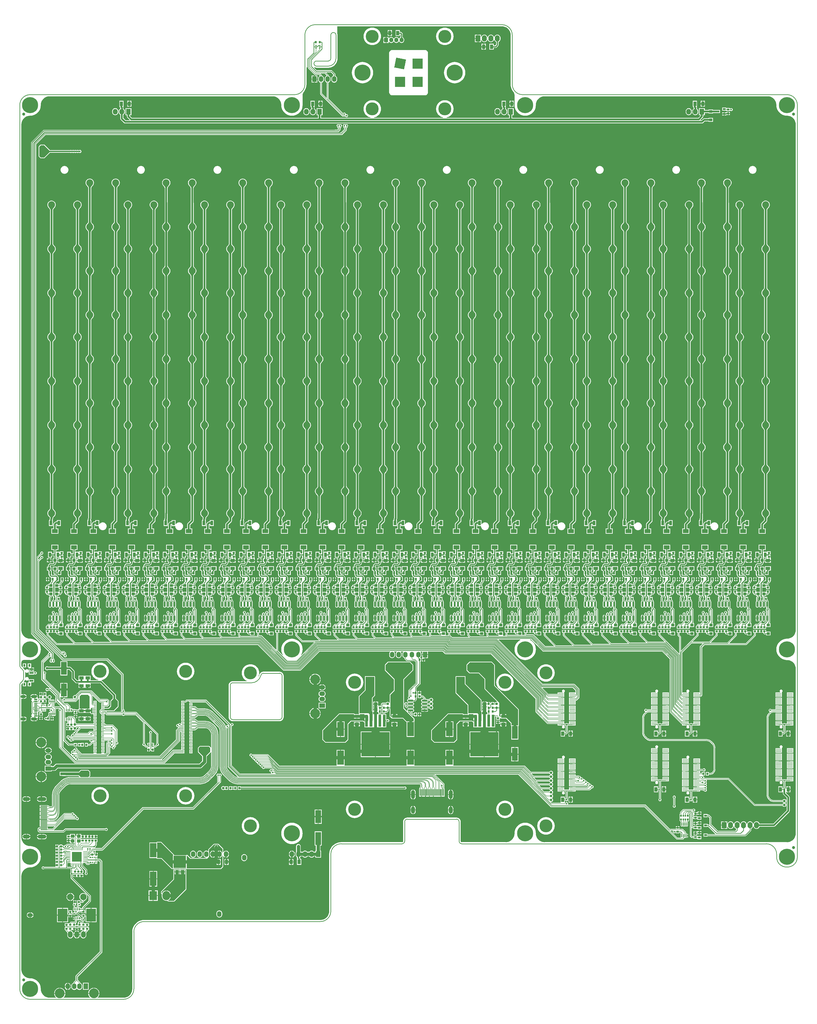
<source format=gbl>
G04*
G04 #@! TF.GenerationSoftware,Altium Limited,Altium Designer,22.2.1 (43)*
G04*
G04 Layer_Physical_Order=2*
G04 Layer_Color=16711680*
%FSLAX44Y44*%
%MOMM*%
G71*
G04*
G04 #@! TF.SameCoordinates,CDD9168B-683F-4F5A-B1B2-3852E0251DB5*
G04*
G04*
G04 #@! TF.FilePolarity,Positive*
G04*
G01*
G75*
%ADD10C,0.2540*%
%ADD12C,0.1524*%
%ADD18R,0.6350X0.8890*%
%ADD50C,0.6350*%
%ADD52C,0.5080*%
%ADD54C,1.2700*%
%ADD55C,5.0000*%
%ADD56O,1.5000X1.8000*%
%ADD57R,1.5000X1.8000*%
%ADD58O,1.5000X3.3000*%
%ADD59O,1.5000X2.7000*%
%ADD60O,3.3000X1.5000*%
%ADD61O,2.7000X1.5000*%
%ADD62R,1.7000X2.2000*%
%ADD63O,1.7000X2.2000*%
%ADD64R,1.8000X2.2000*%
%ADD65O,1.8000X2.2000*%
%ADD66C,1.0000*%
%ADD67O,2.1000X1.2000*%
%ADD68O,2.3000X1.2000*%
%ADD69C,3.8000*%
%ADD70R,2.2000X1.7000*%
%ADD71O,2.2000X1.7000*%
%ADD72O,2.1000X1.5000*%
%ADD73O,1.9000X2.4000*%
%ADD74R,1.9000X2.4000*%
%ADD75O,3.0000X3.5000*%
%ADD76R,3.0000X3.5000*%
%ADD77C,2.5000*%
%ADD78O,1.8000X2.5000*%
%ADD79R,3.8000X5.0000*%
%ADD80C,1.1520*%
%ADD81C,6.2000*%
%ADD82C,2.7000*%
%ADD83C,0.6200*%
%ADD84O,0.4000X1.0000*%
%ADD85R,0.7000X0.2000*%
%ADD86R,1.2000X1.0000*%
G04:AMPARAMS|DCode=87|XSize=0.3mm|YSize=0.67mm|CornerRadius=0.075mm|HoleSize=0mm|Usage=FLASHONLY|Rotation=270.000|XOffset=0mm|YOffset=0mm|HoleType=Round|Shape=RoundedRectangle|*
%AMROUNDEDRECTD87*
21,1,0.3000,0.5200,0,0,270.0*
21,1,0.1500,0.6700,0,0,270.0*
1,1,0.1500,-0.2600,-0.0750*
1,1,0.1500,-0.2600,0.0750*
1,1,0.1500,0.2600,0.0750*
1,1,0.1500,0.2600,-0.0750*
%
%ADD87ROUNDEDRECTD87*%
%ADD88O,0.4000X1.2600*%
%ADD89O,0.9000X0.2500*%
%ADD90R,3.7000X3.7000*%
%ADD91O,0.2500X0.9000*%
%ADD92R,0.4000X0.6000*%
%ADD93R,1.4000X1.2000*%
%ADD94O,0.3000X1.0000*%
%ADD95R,0.3000X2.6000*%
%ADD96R,2.6000X0.3000*%
%ADD97R,1.1430X1.7780*%
%ADD98R,0.8890X0.6350*%
%ADD99R,1.0000X0.7000*%
%ADD100R,1.7780X1.1430*%
%ADD101R,0.8000X1.0000*%
%ADD102R,1.5000X0.7000*%
%ADD103R,1.2500X0.6000*%
%ADD104R,1.2500X0.3000*%
%ADD105R,2.2000X5.0000*%
%ADD106R,2.5000X5.5000*%
%ADD107R,1.4000X1.4000*%
%ADD108R,4.8000X4.7200*%
%ADD109R,3.2500X4.5000*%
%ADD110R,4.7200X4.8000*%
%ADD111R,1.4000X1.4000*%
%ADD112R,1.1000X4.6000*%
%ADD113R,10.8000X9.4000*%
%ADD114O,2.2000X0.6000*%
%ADD115R,2.0000X0.2500*%
%ADD116R,0.6500X0.8000*%
%ADD117R,0.5000X0.8000*%
%ADD118R,1.7780X1.0160*%
%ADD119R,0.8000X0.8000*%
%ADD120R,1.0160X1.7780*%
%ADD121O,0.6000X2.2000*%
%ADD122R,0.7000X1.0000*%
%ADD123R,2.2000X1.5000*%
%ADD124C,1.0160*%
%ADD125C,0.2000*%
%ADD126C,0.3810*%
%ADD127C,0.2500*%
%ADD128C,1.0668*%
%ADD129C,0.2500*%
%ADD130C,1.1430*%
G36*
X365307Y2403504D02*
X370482Y2402261D01*
X375400Y2400224D01*
X379939Y2397443D01*
X383986Y2393986D01*
X387443Y2389939D01*
X390224Y2385400D01*
X392261Y2380482D01*
X393504Y2375307D01*
X393908Y2370170D01*
X393874Y2370000D01*
X393874Y2180000D01*
X393845D01*
X394240Y2173976D01*
X395418Y2168054D01*
X397359Y2162337D01*
X400029Y2156923D01*
X403169Y2152224D01*
X403829Y2151205D01*
X403831Y2151202D01*
X404633Y2150225D01*
X405311Y2149400D01*
X407290Y2145697D01*
X408508Y2141680D01*
X408798Y2138740D01*
X408874Y2137501D01*
X408874Y2136231D01*
X408874Y2100057D01*
X408817Y2100000D01*
X408817D01*
X409324Y2093558D01*
X410833Y2087274D01*
X413306Y2081303D01*
X416682Y2075793D01*
X420879Y2070879D01*
X425793Y2066682D01*
X431303Y2063306D01*
X437274Y2060833D01*
X443558Y2059324D01*
X450000Y2058817D01*
X456442Y2059324D01*
X462726Y2060833D01*
X468697Y2063306D01*
X474207Y2066682D01*
X479121Y2070879D01*
X483318Y2075793D01*
X486694Y2081303D01*
X489167Y2087274D01*
X490676Y2093558D01*
X491183Y2100000D01*
X491183D01*
X491178Y2101270D01*
X491496Y2105307D01*
X492739Y2110482D01*
X494776Y2115400D01*
X497557Y2119939D01*
X501014Y2123986D01*
X505061Y2127443D01*
X509600Y2130224D01*
X514518Y2132261D01*
X519693Y2133504D01*
X523751Y2133823D01*
X525000Y2133874D01*
X526258Y2133874D01*
X1385000Y2133874D01*
X1385170Y2133908D01*
X1390307Y2133504D01*
X1395482Y2132261D01*
X1400400Y2130224D01*
X1404939Y2127443D01*
X1408986Y2123986D01*
X1412443Y2119939D01*
X1415224Y2115400D01*
X1417261Y2110482D01*
X1418504Y2105307D01*
X1418822Y2101270D01*
X1418817Y2100000D01*
X1418817D01*
X1419324Y2093558D01*
X1420833Y2087274D01*
X1423306Y2081303D01*
X1426682Y2075793D01*
X1430879Y2070879D01*
X1435793Y2066682D01*
X1441303Y2063306D01*
X1447274Y2060833D01*
X1453558Y2059324D01*
X1460000Y2058817D01*
Y2058817D01*
X1461270Y2058822D01*
X1465307Y2058504D01*
X1470482Y2057261D01*
X1475400Y2055224D01*
X1479939Y2052443D01*
X1483986Y2048986D01*
X1487443Y2044939D01*
X1490224Y2040400D01*
X1492261Y2035482D01*
X1493504Y2030307D01*
X1493908Y2025173D01*
X1493874Y2025000D01*
X1493874Y75001D01*
X1493874Y75000D01*
X1493874D01*
X1493823Y73751D01*
X1493504Y69693D01*
X1492261Y64518D01*
X1490224Y59600D01*
X1487443Y55061D01*
X1483986Y51014D01*
X1479939Y47557D01*
X1475400Y44776D01*
X1470482Y42739D01*
X1465307Y41496D01*
X1461270Y41178D01*
X1460000Y41183D01*
Y41183D01*
X1453558Y40676D01*
X1447274Y39167D01*
X1441303Y36694D01*
X1435793Y33318D01*
X1430879Y29121D01*
X1426682Y24207D01*
X1423306Y18697D01*
X1420833Y12726D01*
X1419324Y6442D01*
X1418817Y0D01*
X1419324Y-6442D01*
X1420833Y-12726D01*
X1423306Y-18697D01*
X1426682Y-24207D01*
X1430879Y-29121D01*
X1435793Y-33318D01*
X1441303Y-36694D01*
X1447274Y-39167D01*
X1453558Y-40676D01*
X1460000Y-41183D01*
Y-41183D01*
X1461270Y-41178D01*
X1465307Y-41496D01*
X1470482Y-42739D01*
X1475400Y-44776D01*
X1479939Y-47557D01*
X1483986Y-51014D01*
X1487443Y-55061D01*
X1490224Y-59600D01*
X1492261Y-64518D01*
X1493504Y-69693D01*
X1493908Y-74830D01*
X1493874Y-75000D01*
X1493874Y-710000D01*
X1493908Y-710170D01*
X1493504Y-715306D01*
X1492261Y-720482D01*
X1490224Y-725400D01*
X1487443Y-729939D01*
X1483986Y-733986D01*
X1479939Y-737443D01*
X1475400Y-740224D01*
X1470482Y-742261D01*
X1465307Y-743504D01*
X1460170Y-743908D01*
X1460000Y-743874D01*
X525000D01*
X524830Y-743908D01*
X519693Y-743504D01*
X514518Y-742261D01*
X509600Y-740224D01*
X505061Y-737443D01*
X501014Y-733986D01*
X497557Y-729939D01*
X494776Y-725400D01*
X492739Y-720482D01*
X491496Y-715306D01*
X491178Y-711270D01*
X491183Y-710000D01*
X491183D01*
X490676Y-703558D01*
X489167Y-697274D01*
X486694Y-691303D01*
X483318Y-685793D01*
X479121Y-680879D01*
X474207Y-676682D01*
X468697Y-673306D01*
X462726Y-670833D01*
X456442Y-669324D01*
X450000Y-668817D01*
X443558Y-669324D01*
X437274Y-670833D01*
X431303Y-673306D01*
X425793Y-676682D01*
X420879Y-680879D01*
X416682Y-685793D01*
X413306Y-691303D01*
X410833Y-697274D01*
X409324Y-703558D01*
X408817Y-710000D01*
X408817D01*
X408822Y-711270D01*
X408504Y-715306D01*
X407261Y-720482D01*
X405224Y-725400D01*
X402443Y-729939D01*
X398986Y-733986D01*
X394939Y-737443D01*
X390400Y-740224D01*
X385482Y-742261D01*
X380307Y-743504D01*
X375170Y-743908D01*
X375000Y-743874D01*
X205000D01*
X204956Y-743883D01*
X203511Y-743596D01*
X202248Y-742752D01*
X201404Y-741489D01*
X201117Y-740044D01*
X201126Y-740000D01*
Y-665000D01*
X201134D01*
X200824Y-661852D01*
X199906Y-658826D01*
X198415Y-656037D01*
X196408Y-653592D01*
X193963Y-651585D01*
X191174Y-650094D01*
X188148Y-649176D01*
X185000Y-648866D01*
Y-648874D01*
X-5000D01*
Y-648866D01*
X-8148Y-649176D01*
X-11174Y-650094D01*
X-13963Y-651585D01*
X-16408Y-653592D01*
X-18415Y-656037D01*
X-19906Y-658826D01*
X-20824Y-661852D01*
X-21134Y-665000D01*
X-21126D01*
Y-740000D01*
X-21117Y-740044D01*
X-21405Y-741489D01*
X-22248Y-742752D01*
X-23511Y-743596D01*
X-24956Y-743883D01*
X-25000Y-743874D01*
X-260000D01*
Y-743845D01*
X-266024Y-744240D01*
X-271946Y-745418D01*
X-277663Y-747358D01*
X-283077Y-750029D01*
X-288097Y-753383D01*
X-292636Y-757364D01*
X-296617Y-761903D01*
X-299971Y-766923D01*
X-302642Y-772337D01*
X-304582Y-778054D01*
X-305760Y-783976D01*
X-306155Y-790000D01*
X-306126D01*
Y-1008737D01*
X-306126Y-1008748D01*
X-306126Y-1010000D01*
X-306177Y-1011249D01*
X-306496Y-1015306D01*
X-307739Y-1020482D01*
X-309776Y-1025400D01*
X-312557Y-1029939D01*
X-316014Y-1033986D01*
X-320061Y-1037443D01*
X-324600Y-1040224D01*
X-329518Y-1042261D01*
X-334693Y-1043504D01*
X-338741Y-1043822D01*
X-340000Y-1043874D01*
X-340000Y-1043874D01*
X-341252Y-1043874D01*
X-1020000D01*
X-1020000Y-1043874D01*
Y-1043845D01*
X-1026024Y-1044240D01*
X-1031946Y-1045418D01*
X-1037663Y-1047358D01*
X-1043077Y-1050029D01*
X-1048097Y-1053383D01*
X-1052636Y-1057364D01*
X-1056617Y-1061903D01*
X-1059971Y-1066923D01*
X-1062642Y-1072337D01*
X-1064582Y-1078054D01*
X-1065760Y-1083976D01*
X-1066155Y-1090000D01*
X-1066126D01*
Y-1310000D01*
X-1066092Y-1310170D01*
X-1066496Y-1315307D01*
X-1067739Y-1320482D01*
X-1069776Y-1325400D01*
X-1072557Y-1329939D01*
X-1076014Y-1333986D01*
X-1080061Y-1337443D01*
X-1084600Y-1340224D01*
X-1089518Y-1342261D01*
X-1094694Y-1343504D01*
X-1099830Y-1343908D01*
X-1100000Y-1343874D01*
X-1197500D01*
X-1198887Y-1344150D01*
X-1199203Y-1344361D01*
X-1200012Y-1343375D01*
X-1197569Y-1340931D01*
X-1195211Y-1337403D01*
X-1193588Y-1333483D01*
X-1192760Y-1329321D01*
Y-1328470D01*
X-1235840D01*
Y-1329321D01*
X-1235012Y-1333483D01*
X-1233389Y-1337403D01*
X-1231031Y-1340931D01*
X-1228588Y-1343375D01*
X-1229397Y-1344361D01*
X-1229713Y-1344150D01*
X-1231100Y-1343874D01*
X-1328900D01*
X-1330287Y-1344150D01*
X-1330603Y-1344361D01*
X-1331412Y-1343375D01*
X-1328969Y-1340931D01*
X-1326611Y-1337403D01*
X-1324988Y-1333483D01*
X-1324160Y-1329321D01*
Y-1328470D01*
X-1345700D01*
X-1367240D01*
Y-1329321D01*
X-1366412Y-1333483D01*
X-1364789Y-1337403D01*
X-1362431Y-1340931D01*
X-1359988Y-1343375D01*
X-1360797Y-1344361D01*
X-1361113Y-1344150D01*
X-1362500Y-1343874D01*
X-1385000D01*
X-1385170Y-1343908D01*
X-1390307Y-1343504D01*
X-1395482Y-1342261D01*
X-1400400Y-1340224D01*
X-1404939Y-1337443D01*
X-1408986Y-1333986D01*
X-1412443Y-1329939D01*
X-1415224Y-1325400D01*
X-1417261Y-1320482D01*
X-1418504Y-1315307D01*
X-1418822Y-1311270D01*
X-1418817Y-1310000D01*
X-1418817D01*
X-1419324Y-1303558D01*
X-1420833Y-1297274D01*
X-1423306Y-1291303D01*
X-1426682Y-1285793D01*
X-1430879Y-1280879D01*
X-1435793Y-1276682D01*
X-1441303Y-1273306D01*
X-1447274Y-1270833D01*
X-1453558Y-1269324D01*
X-1460000Y-1268817D01*
Y-1268817D01*
X-1461270Y-1268822D01*
X-1465307Y-1268504D01*
X-1470482Y-1267261D01*
X-1475400Y-1265224D01*
X-1479939Y-1262443D01*
X-1483986Y-1258986D01*
X-1487443Y-1254939D01*
X-1490224Y-1250400D01*
X-1492261Y-1245482D01*
X-1493504Y-1240306D01*
X-1493823Y-1236249D01*
X-1493874Y-1235000D01*
X-1493874Y-1233737D01*
X-1493874Y-875000D01*
X-1493908Y-874830D01*
X-1493504Y-869694D01*
X-1492261Y-864518D01*
X-1490224Y-859600D01*
X-1487443Y-855061D01*
X-1483986Y-851014D01*
X-1479939Y-847557D01*
X-1475400Y-844776D01*
X-1470482Y-842739D01*
X-1465307Y-841496D01*
X-1461270Y-841178D01*
X-1460000Y-841183D01*
Y-841183D01*
X-1453558Y-840676D01*
X-1447274Y-839167D01*
X-1441303Y-836694D01*
X-1435793Y-833318D01*
X-1430879Y-829121D01*
X-1426682Y-824207D01*
X-1423306Y-818697D01*
X-1420833Y-812726D01*
X-1419324Y-806442D01*
X-1418817Y-800000D01*
X-1419324Y-793558D01*
X-1420833Y-787274D01*
X-1423306Y-781303D01*
X-1426682Y-775793D01*
X-1430879Y-770879D01*
X-1435793Y-766682D01*
X-1441303Y-763306D01*
X-1447274Y-760833D01*
X-1453558Y-759324D01*
X-1460000Y-758817D01*
Y-758817D01*
X-1461270Y-758822D01*
X-1465307Y-758504D01*
X-1470482Y-757261D01*
X-1475400Y-755224D01*
X-1479939Y-752443D01*
X-1483986Y-748986D01*
X-1487443Y-744939D01*
X-1490224Y-740400D01*
X-1492261Y-735482D01*
X-1493504Y-730306D01*
X-1493822Y-726259D01*
X-1493874Y-725000D01*
X-1493874Y-725000D01*
X-1493874Y-723748D01*
X-1493874Y-277628D01*
X-1493731Y-277382D01*
X-1492762Y-276582D01*
X-1491000Y-276814D01*
X-1487770D01*
Y-268200D01*
Y-259586D01*
X-1491000D01*
X-1492762Y-259818D01*
X-1493731Y-259018D01*
X-1493874Y-258772D01*
Y-225000D01*
Y-191228D01*
X-1493731Y-190982D01*
X-1492762Y-190182D01*
X-1491000Y-190414D01*
X-1487770D01*
Y-181800D01*
Y-173186D01*
X-1491000D01*
X-1492762Y-173418D01*
X-1493731Y-172618D01*
X-1493874Y-172372D01*
X-1493875Y-137255D01*
X-1493873Y-137250D01*
X-1493873D01*
X-1493694Y-136054D01*
X-1493474Y-134953D01*
X-1492851Y-134019D01*
X-1492132Y-133047D01*
X-1492132Y-133047D01*
X-1492126Y-133038D01*
X-1489863Y-130775D01*
X-1488690Y-131261D01*
Y-142540D01*
X-1475610D01*
Y-127460D01*
X-1484316D01*
X-1484988Y-126231D01*
X-1484692Y-125629D01*
X-1482427Y-122869D01*
X-1480744Y-119720D01*
X-1479972Y-117177D01*
X-1478597Y-117019D01*
X-1478133Y-117823D01*
X-1476823Y-119133D01*
X-1475217Y-120060D01*
X-1473427Y-120540D01*
X-1471573D01*
X-1469783Y-120060D01*
X-1468177Y-119133D01*
X-1466867Y-117823D01*
X-1466310Y-116859D01*
X-1465040Y-117199D01*
X-1465040Y-127040D01*
X-1466136Y-127460D01*
X-1469390D01*
Y-142540D01*
X-1456310D01*
Y-128310D01*
X-1456310Y-127460D01*
X-1455214Y-127040D01*
X-1444960D01*
Y-114960D01*
X-1464288D01*
X-1465199Y-114546D01*
X-1465460Y-113864D01*
Y-112573D01*
X-1465940Y-110783D01*
X-1466867Y-109177D01*
X-1468177Y-107867D01*
X-1469783Y-106940D01*
X-1471573Y-106460D01*
X-1473427D01*
X-1475217Y-106940D01*
X-1476823Y-107867D01*
X-1478104Y-109148D01*
X-1478240Y-109144D01*
X-1479374Y-108786D01*
X-1479374Y-88213D01*
X-1478240Y-87856D01*
X-1478104Y-87852D01*
X-1476823Y-89133D01*
X-1475217Y-90060D01*
X-1473427Y-90540D01*
X-1471573D01*
X-1469783Y-90060D01*
X-1468177Y-89133D01*
X-1466867Y-87823D01*
X-1466310Y-86859D01*
X-1465040Y-87199D01*
Y-97040D01*
X-1444960D01*
Y-95812D01*
X-1443690Y-95286D01*
X-1443195Y-95781D01*
X-1441122Y-96640D01*
X-1438878D01*
X-1436805Y-95781D01*
X-1435219Y-94195D01*
X-1434360Y-92122D01*
Y-89878D01*
X-1435219Y-87805D01*
X-1436805Y-86219D01*
X-1438878Y-85360D01*
X-1441122D01*
X-1443195Y-86219D01*
X-1443690Y-86714D01*
X-1444960Y-86188D01*
Y-84960D01*
X-1464288D01*
X-1465199Y-84546D01*
X-1465460Y-83864D01*
Y-83136D01*
X-1465199Y-82454D01*
X-1464288Y-82040D01*
X-1456270D01*
Y-77270D01*
X-1465040D01*
Y-79801D01*
X-1466310Y-80141D01*
X-1466867Y-79177D01*
X-1468177Y-77867D01*
X-1469783Y-76940D01*
X-1471573Y-76460D01*
X-1473427D01*
X-1475217Y-76940D01*
X-1476823Y-77867D01*
X-1478133Y-79177D01*
X-1479060Y-80783D01*
X-1479085Y-80874D01*
X-1480405Y-80896D01*
X-1480744Y-79780D01*
X-1482427Y-76631D01*
X-1484692Y-73871D01*
X-1484705Y-73884D01*
X-1484705Y-73884D01*
X-1487778Y-70810D01*
X-1487252Y-69540D01*
X-1475610D01*
Y-54460D01*
X-1488690D01*
Y-68102D01*
X-1489960Y-68629D01*
X-1492126Y-66462D01*
X-1492132Y-66453D01*
X-1492132Y-66453D01*
X-1492851Y-65481D01*
X-1493474Y-64547D01*
X-1493694Y-63446D01*
X-1493873Y-62250D01*
X-1493874Y-62245D01*
X-1493874Y-60980D01*
X-1493874Y-51267D01*
X-1493874Y-50000D01*
X-1493734Y-48788D01*
X-1493590Y-47698D01*
X-1492702Y-45553D01*
X-1491288Y-43712D01*
X-1489447Y-42298D01*
X-1487302Y-41410D01*
X-1485060Y-41115D01*
X-1485000Y-41127D01*
X-1460000Y-41127D01*
Y-41183D01*
X-1453558Y-40676D01*
X-1447274Y-39167D01*
X-1441303Y-36694D01*
X-1435793Y-33318D01*
X-1430879Y-29121D01*
X-1426682Y-24207D01*
X-1423306Y-18697D01*
X-1420833Y-12726D01*
X-1419324Y-6442D01*
X-1418817Y0D01*
X-1419324Y6442D01*
X-1420833Y12726D01*
X-1423306Y18697D01*
X-1426682Y24207D01*
X-1430879Y29121D01*
X-1435793Y33318D01*
X-1441303Y36694D01*
X-1447274Y39167D01*
X-1453558Y40676D01*
X-1460000Y41183D01*
Y41183D01*
X-1461270Y41178D01*
X-1465307Y41496D01*
X-1470482Y42739D01*
X-1475400Y44776D01*
X-1479939Y47557D01*
X-1483986Y51014D01*
X-1487443Y55061D01*
X-1490224Y59600D01*
X-1492261Y64518D01*
X-1493504Y69693D01*
X-1493823Y73751D01*
X-1493874Y75000D01*
X-1493874D01*
X-1493874Y75001D01*
X-1493874Y2025000D01*
X-1493908Y2025173D01*
X-1493504Y2030307D01*
X-1492261Y2035482D01*
X-1490224Y2040400D01*
X-1487443Y2044939D01*
X-1483986Y2048986D01*
X-1479939Y2052443D01*
X-1475400Y2055224D01*
X-1470482Y2057261D01*
X-1465307Y2058504D01*
X-1461270Y2058822D01*
X-1460000Y2058817D01*
Y2058817D01*
X-1453558Y2059324D01*
X-1447274Y2060833D01*
X-1441303Y2063306D01*
X-1435793Y2066682D01*
X-1430879Y2070879D01*
X-1426682Y2075793D01*
X-1423306Y2081303D01*
X-1420833Y2087274D01*
X-1419324Y2093558D01*
X-1418817Y2100000D01*
X-1418817D01*
X-1418822Y2101270D01*
X-1418504Y2105307D01*
X-1417261Y2110482D01*
X-1415224Y2115400D01*
X-1412443Y2119939D01*
X-1408986Y2123986D01*
X-1404939Y2127443D01*
X-1400400Y2130224D01*
X-1395482Y2132261D01*
X-1390307Y2133504D01*
X-1385170Y2133908D01*
X-1385000Y2133874D01*
X-526269Y2133874D01*
X-525000Y2133874D01*
X-523751Y2133823D01*
X-519693Y2133504D01*
X-514518Y2132261D01*
X-509600Y2130224D01*
X-505061Y2127443D01*
X-501014Y2123986D01*
X-497557Y2119939D01*
X-494776Y2115400D01*
X-492739Y2110482D01*
X-491496Y2105307D01*
X-491178Y2101270D01*
X-491183Y2100000D01*
X-491183D01*
X-490676Y2093558D01*
X-489167Y2087274D01*
X-486694Y2081303D01*
X-483318Y2075793D01*
X-479121Y2070879D01*
X-474207Y2066682D01*
X-468697Y2063306D01*
X-462726Y2060833D01*
X-456442Y2059324D01*
X-450000Y2058817D01*
X-443558Y2059324D01*
X-437274Y2060833D01*
X-431303Y2063306D01*
X-425793Y2066682D01*
X-420879Y2070879D01*
X-416682Y2075793D01*
X-413306Y2081303D01*
X-410833Y2087274D01*
X-409324Y2093558D01*
X-408817Y2100000D01*
X-408817D01*
X-408874Y2100057D01*
X-408874Y2136231D01*
X-408874Y2137501D01*
X-408798Y2138740D01*
X-408508Y2141680D01*
X-407290Y2145697D01*
X-405311Y2149400D01*
X-404633Y2150225D01*
X-403831Y2151202D01*
X-403829Y2151205D01*
X-403169Y2152224D01*
X-400029Y2156923D01*
X-397359Y2162337D01*
X-395418Y2168054D01*
X-394240Y2173976D01*
X-393845Y2180000D01*
X-393874D01*
Y2245000D01*
X-387367D01*
Y2243000D01*
X-387110Y2241712D01*
X-386381Y2240619D01*
X-363381Y2217619D01*
X-362288Y2216890D01*
X-361000Y2216633D01*
X-345395D01*
X-342405Y2213644D01*
X-342653Y2212398D01*
X-343268Y2212143D01*
X-345574Y2210374D01*
X-347343Y2208068D01*
X-348456Y2205382D01*
X-348835Y2202500D01*
Y2197500D01*
X-348456Y2194618D01*
X-347343Y2191932D01*
X-345574Y2189626D01*
X-343268Y2187857D01*
X-341067Y2186945D01*
Y2143700D01*
X-340810Y2142412D01*
X-340081Y2141319D01*
X-255381Y2056619D01*
X-254288Y2055890D01*
X-253000Y2055633D01*
X-243609D01*
X-242195Y2054219D01*
X-240122Y2053360D01*
X-237878D01*
X-235805Y2054219D01*
X-234219Y2055805D01*
X-233360Y2057878D01*
Y2060122D01*
X-234219Y2062195D01*
X-235805Y2063781D01*
X-237878Y2064640D01*
X-240122D01*
X-241090Y2064239D01*
X-242360Y2065088D01*
Y2066122D01*
X-243219Y2068195D01*
X-244805Y2069781D01*
X-246878Y2070640D01*
X-249122D01*
X-251195Y2069781D01*
X-252607Y2068369D01*
X-308933Y2124695D01*
Y2186945D01*
X-306732Y2187857D01*
X-304426Y2189626D01*
X-302657Y2191932D01*
X-301544Y2194618D01*
X-301165Y2197500D01*
Y2202500D01*
X-301544Y2205382D01*
X-302657Y2208068D01*
X-304426Y2210374D01*
X-306732Y2212143D01*
X-308933Y2213055D01*
Y2215300D01*
X-309190Y2216588D01*
X-309919Y2217681D01*
X-317181Y2224942D01*
X-316695Y2226115D01*
X-298609D01*
X-290785Y2218291D01*
Y2212841D01*
X-292468Y2212143D01*
X-294774Y2210374D01*
X-296543Y2208068D01*
X-297656Y2205382D01*
X-298035Y2202500D01*
Y2197500D01*
X-297656Y2194618D01*
X-296543Y2191932D01*
X-294774Y2189626D01*
X-292468Y2187857D01*
X-289782Y2186744D01*
X-286900Y2186365D01*
X-284018Y2186744D01*
X-281332Y2187857D01*
X-279026Y2189626D01*
X-277257Y2191932D01*
X-276144Y2194618D01*
X-275765Y2197500D01*
Y2202500D01*
X-276144Y2205382D01*
X-277257Y2208068D01*
X-279026Y2210374D01*
X-281332Y2212143D01*
X-283015Y2212841D01*
Y2219900D01*
X-283311Y2221387D01*
X-284153Y2222647D01*
X-294253Y2232747D01*
X-295513Y2233589D01*
X-297000Y2233885D01*
X-354391D01*
X-364333Y2243827D01*
X-363847Y2245000D01*
X-360863D01*
X-358148Y2244176D01*
X-355000Y2243866D01*
Y2243874D01*
X-310000D01*
Y2243832D01*
X-304342Y2244278D01*
X-298824Y2245603D01*
X-293580Y2247774D01*
X-288741Y2250740D01*
X-284426Y2254426D01*
X-280740Y2258741D01*
X-277774Y2263580D01*
X-275603Y2268824D01*
X-274278Y2274342D01*
X-273832Y2280000D01*
X-273874D01*
Y2370000D01*
X-273866D01*
X-274176Y2373147D01*
X-275000Y2375863D01*
Y2403874D01*
X0Y2403874D01*
X360000Y2403874D01*
X360170Y2403908D01*
X365307Y2403504D01*
D02*
G37*
G36*
X-315990Y2214228D02*
X-316173Y2212845D01*
X-317868Y2212143D01*
X-320174Y2210374D01*
X-321943Y2208068D01*
X-323056Y2205382D01*
X-323435Y2202500D01*
Y2197500D01*
X-323056Y2194618D01*
X-321943Y2191932D01*
X-320174Y2189626D01*
X-317868Y2187857D01*
X-315667Y2186945D01*
Y2128087D01*
X-316840Y2127601D01*
X-334333Y2145094D01*
Y2186945D01*
X-332132Y2187857D01*
X-329826Y2189626D01*
X-328057Y2191932D01*
X-326944Y2194618D01*
X-326565Y2197500D01*
Y2202500D01*
X-326944Y2205382D01*
X-328057Y2208068D01*
X-329826Y2210374D01*
X-332132Y2212143D01*
X-334333Y2213055D01*
Y2213700D01*
X-334590Y2214988D01*
X-335319Y2216081D01*
X-339699Y2220460D01*
X-339213Y2221633D01*
X-323395D01*
X-315990Y2214228D01*
D02*
G37*
%LPC*%
G36*
X-63985Y2388930D02*
X-70970D01*
Y2378770D01*
X-63985D01*
Y2388930D01*
D02*
G37*
G36*
X-73510D02*
X-80495D01*
Y2378770D01*
X-73510D01*
Y2388930D01*
D02*
G37*
G36*
X-63985Y2376230D02*
X-70970D01*
Y2366070D01*
X-63985D01*
Y2376230D01*
D02*
G37*
G36*
X-73510D02*
X-80495D01*
Y2366070D01*
X-73510D01*
Y2376230D01*
D02*
G37*
G36*
X342500Y2371644D02*
X339357Y2371230D01*
X336428Y2370017D01*
X333913Y2368087D01*
X331983Y2365572D01*
X330770Y2362643D01*
X330640Y2361660D01*
X329360D01*
X329230Y2362643D01*
X328017Y2365572D01*
X326087Y2368087D01*
X323572Y2370017D01*
X320643Y2371230D01*
X317500Y2371644D01*
X314357Y2371230D01*
X311428Y2370017D01*
X308913Y2368087D01*
X306983Y2365572D01*
X305770Y2362643D01*
X305641Y2361660D01*
X304359D01*
X304230Y2362643D01*
X303017Y2365572D01*
X301087Y2368087D01*
X298572Y2370017D01*
X295643Y2371230D01*
X292500Y2371644D01*
X289357Y2371230D01*
X286428Y2370017D01*
X283913Y2368087D01*
X281983Y2365572D01*
X280770Y2362643D01*
X279540Y2362859D01*
Y2371540D01*
X268770D01*
Y2357000D01*
Y2342460D01*
X279540D01*
Y2351141D01*
X280770Y2351357D01*
X281983Y2348428D01*
X283913Y2345913D01*
X286428Y2343983D01*
X289357Y2342770D01*
X292500Y2342356D01*
X295643Y2342770D01*
X298572Y2343983D01*
X301087Y2345913D01*
X303017Y2348428D01*
X304230Y2351357D01*
X304359Y2352340D01*
X305641D01*
X305770Y2351357D01*
X306983Y2348428D01*
X308913Y2345913D01*
X311428Y2343983D01*
X314357Y2342770D01*
X317500Y2342356D01*
X320643Y2342770D01*
X323572Y2343983D01*
X326087Y2345913D01*
X328017Y2348428D01*
X329230Y2351357D01*
X329360Y2352340D01*
X330640D01*
X330770Y2351357D01*
X331983Y2348428D01*
X333913Y2345913D01*
X336428Y2343983D01*
X337968Y2343345D01*
Y2333377D01*
X334123Y2329532D01*
X328495D01*
Y2336430D01*
X311985D01*
Y2313570D01*
X328495D01*
Y2320468D01*
X336000D01*
X337734Y2320813D01*
X339205Y2321795D01*
X345705Y2328295D01*
X345705Y2328295D01*
X346687Y2329766D01*
X347032Y2331500D01*
Y2343345D01*
X348572Y2343983D01*
X351087Y2345913D01*
X353017Y2348428D01*
X354230Y2351357D01*
X354644Y2354500D01*
Y2359500D01*
X354230Y2362643D01*
X353017Y2365572D01*
X351087Y2368087D01*
X348572Y2370017D01*
X345643Y2371230D01*
X342500Y2371644D01*
D02*
G37*
G36*
X266230Y2371540D02*
X255460D01*
Y2358270D01*
X266230D01*
Y2371540D01*
D02*
G37*
G36*
X-33505Y2388930D02*
X-50015D01*
Y2366070D01*
X-33505D01*
Y2372097D01*
X-32235Y2372513D01*
X-31532Y2371880D01*
Y2361490D01*
X-32063Y2361270D01*
X-34161Y2359661D01*
X-35770Y2357563D01*
X-36313Y2356253D01*
X-37687D01*
X-38230Y2357563D01*
X-39839Y2359661D01*
X-41937Y2361270D01*
X-44379Y2362282D01*
X-47000Y2362627D01*
X-49621Y2362282D01*
X-52063Y2361270D01*
X-54161Y2359661D01*
X-55770Y2357563D01*
X-56313Y2356253D01*
X-57687D01*
X-58230Y2357563D01*
X-59839Y2359661D01*
X-61937Y2361270D01*
X-64379Y2362282D01*
X-67000Y2362627D01*
X-69621Y2362282D01*
X-72063Y2361270D01*
X-74161Y2359661D01*
X-75690Y2357667D01*
X-75832Y2357666D01*
X-76960Y2358518D01*
Y2362540D01*
X-85730D01*
Y2351000D01*
Y2339460D01*
X-76960D01*
Y2343482D01*
X-75832Y2344334D01*
X-75690Y2344333D01*
X-74161Y2342339D01*
X-72063Y2340730D01*
X-69621Y2339718D01*
X-67000Y2339373D01*
X-64379Y2339718D01*
X-61937Y2340730D01*
X-59839Y2342339D01*
X-58230Y2344437D01*
X-57687Y2345747D01*
X-56313D01*
X-55770Y2344437D01*
X-54161Y2342339D01*
X-52063Y2340730D01*
X-49621Y2339718D01*
X-47000Y2339373D01*
X-44379Y2339718D01*
X-41937Y2340730D01*
X-39839Y2342339D01*
X-38230Y2344437D01*
X-37687Y2345747D01*
X-36313D01*
X-35770Y2344437D01*
X-34161Y2342339D01*
X-32063Y2340730D01*
X-29621Y2339718D01*
X-27000Y2339373D01*
X-24379Y2339718D01*
X-21937Y2340730D01*
X-19839Y2342339D01*
X-18230Y2344437D01*
X-17218Y2346879D01*
X-16873Y2349500D01*
Y2352500D01*
X-17218Y2355121D01*
X-18230Y2357563D01*
X-19839Y2359661D01*
X-21937Y2361270D01*
X-22468Y2361490D01*
Y2374000D01*
X-22813Y2375734D01*
X-23795Y2377205D01*
X-27295Y2380705D01*
X-28766Y2381687D01*
X-30500Y2382032D01*
X-33505D01*
Y2388930D01*
D02*
G37*
G36*
X-88270Y2362540D02*
X-97040D01*
Y2352270D01*
X-88270D01*
Y2362540D01*
D02*
G37*
G36*
X266230Y2355730D02*
X255460D01*
Y2342460D01*
X266230D01*
Y2355730D01*
D02*
G37*
G36*
X-88270Y2349730D02*
X-97040D01*
Y2339460D01*
X-88270D01*
Y2349730D01*
D02*
G37*
G36*
X140000Y2398660D02*
X134734Y2398245D01*
X129599Y2397012D01*
X124719Y2394991D01*
X120215Y2392231D01*
X116199Y2388801D01*
X112769Y2384785D01*
X110009Y2380281D01*
X107988Y2375401D01*
X106755Y2370266D01*
X106340Y2365000D01*
X106755Y2359734D01*
X107988Y2354599D01*
X110009Y2349719D01*
X112769Y2345215D01*
X116199Y2341199D01*
X120215Y2337769D01*
X124719Y2335009D01*
X129599Y2332988D01*
X134734Y2331755D01*
X140000Y2331340D01*
X145266Y2331755D01*
X150401Y2332988D01*
X155281Y2335009D01*
X159785Y2337769D01*
X163801Y2341199D01*
X167231Y2345215D01*
X169991Y2349719D01*
X172012Y2354599D01*
X173245Y2359734D01*
X173660Y2365000D01*
X173245Y2370266D01*
X172012Y2375401D01*
X169991Y2380281D01*
X167231Y2384785D01*
X163801Y2388801D01*
X159785Y2392231D01*
X155281Y2394991D01*
X150401Y2397012D01*
X145266Y2398245D01*
X140000Y2398660D01*
D02*
G37*
G36*
X-140000D02*
X-145266Y2398245D01*
X-150401Y2397012D01*
X-155281Y2394991D01*
X-159785Y2392231D01*
X-163801Y2388801D01*
X-167231Y2384785D01*
X-169991Y2380281D01*
X-172012Y2375401D01*
X-173245Y2370266D01*
X-173660Y2365000D01*
X-173245Y2359734D01*
X-172012Y2354599D01*
X-169991Y2349719D01*
X-167231Y2345215D01*
X-163801Y2341199D01*
X-159785Y2337769D01*
X-155281Y2335009D01*
X-150401Y2332988D01*
X-145266Y2331755D01*
X-140000Y2331340D01*
X-134734Y2331755D01*
X-129599Y2332988D01*
X-124719Y2335009D01*
X-120215Y2337769D01*
X-116199Y2341199D01*
X-112769Y2345215D01*
X-110009Y2349719D01*
X-107988Y2354599D01*
X-106755Y2359734D01*
X-106340Y2365000D01*
X-106755Y2370266D01*
X-107988Y2375401D01*
X-110009Y2380281D01*
X-112769Y2384785D01*
X-116199Y2388801D01*
X-120215Y2392231D01*
X-124719Y2394991D01*
X-129599Y2397012D01*
X-134734Y2398245D01*
X-140000Y2398660D01*
D02*
G37*
G36*
X298015Y2336430D02*
X291030D01*
Y2326270D01*
X298015D01*
Y2336430D01*
D02*
G37*
G36*
X288490D02*
X281505D01*
Y2326270D01*
X288490D01*
Y2336430D01*
D02*
G37*
G36*
X298015Y2323730D02*
X291030D01*
Y2313570D01*
X298015D01*
Y2323730D01*
D02*
G37*
G36*
X288490D02*
X281505D01*
Y2313570D01*
X288490D01*
Y2323730D01*
D02*
G37*
G36*
X-352060Y2213540D02*
X-361830D01*
Y2201270D01*
X-352060D01*
Y2213540D01*
D02*
G37*
G36*
X-364370D02*
X-374140D01*
Y2201270D01*
X-364370D01*
Y2213540D01*
D02*
G37*
G36*
X-352060Y2198730D02*
X-361830D01*
Y2186460D01*
X-352060D01*
Y2198730D01*
D02*
G37*
G36*
X-364370D02*
X-374140D01*
Y2186460D01*
X-364370D01*
Y2198730D01*
D02*
G37*
G36*
X177800Y2266183D02*
X171358Y2265676D01*
X165074Y2264167D01*
X159103Y2261694D01*
X153593Y2258318D01*
X148679Y2254121D01*
X144482Y2249207D01*
X141106Y2243697D01*
X138633Y2237726D01*
X137124Y2231442D01*
X136617Y2225000D01*
X137124Y2218558D01*
X138633Y2212274D01*
X141106Y2206303D01*
X144482Y2200793D01*
X148679Y2195879D01*
X153593Y2191682D01*
X159103Y2188306D01*
X165074Y2185833D01*
X171358Y2184324D01*
X177800Y2183817D01*
X184242Y2184324D01*
X190526Y2185833D01*
X196497Y2188306D01*
X202007Y2191682D01*
X206921Y2195879D01*
X211118Y2200793D01*
X214494Y2206303D01*
X216967Y2212274D01*
X218476Y2218558D01*
X218983Y2225000D01*
X218476Y2231442D01*
X216967Y2237726D01*
X214494Y2243697D01*
X211118Y2249207D01*
X206921Y2254121D01*
X202007Y2258318D01*
X196497Y2261694D01*
X190526Y2264167D01*
X184242Y2265676D01*
X177800Y2266183D01*
D02*
G37*
G36*
X-177800D02*
X-184242Y2265676D01*
X-190526Y2264167D01*
X-196497Y2261694D01*
X-202007Y2258318D01*
X-206921Y2254121D01*
X-211118Y2249207D01*
X-214494Y2243697D01*
X-216967Y2237726D01*
X-218476Y2231442D01*
X-218983Y2225000D01*
X-218476Y2218558D01*
X-216967Y2212274D01*
X-214494Y2206303D01*
X-211118Y2200793D01*
X-206921Y2195879D01*
X-202007Y2191682D01*
X-196497Y2188306D01*
X-190526Y2185833D01*
X-184242Y2184324D01*
X-177800Y2183817D01*
X-171358Y2184324D01*
X-165074Y2185833D01*
X-159103Y2188306D01*
X-153593Y2191682D01*
X-148679Y2195879D01*
X-144482Y2200793D01*
X-141106Y2206303D01*
X-138633Y2212274D01*
X-137124Y2218558D01*
X-136617Y2225000D01*
X-137124Y2231442D01*
X-138633Y2237726D01*
X-141106Y2243697D01*
X-144482Y2249207D01*
X-148679Y2254121D01*
X-153593Y2258318D01*
X-159103Y2261694D01*
X-165074Y2264167D01*
X-171358Y2265676D01*
X-177800Y2266183D01*
D02*
G37*
G36*
X62500Y2312500D02*
X-62500D01*
X-63725Y2312440D01*
X-66129Y2311962D01*
X-68393Y2311024D01*
X-70430Y2309663D01*
X-72163Y2307930D01*
X-73524Y2305892D01*
X-74462Y2303629D01*
X-74940Y2301225D01*
X-75000Y2300000D01*
Y2150000D01*
X-74940Y2148775D01*
X-74462Y2146371D01*
X-73524Y2144108D01*
X-72163Y2142070D01*
X-70430Y2140337D01*
X-68393Y2138976D01*
X-66129Y2138038D01*
X-63725Y2137560D01*
X-62500Y2137500D01*
X62500D01*
X63725Y2137560D01*
X66129Y2138038D01*
X68392Y2138976D01*
X70430Y2140337D01*
X72163Y2142070D01*
X73524Y2144108D01*
X74462Y2146371D01*
X74940Y2148775D01*
X75000Y2150000D01*
Y2300000D01*
X74940Y2301225D01*
X74462Y2303629D01*
X73524Y2305892D01*
X72163Y2307930D01*
X70430Y2309663D01*
X68392Y2311024D01*
X66129Y2311962D01*
X63725Y2312440D01*
X62500Y2312500D01*
D02*
G37*
G36*
X-331505Y2116430D02*
X-338490D01*
Y2106270D01*
X-331505D01*
Y2116430D01*
D02*
G37*
G36*
X405995D02*
X399010D01*
Y2106270D01*
X405995D01*
Y2116430D01*
D02*
G37*
G36*
X-1069005D02*
X-1075990D01*
Y2106270D01*
X-1069005D01*
Y2116430D01*
D02*
G37*
G36*
X1143495D02*
X1136510D01*
Y2106270D01*
X1143495D01*
Y2116430D01*
D02*
G37*
G36*
X1133970D02*
X1126985D01*
Y2106270D01*
X1133970D01*
Y2116430D01*
D02*
G37*
G36*
X396470D02*
X389485D01*
Y2106270D01*
X396470D01*
Y2116430D01*
D02*
G37*
G36*
X-1078530D02*
X-1085515D01*
Y2106270D01*
X-1078530D01*
Y2116430D01*
D02*
G37*
G36*
X-341030D02*
X-348015D01*
Y2106270D01*
X-341030D01*
Y2116430D01*
D02*
G37*
G36*
X1143495Y2103730D02*
X1136510D01*
Y2093570D01*
X1143495D01*
Y2103730D01*
D02*
G37*
G36*
X1133970D02*
X1126985D01*
Y2093570D01*
X1133970D01*
Y2103730D01*
D02*
G37*
G36*
X405995D02*
X399010D01*
Y2093570D01*
X405995D01*
Y2103730D01*
D02*
G37*
G36*
X396470D02*
X389485D01*
Y2093570D01*
X396470D01*
Y2103730D01*
D02*
G37*
G36*
X-331505D02*
X-338490D01*
Y2093570D01*
X-331505D01*
Y2103730D01*
D02*
G37*
G36*
X-341030D02*
X-348015D01*
Y2093570D01*
X-341030D01*
Y2103730D01*
D02*
G37*
G36*
X-1069005D02*
X-1075990D01*
Y2093570D01*
X-1069005D01*
Y2103730D01*
D02*
G37*
G36*
X-1078530D02*
X-1085515D01*
Y2093570D01*
X-1078530D01*
Y2103730D01*
D02*
G37*
G36*
X1225540Y2090540D02*
X1210460D01*
Y2078460D01*
X1225540D01*
X1226015Y2077387D01*
Y2076905D01*
X1239985D01*
Y2077743D01*
X1241255Y2078269D01*
X1241805Y2077719D01*
X1243878Y2076860D01*
X1246122D01*
X1248195Y2077719D01*
X1249781Y2079305D01*
X1250640Y2081378D01*
Y2083622D01*
X1249781Y2085695D01*
X1248195Y2087281D01*
X1246122Y2088140D01*
X1243878D01*
X1241805Y2087281D01*
X1241255Y2086731D01*
X1239985Y2087257D01*
Y2088335D01*
X1226015D01*
X1225540Y2089408D01*
Y2090540D01*
D02*
G37*
G36*
X1239985Y2073095D02*
X1234270D01*
Y2068650D01*
X1239985D01*
Y2073095D01*
D02*
G37*
G36*
X1216730Y2071540D02*
X1210460D01*
Y2066770D01*
X1216730D01*
Y2071540D01*
D02*
G37*
G36*
X1239985Y2066110D02*
X1234270D01*
Y2061665D01*
X1239985D01*
Y2066110D01*
D02*
G37*
G36*
X1113015Y2116430D02*
X1096505D01*
Y2093570D01*
X1098673D01*
Y2092000D01*
X1099117Y2089770D01*
X1100380Y2087880D01*
X1100405Y2087854D01*
X1100413Y2087448D01*
X1100292Y2086474D01*
X1098020Y2084731D01*
X1096170Y2082320D01*
X1095007Y2079513D01*
X1094611Y2076500D01*
Y2072500D01*
X1095007Y2069487D01*
X1096170Y2066680D01*
X1098020Y2064270D01*
X1100430Y2062420D01*
X1103238Y2061257D01*
X1106250Y2060860D01*
X1109263Y2061257D01*
X1112070Y2062420D01*
X1114480Y2064270D01*
X1116330Y2066680D01*
X1117493Y2069487D01*
X1117890Y2072500D01*
Y2076500D01*
X1117493Y2079513D01*
X1116330Y2082320D01*
X1114480Y2084731D01*
X1112327Y2086383D01*
Y2090000D01*
X1111883Y2092230D01*
X1111736Y2092450D01*
X1112335Y2093570D01*
X1113015D01*
Y2116430D01*
D02*
G37*
G36*
X1080850Y2088140D02*
X1077838Y2087743D01*
X1075030Y2086580D01*
X1072620Y2084731D01*
X1070770Y2082320D01*
X1069607Y2079513D01*
X1069211Y2076500D01*
Y2072500D01*
X1069607Y2069487D01*
X1070770Y2066680D01*
X1072620Y2064270D01*
X1075030Y2062420D01*
X1077838Y2061257D01*
X1080850Y2060860D01*
X1083863Y2061257D01*
X1086670Y2062420D01*
X1089080Y2064270D01*
X1090930Y2066680D01*
X1092093Y2069487D01*
X1092490Y2072500D01*
Y2076500D01*
X1092093Y2079513D01*
X1090930Y2082320D01*
X1089080Y2084731D01*
X1086670Y2086580D01*
X1083863Y2087743D01*
X1080850Y2088140D01*
D02*
G37*
G36*
X375515Y2116430D02*
X359005D01*
Y2093570D01*
X361173D01*
Y2092000D01*
X361617Y2089770D01*
X362880Y2087880D01*
X362905Y2087854D01*
X362913Y2087448D01*
X362792Y2086474D01*
X360520Y2084731D01*
X358670Y2082320D01*
X357507Y2079513D01*
X357110Y2076500D01*
Y2072500D01*
X357507Y2069487D01*
X358670Y2066680D01*
X360520Y2064270D01*
X362930Y2062420D01*
X365737Y2061257D01*
X368750Y2060860D01*
X371763Y2061257D01*
X374570Y2062420D01*
X376980Y2064270D01*
X378830Y2066680D01*
X379993Y2069487D01*
X380390Y2072500D01*
Y2076500D01*
X379993Y2079513D01*
X378830Y2082320D01*
X376980Y2084731D01*
X374827Y2086383D01*
Y2090000D01*
X374383Y2092230D01*
X374236Y2092450D01*
X374835Y2093570D01*
X375515D01*
Y2116430D01*
D02*
G37*
G36*
X343350Y2088140D02*
X340337Y2087743D01*
X337530Y2086580D01*
X335120Y2084731D01*
X333270Y2082320D01*
X332107Y2079513D01*
X331711Y2076500D01*
Y2072500D01*
X332107Y2069487D01*
X333270Y2066680D01*
X335120Y2064270D01*
X337530Y2062420D01*
X340337Y2061257D01*
X343350Y2060860D01*
X346363Y2061257D01*
X349170Y2062420D01*
X351580Y2064270D01*
X353430Y2066680D01*
X354593Y2069487D01*
X354990Y2072500D01*
Y2076500D01*
X354593Y2079513D01*
X353430Y2082320D01*
X351580Y2084731D01*
X349170Y2086580D01*
X346363Y2087743D01*
X343350Y2088140D01*
D02*
G37*
G36*
X-361985Y2116430D02*
X-378495D01*
Y2093570D01*
X-376327D01*
Y2092000D01*
X-375883Y2089770D01*
X-374620Y2087880D01*
X-374595Y2087854D01*
X-374587Y2087448D01*
X-374708Y2086474D01*
X-376980Y2084731D01*
X-378830Y2082320D01*
X-379993Y2079513D01*
X-380390Y2076500D01*
Y2072500D01*
X-379993Y2069487D01*
X-378830Y2066680D01*
X-376980Y2064270D01*
X-374570Y2062420D01*
X-371763Y2061257D01*
X-368750Y2060860D01*
X-365737Y2061257D01*
X-362930Y2062420D01*
X-360520Y2064270D01*
X-358670Y2066680D01*
X-357507Y2069487D01*
X-357110Y2072500D01*
Y2076500D01*
X-357507Y2079513D01*
X-358670Y2082320D01*
X-360520Y2084731D01*
X-362673Y2086383D01*
Y2090000D01*
X-363117Y2092230D01*
X-363264Y2092450D01*
X-362665Y2093570D01*
X-361985D01*
Y2116430D01*
D02*
G37*
G36*
X-394150Y2088140D02*
X-397163Y2087743D01*
X-399970Y2086580D01*
X-402380Y2084731D01*
X-404230Y2082320D01*
X-405393Y2079513D01*
X-405790Y2076500D01*
Y2072500D01*
X-405393Y2069487D01*
X-404230Y2066680D01*
X-402380Y2064270D01*
X-399970Y2062420D01*
X-397163Y2061257D01*
X-394150Y2060860D01*
X-391138Y2061257D01*
X-388330Y2062420D01*
X-385920Y2064270D01*
X-384070Y2066680D01*
X-382907Y2069487D01*
X-382510Y2072500D01*
Y2076500D01*
X-382907Y2079513D01*
X-384070Y2082320D01*
X-385920Y2084731D01*
X-388330Y2086580D01*
X-391138Y2087743D01*
X-394150Y2088140D01*
D02*
G37*
G36*
X-1131650D02*
X-1134663Y2087743D01*
X-1137470Y2086580D01*
X-1139880Y2084731D01*
X-1141730Y2082320D01*
X-1142893Y2079513D01*
X-1143290Y2076500D01*
Y2072500D01*
X-1142893Y2069487D01*
X-1141730Y2066680D01*
X-1139880Y2064270D01*
X-1137470Y2062420D01*
X-1134663Y2061257D01*
X-1131650Y2060860D01*
X-1128637Y2061257D01*
X-1125830Y2062420D01*
X-1123420Y2064270D01*
X-1121570Y2066680D01*
X-1120407Y2069487D01*
X-1120011Y2072500D01*
Y2076500D01*
X-1120407Y2079513D01*
X-1121570Y2082320D01*
X-1123420Y2084731D01*
X-1125830Y2086580D01*
X-1128637Y2087743D01*
X-1131650Y2088140D01*
D02*
G37*
G36*
X1231730Y2073095D02*
X1226015D01*
Y2072613D01*
X1225540Y2071540D01*
X1224745Y2071540D01*
X1219270D01*
Y2065500D01*
Y2059460D01*
X1225540D01*
Y2060592D01*
X1226015Y2061665D01*
X1226810Y2061665D01*
X1231730D01*
Y2067380D01*
Y2073095D01*
D02*
G37*
G36*
X1216730Y2064230D02*
X1210460D01*
Y2059460D01*
X1216730D01*
Y2064230D01*
D02*
G37*
G36*
X140000Y2118660D02*
X134734Y2118245D01*
X129599Y2117012D01*
X124719Y2114991D01*
X120215Y2112231D01*
X116199Y2108801D01*
X112769Y2104785D01*
X110009Y2100281D01*
X107988Y2095401D01*
X106755Y2090266D01*
X106340Y2085000D01*
X106755Y2079734D01*
X107988Y2074599D01*
X110009Y2069719D01*
X112769Y2065215D01*
X116199Y2061199D01*
X120215Y2057769D01*
X124719Y2055009D01*
X129599Y2052988D01*
X133309Y2052097D01*
X133158Y2050827D01*
X-133158D01*
X-133309Y2052097D01*
X-129599Y2052988D01*
X-124719Y2055009D01*
X-120215Y2057769D01*
X-116199Y2061199D01*
X-112769Y2065215D01*
X-110009Y2069719D01*
X-107988Y2074599D01*
X-106755Y2079734D01*
X-106340Y2085000D01*
X-106755Y2090266D01*
X-107988Y2095401D01*
X-110009Y2100281D01*
X-112769Y2104785D01*
X-116199Y2108801D01*
X-120215Y2112231D01*
X-124719Y2114991D01*
X-129599Y2117012D01*
X-134734Y2118245D01*
X-140000Y2118660D01*
X-145266Y2118245D01*
X-150401Y2117012D01*
X-155281Y2114991D01*
X-159785Y2112231D01*
X-163801Y2108801D01*
X-167231Y2104785D01*
X-169991Y2100281D01*
X-172012Y2095401D01*
X-173245Y2090266D01*
X-173660Y2085000D01*
X-173245Y2079734D01*
X-172012Y2074599D01*
X-169991Y2069719D01*
X-167231Y2065215D01*
X-163801Y2061199D01*
X-159785Y2057769D01*
X-155281Y2055009D01*
X-150401Y2052988D01*
X-146691Y2052097D01*
X-146842Y2050827D01*
X-337523D01*
Y2060960D01*
X-331810D01*
Y2088040D01*
X-354890D01*
Y2060960D01*
X-349177D01*
Y2050827D01*
X-1067586D01*
X-1075023Y2058264D01*
Y2060960D01*
X-1069310D01*
Y2088040D01*
X-1092390D01*
Y2060960D01*
X-1086677D01*
Y2055850D01*
X-1086233Y2053620D01*
X-1084970Y2051730D01*
X-1075338Y2042097D01*
X-1075864Y2040827D01*
X-1091586D01*
X-1100423Y2049664D01*
Y2062425D01*
X-1098020Y2064270D01*
X-1096170Y2066680D01*
X-1095007Y2069487D01*
X-1094611Y2072500D01*
Y2076500D01*
X-1095007Y2079513D01*
X-1096170Y2082320D01*
X-1098020Y2084731D01*
X-1100173Y2086383D01*
Y2090000D01*
X-1100617Y2092230D01*
X-1100764Y2092450D01*
X-1100165Y2093570D01*
X-1099485D01*
Y2116430D01*
X-1115995D01*
Y2093570D01*
X-1113827D01*
Y2092000D01*
X-1113383Y2089770D01*
X-1112120Y2087880D01*
X-1112095Y2087854D01*
X-1112087Y2087448D01*
X-1112208Y2086474D01*
X-1114480Y2084731D01*
X-1116330Y2082320D01*
X-1117493Y2079513D01*
X-1117890Y2076500D01*
Y2072500D01*
X-1117493Y2069487D01*
X-1116330Y2066680D01*
X-1114480Y2064270D01*
X-1112077Y2062425D01*
Y2047250D01*
X-1111633Y2045020D01*
X-1110370Y2043130D01*
X-1098120Y2030880D01*
X-1096230Y2029617D01*
X-1094000Y2029173D01*
X1132500D01*
X1132500Y2029173D01*
X1133440Y2029360D01*
X1133622D01*
X1133790Y2029429D01*
X1134730Y2029617D01*
X1135527Y2030149D01*
X1135695Y2030219D01*
X1135824Y2030347D01*
X1136620Y2030880D01*
X1142714Y2036973D01*
X1157460D01*
Y2035260D01*
X1174540D01*
Y2050340D01*
X1157460D01*
Y2048627D01*
X1140300D01*
X1138070Y2048183D01*
X1136180Y2046920D01*
X1130087Y2040827D01*
X1125864D01*
X1125338Y2042097D01*
X1135770Y2052530D01*
X1137033Y2054420D01*
X1137477Y2056650D01*
Y2060960D01*
X1143190D01*
Y2069373D01*
X1157460D01*
Y2067660D01*
X1174540D01*
Y2069173D01*
X1186460D01*
Y2068960D01*
X1201540D01*
Y2081040D01*
X1186460D01*
Y2080827D01*
X1174540D01*
Y2082740D01*
X1157460D01*
Y2081027D01*
X1143190D01*
Y2088040D01*
X1120110D01*
Y2060960D01*
X1125823D01*
Y2059064D01*
X1117586Y2050827D01*
X399977D01*
Y2060960D01*
X405690D01*
Y2088040D01*
X382610D01*
Y2060960D01*
X388323D01*
Y2050827D01*
X146842D01*
X146691Y2052097D01*
X150401Y2052988D01*
X155281Y2055009D01*
X159785Y2057769D01*
X163801Y2061199D01*
X167231Y2065215D01*
X169991Y2069719D01*
X172012Y2074599D01*
X173245Y2079734D01*
X173660Y2085000D01*
X173245Y2090266D01*
X172012Y2095401D01*
X169991Y2100281D01*
X167231Y2104785D01*
X163801Y2108801D01*
X159785Y2112231D01*
X155281Y2114991D01*
X150401Y2117012D01*
X145266Y2118245D01*
X140000Y2118660D01*
D02*
G37*
G36*
X-261672Y2026846D02*
X-263916D01*
X-265989Y2025987D01*
X-267294Y2024682D01*
X-268599Y2025987D01*
X-270672Y2026846D01*
X-272916D01*
X-274989Y2025987D01*
X-276575Y2024401D01*
X-277434Y2022328D01*
Y2020084D01*
X-276575Y2018011D01*
X-275161Y2016597D01*
Y2015206D01*
X-274904Y2013918D01*
X-274175Y2012825D01*
X-272161Y2010811D01*
Y2007601D01*
X-274601Y2005161D01*
X-1407814Y2005161D01*
X-1409103Y2004904D01*
X-1410195Y2004175D01*
X-1456175Y1958195D01*
X-1456905Y1957102D01*
X-1457161Y1955814D01*
Y61843D01*
X-1456905Y60554D01*
X-1456175Y59462D01*
X-1386526Y-10187D01*
X-1386848Y-11661D01*
X-1388195Y-12219D01*
X-1389781Y-13805D01*
X-1390640Y-15878D01*
Y-17879D01*
X-1416381Y-43619D01*
X-1417110Y-44712D01*
X-1417367Y-46000D01*
Y-115243D01*
X-1417110Y-116531D01*
X-1416381Y-117623D01*
X-1384062Y-149942D01*
X-1384548Y-151115D01*
X-1390909D01*
X-1391805Y-150219D01*
X-1393878Y-149360D01*
X-1396122D01*
X-1398195Y-150219D01*
X-1399781Y-151805D01*
X-1400640Y-153878D01*
Y-156122D01*
X-1399781Y-158195D01*
X-1398195Y-159781D01*
X-1396122Y-160640D01*
X-1393878D01*
X-1391805Y-159781D01*
X-1390909Y-158885D01*
X-1383609D01*
X-1362885Y-179609D01*
Y-192643D01*
X-1363730Y-193246D01*
Y-201000D01*
Y-208367D01*
X-1363424Y-208306D01*
X-1362087Y-207413D01*
X-1361194Y-206076D01*
X-1360881Y-204500D01*
Y-203272D01*
X-1359707Y-202786D01*
X-1343527Y-218966D01*
X-1344053Y-220236D01*
X-1365002D01*
X-1366633Y-218605D01*
Y-209589D01*
X-1366270Y-209291D01*
Y-206190D01*
X-1366194Y-206077D01*
X-1365880Y-204500D01*
Y-201000D01*
Y-197500D01*
X-1366194Y-195924D01*
X-1366270Y-195810D01*
Y-193633D01*
X-1366576Y-193694D01*
X-1367500Y-194312D01*
X-1368424Y-193694D01*
X-1370000Y-193381D01*
X-1371576Y-193694D01*
X-1372500Y-194312D01*
X-1373424Y-193694D01*
X-1375000Y-193381D01*
X-1376576Y-193694D01*
X-1377500Y-194312D01*
X-1378424Y-193694D01*
X-1380000Y-193381D01*
X-1380363Y-193453D01*
X-1381633Y-192411D01*
Y-190763D01*
X-1380370Y-190033D01*
X-1378967Y-188630D01*
X-1377974Y-186910D01*
X-1377460Y-184993D01*
Y-183007D01*
X-1377974Y-181090D01*
X-1378967Y-179370D01*
X-1380370Y-177966D01*
X-1382090Y-176974D01*
X-1384007Y-176460D01*
X-1385993D01*
X-1387910Y-176974D01*
X-1389630Y-177966D01*
X-1391033Y-179370D01*
X-1391942Y-180944D01*
X-1397015D01*
Y-178665D01*
X-1397665D01*
Y-165015D01*
X-1409095D01*
Y-178665D01*
X-1410985D01*
Y-178665D01*
X-1411015Y-178665D01*
Y-178665D01*
X-1412007Y-178665D01*
X-1412905Y-177767D01*
Y-173270D01*
X-1418620D01*
X-1424335D01*
Y-178665D01*
X-1424985D01*
Y-183110D01*
X-1418000D01*
Y-185650D01*
X-1424985D01*
Y-188633D01*
X-1425000D01*
X-1426288Y-188890D01*
X-1427381Y-189619D01*
X-1428037Y-190275D01*
X-1429210Y-189789D01*
Y-187460D01*
X-1431343D01*
X-1431905Y-186321D01*
X-1431740Y-186107D01*
X-1430880Y-184029D01*
X-1430753Y-183070D01*
X-1444700D01*
X-1458647D01*
X-1458520Y-184029D01*
X-1457660Y-186107D01*
X-1456291Y-187891D01*
X-1454507Y-189260D01*
X-1453071Y-189855D01*
X-1452980Y-191192D01*
X-1454608Y-192820D01*
X-1455490Y-194948D01*
Y-197252D01*
X-1454608Y-199380D01*
X-1452980Y-201008D01*
X-1452473Y-201218D01*
X-1452225Y-202464D01*
X-1453381Y-203619D01*
X-1454110Y-204712D01*
X-1454367Y-206000D01*
Y-244000D01*
X-1454110Y-245288D01*
X-1453381Y-246381D01*
X-1452225Y-247536D01*
X-1452473Y-248782D01*
X-1452980Y-248992D01*
X-1454608Y-250620D01*
X-1455490Y-252748D01*
Y-255052D01*
X-1454608Y-257180D01*
X-1452980Y-258808D01*
X-1453071Y-260145D01*
X-1454507Y-260740D01*
X-1456291Y-262109D01*
X-1457660Y-263893D01*
X-1458520Y-265971D01*
X-1458647Y-266930D01*
X-1444700D01*
X-1430753D01*
X-1430880Y-265971D01*
X-1431740Y-263893D01*
X-1431905Y-263679D01*
X-1431343Y-262540D01*
X-1429210D01*
Y-258270D01*
X-1438000D01*
Y-255730D01*
X-1429210D01*
Y-254540D01*
Y-246540D01*
Y-240867D01*
X-1425894D01*
X-1423269Y-243492D01*
X-1423755Y-244665D01*
X-1424985D01*
Y-256095D01*
X-1411015D01*
Y-244665D01*
X-1414633D01*
Y-244000D01*
X-1414890Y-242712D01*
X-1415620Y-241619D01*
X-1416025Y-241213D01*
X-1415539Y-240040D01*
X-1398960D01*
Y-229764D01*
X-1383536D01*
X-1383010Y-231034D01*
X-1383781Y-231805D01*
X-1384640Y-233878D01*
Y-236122D01*
X-1383781Y-238195D01*
X-1382195Y-239781D01*
X-1380986Y-240282D01*
X-1381116Y-241603D01*
X-1381576Y-241694D01*
X-1382500Y-242312D01*
X-1383424Y-241694D01*
X-1385000Y-241381D01*
X-1386576Y-241694D01*
X-1387913Y-242587D01*
X-1388806Y-243924D01*
X-1389119Y-245500D01*
Y-252500D01*
X-1388932Y-253439D01*
X-1392979Y-257486D01*
X-1393822Y-258746D01*
X-1394074Y-260015D01*
X-1396335D01*
Y-261039D01*
X-1397605Y-261887D01*
X-1398878Y-261360D01*
X-1401122D01*
X-1403195Y-262219D01*
X-1404781Y-263805D01*
X-1405640Y-265878D01*
Y-268122D01*
X-1404781Y-270195D01*
X-1403195Y-271781D01*
X-1401122Y-272640D01*
X-1398878D01*
X-1397605Y-272113D01*
X-1396335Y-272961D01*
Y-273985D01*
X-1384905D01*
Y-260399D01*
X-1382253Y-257747D01*
X-1381411Y-256487D01*
X-1381383Y-256344D01*
X-1380874Y-256445D01*
X-1381270Y-255780D01*
X-1381115Y-255000D01*
Y-253679D01*
X-1380880Y-252500D01*
Y-249000D01*
X-1379120D01*
Y-252500D01*
X-1378806Y-254076D01*
X-1378730Y-254190D01*
Y-256367D01*
X-1378424Y-256306D01*
X-1377500Y-255688D01*
X-1376576Y-256306D01*
X-1375000Y-256619D01*
X-1373424Y-256306D01*
X-1372500Y-255688D01*
X-1371576Y-256306D01*
X-1370000Y-256619D01*
X-1368424Y-256306D01*
X-1367500Y-255688D01*
X-1366576Y-256306D01*
X-1365000Y-256619D01*
X-1363424Y-256306D01*
X-1362087Y-255413D01*
X-1361194Y-254076D01*
X-1360881Y-252500D01*
Y-245500D01*
X-1361194Y-243924D01*
X-1361633Y-243267D01*
Y-231395D01*
X-1360002Y-229764D01*
X-1349536D01*
X-1349010Y-231034D01*
X-1349781Y-231805D01*
X-1350640Y-233878D01*
Y-236122D01*
X-1349781Y-238195D01*
X-1348367Y-239610D01*
Y-377500D01*
X-1348110Y-378788D01*
X-1347381Y-379881D01*
X-1288881Y-438381D01*
X-1287788Y-439110D01*
X-1286500Y-439367D01*
X-943000D01*
X-941712Y-439110D01*
X-940619Y-438381D01*
X-903605Y-401367D01*
X-876840D01*
Y-401540D01*
X-864760D01*
Y-397540D01*
Y-386460D01*
X-870800D01*
Y-385541D01*
X-864760D01*
Y-385540D01*
Y-374459D01*
X-870800D01*
X-876840D01*
Y-377540D01*
Y-386633D01*
X-878000D01*
X-879288Y-386890D01*
X-879807Y-387236D01*
X-907603D01*
X-908891Y-387493D01*
X-909984Y-388222D01*
X-947600Y-425839D01*
X-951691D01*
X-952177Y-424666D01*
X-882619Y-355108D01*
X-881890Y-354016D01*
X-881633Y-352728D01*
Y-319394D01*
X-879605Y-317367D01*
X-876840D01*
Y-325541D01*
X-870800D01*
X-864760D01*
Y-325540D01*
Y-313540D01*
Y-301540D01*
Y-290459D01*
X-870800D01*
Y-289541D01*
X-864760D01*
Y-289540D01*
Y-278459D01*
X-870800D01*
X-876840D01*
Y-286815D01*
X-878110Y-287068D01*
X-878219Y-286805D01*
X-879805Y-285219D01*
X-881878Y-284360D01*
X-884122D01*
X-886195Y-285219D01*
X-887781Y-286805D01*
X-888638Y-288874D01*
X-889878Y-288360D01*
X-892122D01*
X-894195Y-289219D01*
X-895781Y-290805D01*
X-896640Y-292878D01*
Y-295122D01*
X-895781Y-297195D01*
X-894195Y-298781D01*
X-892122Y-299640D01*
X-890121D01*
X-889381Y-300381D01*
X-889115Y-300558D01*
X-888939Y-302177D01*
X-896381Y-309619D01*
X-897110Y-310712D01*
X-897367Y-312000D01*
Y-347606D01*
X-960894Y-411133D01*
X-1159810Y-411133D01*
X-1160296Y-409960D01*
X-1152619Y-402283D01*
X-1151890Y-401191D01*
X-1151633Y-399903D01*
Y-379394D01*
X-1149607Y-377369D01*
X-1148195Y-378782D01*
X-1146122Y-379640D01*
X-1144640D01*
Y-381122D01*
X-1143781Y-383195D01*
X-1142195Y-384781D01*
X-1140122Y-385640D01*
X-1137878D01*
X-1135805Y-384781D01*
X-1134219Y-383195D01*
X-1133360Y-381122D01*
Y-379121D01*
X-1129619Y-375381D01*
X-1128890Y-374288D01*
X-1128633Y-373000D01*
Y-367157D01*
X-1127577Y-366451D01*
X-1127122Y-366640D01*
X-1124878D01*
X-1122805Y-365781D01*
X-1121219Y-364195D01*
X-1120360Y-362122D01*
Y-359878D01*
X-1121219Y-357805D01*
X-1122633Y-356390D01*
Y-310000D01*
X-1122890Y-308712D01*
X-1123619Y-307619D01*
X-1139619Y-291619D01*
X-1140712Y-290890D01*
X-1142000Y-290633D01*
X-1166285D01*
X-1166490Y-289604D01*
X-1167219Y-288512D01*
X-1168112Y-287619D01*
X-1169204Y-286890D01*
X-1170493Y-286633D01*
X-1173160D01*
Y-282460D01*
X-1179200D01*
X-1185240D01*
Y-293540D01*
Y-297540D01*
X-1179200D01*
Y-298459D01*
X-1185240D01*
Y-305540D01*
Y-317540D01*
Y-317541D01*
X-1179200D01*
Y-318460D01*
X-1185240D01*
Y-329540D01*
Y-337541D01*
X-1179200D01*
Y-338460D01*
X-1185240D01*
Y-341540D01*
Y-353540D01*
Y-357541D01*
X-1179200D01*
X-1173160D01*
Y-353367D01*
X-1160924D01*
X-1160398Y-354637D01*
X-1165381Y-359619D01*
X-1166110Y-360712D01*
X-1166367Y-362000D01*
Y-398605D01*
X-1170395Y-402633D01*
X-1172733D01*
X-1173160Y-401540D01*
X-1173160D01*
Y-399270D01*
X-1179200D01*
X-1185240D01*
Y-401540D01*
X-1185240D01*
X-1185667Y-402633D01*
X-1203533D01*
X-1203960Y-401540D01*
X-1203960D01*
Y-399270D01*
X-1210000D01*
X-1216040D01*
Y-401540D01*
X-1216040D01*
X-1216467Y-402633D01*
X-1260605D01*
X-1278360Y-384879D01*
Y-382878D01*
X-1279219Y-380805D01*
X-1280805Y-379219D01*
X-1282878Y-378360D01*
X-1285122D01*
X-1287195Y-379219D01*
X-1288781Y-380805D01*
X-1289640Y-382878D01*
Y-384360D01*
X-1291122D01*
X-1293195Y-385219D01*
X-1294781Y-386805D01*
X-1295640Y-388878D01*
Y-390360D01*
X-1297122D01*
X-1299195Y-391219D01*
X-1300781Y-392805D01*
X-1301640Y-394878D01*
Y-397122D01*
X-1300781Y-399195D01*
X-1299226Y-400750D01*
X-1300781Y-402305D01*
X-1301640Y-404378D01*
Y-404439D01*
X-1302813Y-404925D01*
X-1331839Y-375900D01*
Y-353451D01*
X-1330569Y-352924D01*
X-1312747Y-370747D01*
X-1311487Y-371589D01*
X-1310000Y-371885D01*
X-1292040D01*
Y-374540D01*
X-1278960D01*
Y-361460D01*
X-1292040D01*
Y-364115D01*
X-1308391D01*
X-1325115Y-347391D01*
Y-276425D01*
X-1324561Y-276094D01*
X-1323845Y-275892D01*
X-1322521Y-276777D01*
X-1322020Y-276876D01*
Y-269500D01*
Y-262124D01*
X-1322521Y-262223D01*
X-1323845Y-263108D01*
X-1324561Y-262906D01*
X-1325115Y-262575D01*
Y-241425D01*
X-1324561Y-241094D01*
X-1323845Y-240892D01*
X-1322521Y-241777D01*
X-1320750Y-242129D01*
X-1318979Y-241777D01*
X-1317500Y-240789D01*
X-1316021Y-241777D01*
X-1315520Y-241876D01*
Y-234500D01*
X-1312980D01*
Y-241876D01*
X-1312478Y-241777D01*
X-1311000Y-240789D01*
X-1309521Y-241777D01*
X-1307750Y-242129D01*
X-1305979Y-241777D01*
X-1304500Y-240789D01*
X-1303021Y-241777D01*
X-1301250Y-242129D01*
X-1299478Y-241777D01*
X-1297977Y-240773D01*
X-1296973Y-239271D01*
X-1296797Y-238385D01*
X-1293139D01*
X-1291985Y-238665D01*
Y-250095D01*
X-1278015D01*
Y-239885D01*
X-1273430D01*
Y-245015D01*
X-1250570D01*
Y-245015D01*
X-1249430D01*
Y-245015D01*
X-1227987D01*
X-1227893Y-245491D01*
X-1227331Y-246331D01*
X-1224831Y-248831D01*
X-1223991Y-249393D01*
X-1223000Y-249590D01*
X-1221927D01*
X-1221828Y-249609D01*
X-1216040D01*
Y-253540D01*
Y-257540D01*
X-1210000D01*
X-1203960D01*
Y-257540D01*
Y-245540D01*
Y-233540D01*
Y-221540D01*
Y-209540D01*
Y-198460D01*
X-1216040D01*
Y-210633D01*
X-1217606D01*
X-1218633Y-209606D01*
Y-179787D01*
X-1217460Y-179301D01*
X-1192381Y-204381D01*
X-1191288Y-205110D01*
X-1190000Y-205367D01*
X-1185240D01*
Y-217540D01*
Y-230391D01*
X-1186000D01*
X-1187381Y-230665D01*
X-1188552Y-231448D01*
X-1190552Y-233448D01*
X-1191335Y-234619D01*
X-1191609Y-236000D01*
Y-244000D01*
X-1191335Y-245381D01*
X-1190552Y-246552D01*
X-1188552Y-248552D01*
X-1187381Y-249335D01*
X-1186000Y-249609D01*
X-1185240D01*
Y-253541D01*
X-1179200D01*
X-1173160D01*
Y-248011D01*
X-1171987Y-247525D01*
X-1166131Y-253381D01*
X-1165038Y-254110D01*
X-1163750Y-254367D01*
X-1104609D01*
X-1103195Y-255781D01*
X-1101122Y-256640D01*
X-1098878D01*
X-1096805Y-255781D01*
X-1095391Y-254367D01*
X-1052051D01*
X-1024367Y-282051D01*
Y-362391D01*
X-1025781Y-363805D01*
X-1026640Y-365878D01*
Y-368122D01*
X-1025781Y-370195D01*
X-1024195Y-371781D01*
X-1022122Y-372640D01*
X-1020121D01*
X-1015381Y-377381D01*
X-1014288Y-378110D01*
X-1013000Y-378367D01*
X-1007704D01*
X-1007087Y-379609D01*
X-1007426Y-380015D01*
X-1008335D01*
Y-385730D01*
X-1002620D01*
Y-387000D01*
X-1001350D01*
Y-393985D01*
X-996905D01*
Y-390227D01*
X-996326Y-389987D01*
X-995635Y-389822D01*
X-994486Y-390589D01*
X-993095Y-390866D01*
Y-393985D01*
X-981665D01*
Y-380015D01*
X-982574D01*
X-982913Y-379609D01*
X-982296Y-378367D01*
X-977000D01*
X-975712Y-378110D01*
X-974619Y-377381D01*
X-969879Y-372640D01*
X-967878D01*
X-965805Y-371781D01*
X-964219Y-370195D01*
X-963360Y-368122D01*
Y-365878D01*
X-964219Y-363805D01*
X-965633Y-362391D01*
Y-327000D01*
X-965890Y-325712D01*
X-966619Y-324619D01*
X-1048619Y-242619D01*
X-1049712Y-241890D01*
X-1051000Y-241633D01*
X-1093843D01*
X-1094549Y-240577D01*
X-1094360Y-240122D01*
Y-237878D01*
X-1095219Y-235805D01*
X-1096633Y-234391D01*
Y-233000D01*
X-1096890Y-231712D01*
X-1097619Y-230619D01*
X-1099633Y-228605D01*
Y-96757D01*
X-1099890Y-95469D01*
X-1100619Y-94377D01*
X-1160171Y-34825D01*
X-1161263Y-34096D01*
X-1162551Y-33839D01*
X-1331157D01*
X-1436633Y71637D01*
Y75749D01*
X-1435367Y75757D01*
X-1435110Y74469D01*
X-1434381Y73377D01*
X-1341623Y-19381D01*
X-1340531Y-20110D01*
X-1339243Y-20367D01*
X-1336609D01*
X-1335195Y-21781D01*
X-1333122Y-22640D01*
X-1331502D01*
X-1330607Y-23798D01*
X-1330640Y-23878D01*
Y-26122D01*
X-1329781Y-28195D01*
X-1328195Y-29781D01*
X-1326122Y-30640D01*
X-1323878D01*
X-1321805Y-29781D01*
X-1320219Y-28195D01*
X-1319360Y-26122D01*
Y-23878D01*
X-1320219Y-21805D01*
X-1321633Y-20391D01*
Y-15000D01*
X-1321890Y-13712D01*
X-1322619Y-12619D01*
X-1327619Y-7619D01*
X-1328712Y-6890D01*
X-1330000Y-6633D01*
X-1340605D01*
X-1425633Y78395D01*
Y339605D01*
X-1415879Y349360D01*
X-1413878D01*
X-1411805Y350219D01*
X-1410219Y351805D01*
X-1409360Y353878D01*
Y356122D01*
X-1410219Y358195D01*
X-1411805Y359781D01*
X-1413878Y360640D01*
X-1416122D01*
X-1418195Y359781D01*
X-1419781Y358195D01*
X-1420640Y356122D01*
Y354121D01*
X-1427460Y347301D01*
X-1428633Y347787D01*
Y353105D01*
X-1415879Y365860D01*
X-1413878D01*
X-1411805Y366719D01*
X-1410219Y368305D01*
X-1409360Y370378D01*
Y372622D01*
X-1410219Y374695D01*
X-1411805Y376281D01*
X-1413878Y377140D01*
X-1416122D01*
X-1418195Y376281D01*
X-1419781Y374695D01*
X-1420640Y372622D01*
Y370621D01*
X-1434381Y356881D01*
X-1435110Y355788D01*
X-1435367Y354500D01*
X-1436633Y354508D01*
Y1948706D01*
X-1400706Y1984633D01*
X-257757Y1984633D01*
X-256469Y1984890D01*
X-255377Y1985619D01*
X-239825Y2001171D01*
X-239096Y2002263D01*
X-238839Y2003551D01*
Y2010399D01*
X-236619Y2012619D01*
X-235890Y2013712D01*
X-235633Y2015000D01*
Y2016391D01*
X-234219Y2017805D01*
X-233360Y2019878D01*
Y2022122D01*
X-234219Y2024195D01*
X-235805Y2025781D01*
X-237878Y2026640D01*
X-240122D01*
X-242195Y2025781D01*
X-243500Y2024476D01*
X-244805Y2025781D01*
X-246878Y2026640D01*
X-249122D01*
X-251195Y2025781D01*
X-252781Y2024195D01*
X-253640Y2022122D01*
Y2019878D01*
X-252781Y2017805D01*
X-251367Y2016391D01*
Y2015000D01*
X-251110Y2013712D01*
X-250381Y2012619D01*
X-248367Y2010605D01*
Y2006395D01*
X-260395Y1994367D01*
X-272041D01*
X-272049Y1995633D01*
X-270760Y1995890D01*
X-269668Y1996619D01*
X-263619Y2002668D01*
X-262890Y2003760D01*
X-262633Y2005049D01*
Y2010605D01*
X-260413Y2012825D01*
X-259684Y2013918D01*
X-259427Y2015206D01*
Y2016597D01*
X-258013Y2018011D01*
X-257154Y2020084D01*
Y2022328D01*
X-258013Y2024401D01*
X-259599Y2025987D01*
X-261672Y2026846D01*
D02*
G37*
G36*
X-1406500Y1947590D02*
X-1418500D01*
X-1419491Y1947393D01*
X-1420331Y1946831D01*
X-1426831Y1940331D01*
X-1427393Y1939491D01*
X-1427590Y1938500D01*
Y1903500D01*
X-1427393Y1902509D01*
X-1426831Y1901669D01*
X-1420831Y1895669D01*
X-1419991Y1895107D01*
X-1419000Y1894910D01*
X-1406000D01*
X-1405009Y1895107D01*
X-1404169Y1895669D01*
X-1384017Y1915820D01*
X-1305234D01*
X-1304122Y1915360D01*
X-1301878D01*
X-1300766Y1915820D01*
X-1296484D01*
X-1295372Y1915360D01*
X-1293128D01*
X-1292016Y1915820D01*
X-1287734D01*
X-1286622Y1915360D01*
X-1284378D01*
X-1283266Y1915820D01*
X-1278984D01*
X-1277872Y1915360D01*
X-1275628D01*
X-1274516Y1915820D01*
X-1270234D01*
X-1269122Y1915360D01*
X-1266878D01*
X-1264805Y1916219D01*
X-1263219Y1917805D01*
X-1262360Y1919878D01*
Y1922122D01*
X-1263219Y1924195D01*
X-1264805Y1925781D01*
X-1266878Y1926640D01*
X-1269122D01*
X-1270233Y1926180D01*
X-1274517D01*
X-1275628Y1926640D01*
X-1277872D01*
X-1278983Y1926180D01*
X-1283266D01*
X-1284378Y1926640D01*
X-1286622D01*
X-1287733Y1926180D01*
X-1292016D01*
X-1293128Y1926640D01*
X-1295372D01*
X-1296483Y1926180D01*
X-1300766D01*
X-1301878Y1926640D01*
X-1304122D01*
X-1305233Y1926180D01*
X-1384017D01*
X-1404669Y1946831D01*
X-1405509Y1947393D01*
X-1406500Y1947590D01*
D02*
G37*
G36*
X1328981Y1865040D02*
X1326019D01*
X1323113Y1864462D01*
X1320376Y1863328D01*
X1317913Y1861682D01*
X1315818Y1859587D01*
X1314172Y1857124D01*
X1313038Y1854387D01*
X1312460Y1851481D01*
Y1848519D01*
X1313038Y1845613D01*
X1314172Y1842876D01*
X1315818Y1840413D01*
X1317913Y1838318D01*
X1320376Y1836672D01*
X1323113Y1835538D01*
X1326019Y1834960D01*
X1328981D01*
X1331887Y1835538D01*
X1334624Y1836672D01*
X1337087Y1838318D01*
X1339182Y1840413D01*
X1340828Y1842876D01*
X1341962Y1845613D01*
X1342540Y1848519D01*
Y1851481D01*
X1341962Y1854387D01*
X1340828Y1857124D01*
X1339182Y1859587D01*
X1337087Y1861682D01*
X1334624Y1863328D01*
X1331887Y1864462D01*
X1328981Y1865040D01*
D02*
G37*
G36*
X1033981D02*
X1031019D01*
X1028113Y1864462D01*
X1025376Y1863328D01*
X1022913Y1861682D01*
X1020818Y1859587D01*
X1019172Y1857124D01*
X1018038Y1854387D01*
X1017460Y1851481D01*
Y1848519D01*
X1018038Y1845613D01*
X1019172Y1842876D01*
X1020818Y1840413D01*
X1022913Y1838318D01*
X1025376Y1836672D01*
X1028113Y1835538D01*
X1031019Y1834960D01*
X1033981D01*
X1036887Y1835538D01*
X1039624Y1836672D01*
X1042087Y1838318D01*
X1044182Y1840413D01*
X1045828Y1842876D01*
X1046962Y1845613D01*
X1047540Y1848519D01*
Y1851481D01*
X1046962Y1854387D01*
X1045828Y1857124D01*
X1044182Y1859587D01*
X1042087Y1861682D01*
X1039624Y1863328D01*
X1036887Y1864462D01*
X1033981Y1865040D01*
D02*
G37*
G36*
X738981D02*
X736019D01*
X733113Y1864462D01*
X730376Y1863328D01*
X727913Y1861682D01*
X725818Y1859587D01*
X724172Y1857124D01*
X723038Y1854387D01*
X722460Y1851481D01*
Y1848519D01*
X723038Y1845613D01*
X724172Y1842876D01*
X725818Y1840413D01*
X727913Y1838318D01*
X730376Y1836672D01*
X733113Y1835538D01*
X736019Y1834960D01*
X738981D01*
X741887Y1835538D01*
X744624Y1836672D01*
X747087Y1838318D01*
X749182Y1840413D01*
X750828Y1842876D01*
X751962Y1845613D01*
X752540Y1848519D01*
Y1851481D01*
X751962Y1854387D01*
X750828Y1857124D01*
X749182Y1859587D01*
X747087Y1861682D01*
X744624Y1863328D01*
X741887Y1864462D01*
X738981Y1865040D01*
D02*
G37*
G36*
X443981D02*
X441019D01*
X438113Y1864462D01*
X435376Y1863328D01*
X432913Y1861682D01*
X430818Y1859587D01*
X429172Y1857124D01*
X428038Y1854387D01*
X427460Y1851481D01*
Y1848519D01*
X428038Y1845613D01*
X429172Y1842876D01*
X430818Y1840413D01*
X432913Y1838318D01*
X435376Y1836672D01*
X438113Y1835538D01*
X441019Y1834960D01*
X443981D01*
X446887Y1835538D01*
X449624Y1836672D01*
X452087Y1838318D01*
X454182Y1840413D01*
X455828Y1842876D01*
X456962Y1845613D01*
X457540Y1848519D01*
Y1851481D01*
X456962Y1854387D01*
X455828Y1857124D01*
X454182Y1859587D01*
X452087Y1861682D01*
X449624Y1863328D01*
X446887Y1864462D01*
X443981Y1865040D01*
D02*
G37*
G36*
X148981D02*
X146019D01*
X143113Y1864462D01*
X140376Y1863328D01*
X137913Y1861682D01*
X135818Y1859587D01*
X134172Y1857124D01*
X133038Y1854387D01*
X132460Y1851481D01*
Y1848519D01*
X133038Y1845613D01*
X134172Y1842876D01*
X135818Y1840413D01*
X137913Y1838318D01*
X140376Y1836672D01*
X143113Y1835538D01*
X146019Y1834960D01*
X148981D01*
X151887Y1835538D01*
X154624Y1836672D01*
X157087Y1838318D01*
X159182Y1840413D01*
X160828Y1842876D01*
X161962Y1845613D01*
X162540Y1848519D01*
Y1851481D01*
X161962Y1854387D01*
X160828Y1857124D01*
X159182Y1859587D01*
X157087Y1861682D01*
X154624Y1863328D01*
X151887Y1864462D01*
X148981Y1865040D01*
D02*
G37*
G36*
X-146019D02*
X-148981D01*
X-151887Y1864462D01*
X-154624Y1863328D01*
X-157087Y1861682D01*
X-159182Y1859587D01*
X-160828Y1857124D01*
X-161962Y1854387D01*
X-162540Y1851481D01*
Y1848519D01*
X-161962Y1845613D01*
X-160828Y1842876D01*
X-159182Y1840413D01*
X-157087Y1838318D01*
X-154624Y1836672D01*
X-151887Y1835538D01*
X-148981Y1834960D01*
X-146019D01*
X-143113Y1835538D01*
X-140376Y1836672D01*
X-137913Y1838318D01*
X-135818Y1840413D01*
X-134172Y1842876D01*
X-133038Y1845613D01*
X-132460Y1848519D01*
Y1851481D01*
X-133038Y1854387D01*
X-134172Y1857124D01*
X-135818Y1859587D01*
X-137913Y1861682D01*
X-140376Y1863328D01*
X-143113Y1864462D01*
X-146019Y1865040D01*
D02*
G37*
G36*
X-441019D02*
X-443981D01*
X-446887Y1864462D01*
X-449624Y1863328D01*
X-452087Y1861682D01*
X-454182Y1859587D01*
X-455828Y1857124D01*
X-456962Y1854387D01*
X-457540Y1851481D01*
Y1848519D01*
X-456962Y1845613D01*
X-455828Y1842876D01*
X-454182Y1840413D01*
X-452087Y1838318D01*
X-449624Y1836672D01*
X-446887Y1835538D01*
X-443981Y1834960D01*
X-441019D01*
X-438113Y1835538D01*
X-435376Y1836672D01*
X-432913Y1838318D01*
X-430818Y1840413D01*
X-429172Y1842876D01*
X-428038Y1845613D01*
X-427460Y1848519D01*
Y1851481D01*
X-428038Y1854387D01*
X-429172Y1857124D01*
X-430818Y1859587D01*
X-432913Y1861682D01*
X-435376Y1863328D01*
X-438113Y1864462D01*
X-441019Y1865040D01*
D02*
G37*
G36*
X-736019D02*
X-738981D01*
X-741887Y1864462D01*
X-744624Y1863328D01*
X-747087Y1861682D01*
X-749182Y1859587D01*
X-750828Y1857124D01*
X-751962Y1854387D01*
X-752540Y1851481D01*
Y1848519D01*
X-751962Y1845613D01*
X-750828Y1842876D01*
X-749182Y1840413D01*
X-747087Y1838318D01*
X-744624Y1836672D01*
X-741887Y1835538D01*
X-738981Y1834960D01*
X-736019D01*
X-733113Y1835538D01*
X-730376Y1836672D01*
X-727913Y1838318D01*
X-725818Y1840413D01*
X-724172Y1842876D01*
X-723038Y1845613D01*
X-722460Y1848519D01*
Y1851481D01*
X-723038Y1854387D01*
X-724172Y1857124D01*
X-725818Y1859587D01*
X-727913Y1861682D01*
X-730376Y1863328D01*
X-733113Y1864462D01*
X-736019Y1865040D01*
D02*
G37*
G36*
X-1031019D02*
X-1033981D01*
X-1036887Y1864462D01*
X-1039624Y1863328D01*
X-1042087Y1861682D01*
X-1044182Y1859587D01*
X-1045828Y1857124D01*
X-1046962Y1854387D01*
X-1047540Y1851481D01*
Y1848519D01*
X-1046962Y1845613D01*
X-1045828Y1842876D01*
X-1044182Y1840413D01*
X-1042087Y1838318D01*
X-1039624Y1836672D01*
X-1036887Y1835538D01*
X-1033981Y1834960D01*
X-1031019D01*
X-1028113Y1835538D01*
X-1025376Y1836672D01*
X-1022913Y1838318D01*
X-1020818Y1840413D01*
X-1019172Y1842876D01*
X-1018038Y1845613D01*
X-1017460Y1848519D01*
Y1851481D01*
X-1018038Y1854387D01*
X-1019172Y1857124D01*
X-1020818Y1859587D01*
X-1022913Y1861682D01*
X-1025376Y1863328D01*
X-1028113Y1864462D01*
X-1031019Y1865040D01*
D02*
G37*
G36*
X-1326019D02*
X-1328981D01*
X-1331887Y1864462D01*
X-1334624Y1863328D01*
X-1337087Y1861682D01*
X-1339182Y1859587D01*
X-1340828Y1857124D01*
X-1341962Y1854387D01*
X-1342540Y1851481D01*
Y1848519D01*
X-1341962Y1845613D01*
X-1340828Y1842876D01*
X-1339182Y1840413D01*
X-1337087Y1838318D01*
X-1334624Y1836672D01*
X-1331887Y1835538D01*
X-1328981Y1834960D01*
X-1326019D01*
X-1323113Y1835538D01*
X-1320376Y1836672D01*
X-1317913Y1838318D01*
X-1315818Y1840413D01*
X-1314172Y1842876D01*
X-1313038Y1845613D01*
X-1312460Y1848519D01*
Y1851481D01*
X-1313038Y1854387D01*
X-1314172Y1857124D01*
X-1315818Y1859587D01*
X-1317913Y1861682D01*
X-1320376Y1863328D01*
X-1323113Y1864462D01*
X-1326019Y1865040D01*
D02*
G37*
G36*
X1313485Y498930D02*
X1298245D01*
Y493327D01*
X1294345D01*
X1292115Y492883D01*
X1290224Y491620D01*
X1286505Y487901D01*
X1285242Y486010D01*
X1284798Y483780D01*
Y466540D01*
X1277085D01*
Y446460D01*
X1304165D01*
Y466540D01*
X1296452D01*
Y481367D01*
X1296758Y481673D01*
X1298245D01*
Y476070D01*
X1313485D01*
Y498930D01*
D02*
G37*
G36*
X1279080Y1731040D02*
X1275920D01*
X1272821Y1730424D01*
X1269902Y1729214D01*
X1267275Y1727459D01*
X1265041Y1725225D01*
X1263286Y1722598D01*
X1262076Y1719679D01*
X1261460Y1716580D01*
Y1713420D01*
X1262076Y1710321D01*
X1263286Y1707402D01*
X1265041Y1704775D01*
X1266067Y1703749D01*
X1266196Y1703551D01*
X1267343Y1702374D01*
X1268320Y1701268D01*
X1269166Y1700194D01*
X1269884Y1699156D01*
X1270476Y1698156D01*
X1270946Y1697199D01*
X1271300Y1696284D01*
X1271544Y1695412D01*
X1271673Y1694650D01*
Y1607500D01*
X1271723Y1607249D01*
Y1565362D01*
X1271593Y1564599D01*
X1271349Y1563728D01*
X1270995Y1562816D01*
X1270525Y1561861D01*
X1269932Y1560865D01*
X1269235Y1559862D01*
X1267363Y1557636D01*
X1266238Y1556490D01*
X1266108Y1556292D01*
X1265041Y1555225D01*
X1263286Y1552598D01*
X1262076Y1549679D01*
X1261460Y1546580D01*
Y1543420D01*
X1262076Y1540321D01*
X1263286Y1537402D01*
X1265041Y1534775D01*
X1266108Y1533708D01*
X1266238Y1533510D01*
X1267363Y1532364D01*
X1269234Y1530138D01*
X1269932Y1529135D01*
X1270525Y1528139D01*
X1270995Y1527184D01*
X1271349Y1526271D01*
X1271593Y1525401D01*
X1271723Y1524638D01*
Y1395362D01*
X1271593Y1394599D01*
X1271349Y1393729D01*
X1270995Y1392816D01*
X1270525Y1391861D01*
X1269932Y1390865D01*
X1269235Y1389862D01*
X1267363Y1387636D01*
X1266238Y1386490D01*
X1266108Y1386292D01*
X1265041Y1385225D01*
X1263286Y1382598D01*
X1262076Y1379679D01*
X1261460Y1376580D01*
Y1373420D01*
X1262076Y1370321D01*
X1263286Y1367402D01*
X1265041Y1364775D01*
X1266108Y1363708D01*
X1266238Y1363510D01*
X1267363Y1362364D01*
X1269234Y1360138D01*
X1269932Y1359135D01*
X1270525Y1358139D01*
X1270995Y1357184D01*
X1271349Y1356271D01*
X1271593Y1355401D01*
X1271723Y1354638D01*
Y1225362D01*
X1271593Y1224599D01*
X1271349Y1223729D01*
X1270995Y1222816D01*
X1270525Y1221861D01*
X1269932Y1220865D01*
X1269235Y1219862D01*
X1267363Y1217636D01*
X1266238Y1216490D01*
X1266108Y1216292D01*
X1265041Y1215225D01*
X1263286Y1212598D01*
X1262076Y1209679D01*
X1261460Y1206580D01*
Y1203420D01*
X1262076Y1200321D01*
X1263286Y1197402D01*
X1265041Y1194775D01*
X1266108Y1193708D01*
X1266238Y1193510D01*
X1267363Y1192364D01*
X1269234Y1190138D01*
X1269932Y1189135D01*
X1270525Y1188139D01*
X1270995Y1187184D01*
X1271349Y1186271D01*
X1271593Y1185401D01*
X1271723Y1184638D01*
Y1055362D01*
X1271593Y1054599D01*
X1271349Y1053729D01*
X1270995Y1052816D01*
X1270525Y1051861D01*
X1269932Y1050865D01*
X1269235Y1049862D01*
X1267363Y1047636D01*
X1266238Y1046490D01*
X1266108Y1046292D01*
X1265041Y1045225D01*
X1263286Y1042598D01*
X1262076Y1039679D01*
X1261460Y1036580D01*
Y1033420D01*
X1262076Y1030321D01*
X1263286Y1027402D01*
X1265041Y1024775D01*
X1266108Y1023708D01*
X1266238Y1023510D01*
X1267363Y1022364D01*
X1269234Y1020138D01*
X1269932Y1019135D01*
X1270525Y1018139D01*
X1270995Y1017184D01*
X1271349Y1016271D01*
X1271593Y1015401D01*
X1271723Y1014638D01*
Y885362D01*
X1271593Y884599D01*
X1271349Y883729D01*
X1270995Y882816D01*
X1270525Y881861D01*
X1269932Y880865D01*
X1269235Y879862D01*
X1267363Y877636D01*
X1266238Y876490D01*
X1266108Y876292D01*
X1265041Y875225D01*
X1263286Y872598D01*
X1262076Y869679D01*
X1261460Y866580D01*
Y863420D01*
X1262076Y860321D01*
X1263286Y857402D01*
X1265041Y854775D01*
X1266108Y853708D01*
X1266238Y853510D01*
X1267363Y852364D01*
X1269234Y850138D01*
X1269932Y849135D01*
X1270525Y848139D01*
X1270995Y847184D01*
X1271349Y846271D01*
X1271593Y845401D01*
X1271723Y844638D01*
Y715362D01*
X1271593Y714599D01*
X1271349Y713728D01*
X1270995Y712816D01*
X1270525Y711861D01*
X1269932Y710865D01*
X1269235Y709862D01*
X1267363Y707636D01*
X1266238Y706490D01*
X1266108Y706292D01*
X1265041Y705225D01*
X1263286Y702598D01*
X1262076Y699679D01*
X1261460Y696580D01*
Y693420D01*
X1262076Y690321D01*
X1263286Y687402D01*
X1265041Y684775D01*
X1266108Y683708D01*
X1266238Y683510D01*
X1267363Y682364D01*
X1269234Y680138D01*
X1269932Y679135D01*
X1270525Y678139D01*
X1270995Y677184D01*
X1271349Y676271D01*
X1271593Y675401D01*
X1271723Y674638D01*
Y545362D01*
X1271593Y544599D01*
X1271349Y543729D01*
X1270995Y542816D01*
X1270525Y541861D01*
X1269932Y540865D01*
X1269235Y539862D01*
X1267363Y537636D01*
X1266238Y536490D01*
X1266108Y536292D01*
X1265041Y535225D01*
X1263286Y532598D01*
X1262076Y529679D01*
X1261460Y526580D01*
Y523420D01*
X1262076Y520321D01*
X1263286Y517402D01*
X1265041Y514775D01*
X1267275Y512541D01*
X1267424Y512441D01*
X1268142Y511806D01*
X1268929Y511002D01*
X1269610Y510189D01*
X1270186Y509370D01*
X1270666Y508542D01*
X1271051Y507703D01*
X1271349Y506848D01*
X1271497Y506235D01*
X1270492Y504730D01*
X1270048Y502500D01*
Y498930D01*
X1267765D01*
Y476070D01*
X1283005D01*
Y498930D01*
X1282023D01*
X1281751Y500200D01*
X1282883Y501895D01*
X1283327Y504125D01*
Y505180D01*
X1283439Y505971D01*
X1283651Y506848D01*
X1283949Y507703D01*
X1284335Y508542D01*
X1284814Y509370D01*
X1285390Y510189D01*
X1286071Y511002D01*
X1286858Y511806D01*
X1287576Y512441D01*
X1287725Y512541D01*
X1289959Y514775D01*
X1291714Y517402D01*
X1292924Y520321D01*
X1293540Y523420D01*
Y526580D01*
X1292924Y529679D01*
X1291714Y532598D01*
X1289959Y535225D01*
X1288972Y536212D01*
X1288846Y536407D01*
X1287701Y537590D01*
X1286726Y538702D01*
X1285881Y539781D01*
X1285164Y540823D01*
X1284572Y541826D01*
X1284103Y542787D01*
X1283750Y543703D01*
X1283506Y544576D01*
X1283377Y545338D01*
Y674662D01*
X1283506Y675424D01*
X1283750Y676297D01*
X1284103Y677213D01*
X1284572Y678174D01*
X1285164Y679177D01*
X1285881Y680219D01*
X1286726Y681298D01*
X1287701Y682410D01*
X1288846Y683593D01*
X1288973Y683789D01*
X1289959Y684775D01*
X1291714Y687402D01*
X1292924Y690321D01*
X1293540Y693420D01*
Y696580D01*
X1292924Y699679D01*
X1291714Y702598D01*
X1289959Y705225D01*
X1288972Y706211D01*
X1288846Y706407D01*
X1287701Y707590D01*
X1286726Y708702D01*
X1285881Y709781D01*
X1285164Y710823D01*
X1284572Y711826D01*
X1284103Y712787D01*
X1283750Y713703D01*
X1283506Y714576D01*
X1283377Y715338D01*
Y844662D01*
X1283506Y845424D01*
X1283750Y846297D01*
X1284103Y847213D01*
X1284572Y848174D01*
X1285164Y849177D01*
X1285881Y850219D01*
X1286726Y851298D01*
X1287701Y852410D01*
X1288846Y853593D01*
X1288973Y853789D01*
X1289959Y854775D01*
X1291714Y857402D01*
X1292924Y860321D01*
X1293540Y863420D01*
Y866580D01*
X1292924Y869679D01*
X1291714Y872598D01*
X1289959Y875225D01*
X1288972Y876211D01*
X1288846Y876407D01*
X1287701Y877590D01*
X1286726Y878702D01*
X1285881Y879781D01*
X1285164Y880823D01*
X1284572Y881826D01*
X1284103Y882787D01*
X1283750Y883704D01*
X1283506Y884576D01*
X1283377Y885338D01*
Y1014662D01*
X1283506Y1015424D01*
X1283750Y1016297D01*
X1284103Y1017213D01*
X1284572Y1018174D01*
X1285164Y1019177D01*
X1285881Y1020219D01*
X1286726Y1021298D01*
X1287701Y1022410D01*
X1288846Y1023593D01*
X1288973Y1023789D01*
X1289959Y1024775D01*
X1291714Y1027402D01*
X1292924Y1030321D01*
X1293540Y1033420D01*
Y1036580D01*
X1292924Y1039679D01*
X1291714Y1042598D01*
X1289959Y1045225D01*
X1288972Y1046211D01*
X1288846Y1046407D01*
X1287701Y1047590D01*
X1286726Y1048702D01*
X1285881Y1049781D01*
X1285164Y1050823D01*
X1284572Y1051826D01*
X1284103Y1052787D01*
X1283750Y1053704D01*
X1283506Y1054576D01*
X1283377Y1055338D01*
Y1184662D01*
X1283506Y1185424D01*
X1283750Y1186297D01*
X1284103Y1187213D01*
X1284572Y1188174D01*
X1285164Y1189177D01*
X1285881Y1190219D01*
X1286726Y1191298D01*
X1287701Y1192410D01*
X1288846Y1193593D01*
X1288973Y1193789D01*
X1289959Y1194775D01*
X1291714Y1197402D01*
X1292924Y1200321D01*
X1293540Y1203420D01*
Y1206580D01*
X1292924Y1209679D01*
X1291714Y1212598D01*
X1289959Y1215225D01*
X1288972Y1216211D01*
X1288846Y1216407D01*
X1287701Y1217590D01*
X1286726Y1218702D01*
X1285881Y1219781D01*
X1285164Y1220823D01*
X1284572Y1221826D01*
X1284103Y1222787D01*
X1283750Y1223704D01*
X1283506Y1224576D01*
X1283377Y1225338D01*
Y1354662D01*
X1283506Y1355424D01*
X1283750Y1356297D01*
X1284103Y1357213D01*
X1284572Y1358174D01*
X1285164Y1359177D01*
X1285881Y1360219D01*
X1286726Y1361298D01*
X1287701Y1362410D01*
X1288846Y1363593D01*
X1288973Y1363789D01*
X1289959Y1364775D01*
X1291714Y1367402D01*
X1292924Y1370321D01*
X1293540Y1373420D01*
Y1376580D01*
X1292924Y1379679D01*
X1291714Y1382598D01*
X1289959Y1385225D01*
X1288972Y1386212D01*
X1288846Y1386407D01*
X1287701Y1387590D01*
X1286726Y1388702D01*
X1285881Y1389781D01*
X1285164Y1390823D01*
X1284572Y1391826D01*
X1284103Y1392787D01*
X1283750Y1393703D01*
X1283506Y1394576D01*
X1283377Y1395338D01*
Y1524662D01*
X1283506Y1525424D01*
X1283750Y1526297D01*
X1284103Y1527213D01*
X1284572Y1528174D01*
X1285164Y1529177D01*
X1285881Y1530219D01*
X1286726Y1531298D01*
X1287701Y1532410D01*
X1288846Y1533593D01*
X1288973Y1533789D01*
X1289959Y1534775D01*
X1291714Y1537402D01*
X1292924Y1540321D01*
X1293540Y1543420D01*
Y1546580D01*
X1292924Y1549679D01*
X1291714Y1552598D01*
X1289959Y1555225D01*
X1288972Y1556212D01*
X1288846Y1556407D01*
X1287701Y1557590D01*
X1286726Y1558702D01*
X1285881Y1559781D01*
X1285164Y1560823D01*
X1284572Y1561826D01*
X1284103Y1562787D01*
X1283750Y1563703D01*
X1283506Y1564576D01*
X1283377Y1565338D01*
Y1694662D01*
X1283506Y1695424D01*
X1283750Y1696297D01*
X1284103Y1697213D01*
X1284572Y1698174D01*
X1285164Y1699177D01*
X1285860Y1700189D01*
X1287725Y1702435D01*
X1288846Y1703593D01*
X1288973Y1703789D01*
X1289959Y1704775D01*
X1291714Y1707402D01*
X1292924Y1710321D01*
X1293540Y1713420D01*
Y1716580D01*
X1292924Y1719679D01*
X1291714Y1722598D01*
X1289959Y1725225D01*
X1287725Y1727459D01*
X1285098Y1729214D01*
X1282179Y1730424D01*
X1279080Y1731040D01*
D02*
G37*
G36*
X1131580Y1816040D02*
X1128420D01*
X1125321Y1815424D01*
X1122402Y1814214D01*
X1119775Y1812459D01*
X1117541Y1810225D01*
X1115786Y1807598D01*
X1114576Y1804679D01*
X1113960Y1801580D01*
Y1798420D01*
X1114576Y1795321D01*
X1115786Y1792402D01*
X1117541Y1789775D01*
X1118567Y1788749D01*
X1118696Y1788551D01*
X1119843Y1787374D01*
X1120820Y1786268D01*
X1121666Y1785194D01*
X1122384Y1784156D01*
X1122976Y1783156D01*
X1123446Y1782199D01*
X1123800Y1781284D01*
X1124044Y1780412D01*
X1124173Y1779650D01*
Y1715000D01*
Y1650350D01*
X1124044Y1649588D01*
X1123800Y1648716D01*
X1123446Y1647802D01*
X1122976Y1646844D01*
X1122384Y1645844D01*
X1121687Y1644837D01*
X1119819Y1642601D01*
X1118696Y1641449D01*
X1118567Y1641251D01*
X1117541Y1640225D01*
X1115786Y1637598D01*
X1114576Y1634679D01*
X1113960Y1631580D01*
Y1628420D01*
X1114576Y1625321D01*
X1115786Y1622402D01*
X1117541Y1619775D01*
X1118567Y1618749D01*
X1118696Y1618551D01*
X1119819Y1617399D01*
X1121687Y1615164D01*
X1122384Y1614156D01*
X1122976Y1613156D01*
X1123446Y1612199D01*
X1123800Y1611284D01*
X1124044Y1610412D01*
X1124173Y1609650D01*
Y1607500D01*
Y1480350D01*
X1124044Y1479588D01*
X1123800Y1478716D01*
X1123446Y1477802D01*
X1122976Y1476844D01*
X1122384Y1475844D01*
X1121687Y1474837D01*
X1119819Y1472601D01*
X1118696Y1471449D01*
X1118567Y1471251D01*
X1117541Y1470225D01*
X1115786Y1467598D01*
X1114576Y1464679D01*
X1113960Y1461580D01*
Y1458420D01*
X1114576Y1455321D01*
X1115786Y1452402D01*
X1117541Y1449775D01*
X1118567Y1448749D01*
X1118696Y1448551D01*
X1119819Y1447399D01*
X1121687Y1445164D01*
X1122384Y1444156D01*
X1122976Y1443156D01*
X1123446Y1442199D01*
X1123800Y1441284D01*
X1124044Y1440412D01*
X1124173Y1439650D01*
Y1310350D01*
X1124044Y1309588D01*
X1123800Y1308716D01*
X1123446Y1307802D01*
X1122976Y1306844D01*
X1122384Y1305844D01*
X1121687Y1304837D01*
X1119819Y1302601D01*
X1118696Y1301449D01*
X1118567Y1301251D01*
X1117541Y1300225D01*
X1115786Y1297598D01*
X1114576Y1294679D01*
X1113960Y1291580D01*
Y1288420D01*
X1114576Y1285321D01*
X1115786Y1282402D01*
X1117541Y1279775D01*
X1118567Y1278749D01*
X1118696Y1278551D01*
X1119819Y1277399D01*
X1121687Y1275163D01*
X1122384Y1274156D01*
X1122976Y1273156D01*
X1123446Y1272199D01*
X1123800Y1271284D01*
X1124044Y1270412D01*
X1124173Y1269650D01*
Y1140350D01*
X1124044Y1139588D01*
X1123800Y1138716D01*
X1123446Y1137802D01*
X1122976Y1136844D01*
X1122384Y1135844D01*
X1121687Y1134837D01*
X1119819Y1132601D01*
X1118696Y1131449D01*
X1118567Y1131251D01*
X1117541Y1130225D01*
X1115786Y1127598D01*
X1114576Y1124679D01*
X1113960Y1121580D01*
Y1118420D01*
X1114576Y1115321D01*
X1115786Y1112402D01*
X1117541Y1109775D01*
X1118567Y1108749D01*
X1118696Y1108551D01*
X1119819Y1107399D01*
X1121687Y1105163D01*
X1122384Y1104156D01*
X1122976Y1103156D01*
X1123446Y1102199D01*
X1123800Y1101284D01*
X1124044Y1100412D01*
X1124173Y1099650D01*
Y970350D01*
X1124044Y969588D01*
X1123800Y968716D01*
X1123446Y967802D01*
X1122976Y966844D01*
X1122384Y965844D01*
X1121687Y964837D01*
X1119819Y962601D01*
X1118696Y961449D01*
X1118567Y961251D01*
X1117541Y960225D01*
X1115786Y957598D01*
X1114576Y954679D01*
X1113960Y951580D01*
Y948420D01*
X1114576Y945321D01*
X1115786Y942402D01*
X1117541Y939775D01*
X1118567Y938749D01*
X1118696Y938551D01*
X1119819Y937399D01*
X1121687Y935163D01*
X1122384Y934156D01*
X1122976Y933156D01*
X1123446Y932199D01*
X1123800Y931284D01*
X1124044Y930412D01*
X1124173Y929650D01*
Y800350D01*
X1124044Y799588D01*
X1123800Y798716D01*
X1123446Y797802D01*
X1122976Y796844D01*
X1122384Y795844D01*
X1121687Y794837D01*
X1119819Y792601D01*
X1118696Y791449D01*
X1118567Y791251D01*
X1117541Y790225D01*
X1115786Y787598D01*
X1114576Y784679D01*
X1113960Y781580D01*
Y778420D01*
X1114576Y775321D01*
X1115786Y772402D01*
X1117541Y769775D01*
X1118567Y768749D01*
X1118696Y768551D01*
X1119819Y767399D01*
X1121687Y765163D01*
X1122384Y764156D01*
X1122976Y763156D01*
X1123446Y762199D01*
X1123800Y761284D01*
X1124044Y760412D01*
X1124173Y759650D01*
Y630350D01*
X1124044Y629588D01*
X1123800Y628716D01*
X1123446Y627802D01*
X1122976Y626844D01*
X1122384Y625844D01*
X1121687Y624837D01*
X1119819Y622601D01*
X1118696Y621449D01*
X1118567Y621251D01*
X1117541Y620225D01*
X1115786Y617598D01*
X1114576Y614679D01*
X1113960Y611580D01*
Y608420D01*
X1114576Y605321D01*
X1115786Y602402D01*
X1117541Y599775D01*
X1118608Y598708D01*
X1118738Y598510D01*
X1119863Y597364D01*
X1121734Y595138D01*
X1122432Y594135D01*
X1123025Y593139D01*
X1123495Y592184D01*
X1123849Y591271D01*
X1124093Y590401D01*
X1124223Y589638D01*
Y525251D01*
X1124173Y525000D01*
Y506498D01*
X1122992Y504730D01*
X1122548Y502500D01*
Y498930D01*
X1120265D01*
Y476070D01*
X1135505D01*
Y498930D01*
X1134522D01*
X1134251Y500200D01*
X1135383Y501895D01*
X1135827Y504125D01*
Y524749D01*
X1135877Y525000D01*
Y589662D01*
X1136006Y590424D01*
X1136249Y591297D01*
X1136603Y592213D01*
X1137072Y593174D01*
X1137664Y594177D01*
X1138381Y595219D01*
X1139226Y596298D01*
X1140201Y597410D01*
X1141346Y598593D01*
X1141472Y598789D01*
X1142459Y599775D01*
X1144214Y602402D01*
X1145424Y605321D01*
X1146040Y608420D01*
Y611580D01*
X1145424Y614679D01*
X1144214Y617598D01*
X1142459Y620225D01*
X1141472Y621212D01*
X1141346Y621407D01*
X1140201Y622590D01*
X1139226Y623702D01*
X1138381Y624781D01*
X1137664Y625823D01*
X1137072Y626826D01*
X1136603Y627787D01*
X1136249Y628703D01*
X1136006Y629576D01*
X1135877Y630338D01*
Y759662D01*
X1136006Y760424D01*
X1136249Y761297D01*
X1136603Y762213D01*
X1137072Y763174D01*
X1137664Y764177D01*
X1138381Y765219D01*
X1139226Y766298D01*
X1140201Y767410D01*
X1141346Y768593D01*
X1141472Y768789D01*
X1142459Y769775D01*
X1144214Y772402D01*
X1145424Y775321D01*
X1146040Y778420D01*
Y781580D01*
X1145424Y784679D01*
X1144214Y787598D01*
X1142459Y790225D01*
X1141472Y791211D01*
X1141346Y791407D01*
X1140201Y792590D01*
X1139226Y793702D01*
X1138381Y794781D01*
X1137664Y795823D01*
X1137072Y796826D01*
X1136603Y797787D01*
X1136249Y798704D01*
X1136006Y799576D01*
X1135877Y800338D01*
Y929662D01*
X1136006Y930424D01*
X1136249Y931297D01*
X1136603Y932213D01*
X1137072Y933174D01*
X1137664Y934177D01*
X1138381Y935219D01*
X1139226Y936298D01*
X1140201Y937410D01*
X1141346Y938593D01*
X1141472Y938789D01*
X1142459Y939775D01*
X1144214Y942402D01*
X1145424Y945321D01*
X1146040Y948420D01*
Y951580D01*
X1145424Y954679D01*
X1144214Y957598D01*
X1142459Y960225D01*
X1141472Y961211D01*
X1141346Y961407D01*
X1140201Y962590D01*
X1139226Y963702D01*
X1138381Y964781D01*
X1137664Y965823D01*
X1137072Y966826D01*
X1136603Y967787D01*
X1136249Y968704D01*
X1136006Y969576D01*
X1135877Y970338D01*
Y1099662D01*
X1136006Y1100424D01*
X1136249Y1101297D01*
X1136603Y1102213D01*
X1137072Y1103174D01*
X1137664Y1104177D01*
X1138381Y1105219D01*
X1139226Y1106298D01*
X1140201Y1107410D01*
X1141346Y1108593D01*
X1141472Y1108789D01*
X1142459Y1109775D01*
X1144214Y1112402D01*
X1145424Y1115321D01*
X1146040Y1118420D01*
Y1121580D01*
X1145424Y1124679D01*
X1144214Y1127598D01*
X1142459Y1130225D01*
X1141472Y1131211D01*
X1141346Y1131407D01*
X1140201Y1132590D01*
X1139226Y1133702D01*
X1138381Y1134781D01*
X1137664Y1135823D01*
X1137072Y1136826D01*
X1136603Y1137787D01*
X1136249Y1138704D01*
X1136006Y1139576D01*
X1135877Y1140338D01*
Y1269662D01*
X1136006Y1270424D01*
X1136249Y1271297D01*
X1136603Y1272213D01*
X1137072Y1273174D01*
X1137664Y1274177D01*
X1138381Y1275219D01*
X1139226Y1276298D01*
X1140201Y1277410D01*
X1141346Y1278593D01*
X1141472Y1278789D01*
X1142459Y1279775D01*
X1144214Y1282402D01*
X1145424Y1285321D01*
X1146040Y1288420D01*
Y1291580D01*
X1145424Y1294679D01*
X1144214Y1297598D01*
X1142459Y1300225D01*
X1141472Y1301212D01*
X1141346Y1301407D01*
X1140201Y1302590D01*
X1139226Y1303702D01*
X1138381Y1304781D01*
X1137664Y1305823D01*
X1137072Y1306826D01*
X1136603Y1307787D01*
X1136249Y1308703D01*
X1136006Y1309576D01*
X1135877Y1310338D01*
Y1439662D01*
X1136006Y1440424D01*
X1136249Y1441297D01*
X1136603Y1442213D01*
X1137072Y1443174D01*
X1137664Y1444177D01*
X1138381Y1445219D01*
X1139226Y1446298D01*
X1140201Y1447410D01*
X1141346Y1448593D01*
X1141472Y1448789D01*
X1142459Y1449775D01*
X1144214Y1452402D01*
X1145424Y1455321D01*
X1146040Y1458420D01*
Y1461580D01*
X1145424Y1464679D01*
X1144214Y1467598D01*
X1142459Y1470225D01*
X1141472Y1471212D01*
X1141346Y1471407D01*
X1140201Y1472590D01*
X1139226Y1473702D01*
X1138381Y1474781D01*
X1137664Y1475823D01*
X1137072Y1476826D01*
X1136603Y1477787D01*
X1136249Y1478703D01*
X1136006Y1479576D01*
X1135877Y1480338D01*
Y1609662D01*
X1136006Y1610424D01*
X1136249Y1611297D01*
X1136603Y1612213D01*
X1137072Y1613174D01*
X1137664Y1614177D01*
X1138381Y1615219D01*
X1139226Y1616298D01*
X1140201Y1617410D01*
X1141346Y1618593D01*
X1141472Y1618789D01*
X1142459Y1619775D01*
X1144214Y1622402D01*
X1145424Y1625321D01*
X1146040Y1628420D01*
Y1631580D01*
X1145424Y1634679D01*
X1144214Y1637598D01*
X1142459Y1640225D01*
X1141472Y1641212D01*
X1141346Y1641407D01*
X1140201Y1642590D01*
X1139226Y1643702D01*
X1138381Y1644781D01*
X1137664Y1645823D01*
X1137072Y1646826D01*
X1136603Y1647787D01*
X1136249Y1648703D01*
X1136006Y1649576D01*
X1135877Y1650338D01*
Y1722530D01*
X1135827Y1722781D01*
Y1779650D01*
X1135956Y1780412D01*
X1136200Y1781284D01*
X1136554Y1782199D01*
X1137024Y1783156D01*
X1137616Y1784156D01*
X1138313Y1785163D01*
X1140181Y1787399D01*
X1141304Y1788551D01*
X1141433Y1788749D01*
X1142459Y1789775D01*
X1144214Y1792402D01*
X1145424Y1795321D01*
X1146040Y1798420D01*
Y1801580D01*
X1145424Y1804679D01*
X1144214Y1807598D01*
X1142459Y1810225D01*
X1140225Y1812459D01*
X1137598Y1814214D01*
X1134679Y1815424D01*
X1131580Y1816040D01*
D02*
G37*
G36*
X1018485Y498930D02*
X1003245D01*
Y493327D01*
X999345D01*
X997115Y492883D01*
X995225Y491620D01*
X991505Y487901D01*
X990242Y486010D01*
X989798Y483780D01*
Y466540D01*
X982085D01*
Y446460D01*
X1009165D01*
Y466540D01*
X1001452D01*
Y481367D01*
X1001758Y481673D01*
X1003245D01*
Y476070D01*
X1018485D01*
Y498930D01*
D02*
G37*
G36*
X984080Y1731040D02*
X980920D01*
X977821Y1730424D01*
X974902Y1729214D01*
X972275Y1727459D01*
X970041Y1725225D01*
X968286Y1722598D01*
X967076Y1719679D01*
X966460Y1716580D01*
Y1713420D01*
X967076Y1710321D01*
X968286Y1707402D01*
X970041Y1704775D01*
X971067Y1703749D01*
X971196Y1703551D01*
X972343Y1702374D01*
X973320Y1701268D01*
X974166Y1700194D01*
X974884Y1699156D01*
X975476Y1698156D01*
X975946Y1697199D01*
X976300Y1696284D01*
X976544Y1695412D01*
X976673Y1694650D01*
Y1607500D01*
X976723Y1607249D01*
Y1565362D01*
X976593Y1564599D01*
X976349Y1563728D01*
X975995Y1562816D01*
X975525Y1561861D01*
X974932Y1560865D01*
X974235Y1559862D01*
X972363Y1557636D01*
X971238Y1556490D01*
X971108Y1556292D01*
X970041Y1555225D01*
X968286Y1552598D01*
X967076Y1549679D01*
X966460Y1546580D01*
Y1543420D01*
X967076Y1540321D01*
X968286Y1537402D01*
X970041Y1534775D01*
X971108Y1533708D01*
X971238Y1533510D01*
X972363Y1532364D01*
X974235Y1530138D01*
X974932Y1529135D01*
X975525Y1528139D01*
X975995Y1527184D01*
X976349Y1526271D01*
X976593Y1525401D01*
X976723Y1524638D01*
Y1395362D01*
X976593Y1394599D01*
X976349Y1393729D01*
X975995Y1392816D01*
X975525Y1391861D01*
X974932Y1390865D01*
X974235Y1389862D01*
X972363Y1387636D01*
X971238Y1386490D01*
X971108Y1386292D01*
X970041Y1385225D01*
X968286Y1382598D01*
X967076Y1379679D01*
X966460Y1376580D01*
Y1373420D01*
X967076Y1370321D01*
X968286Y1367402D01*
X970041Y1364775D01*
X971108Y1363708D01*
X971238Y1363510D01*
X972363Y1362364D01*
X974235Y1360138D01*
X974932Y1359135D01*
X975525Y1358139D01*
X975995Y1357184D01*
X976349Y1356271D01*
X976593Y1355401D01*
X976723Y1354638D01*
Y1225362D01*
X976593Y1224599D01*
X976349Y1223729D01*
X975995Y1222816D01*
X975525Y1221861D01*
X974932Y1220865D01*
X974235Y1219862D01*
X972363Y1217636D01*
X971238Y1216490D01*
X971108Y1216292D01*
X970041Y1215225D01*
X968286Y1212598D01*
X967076Y1209679D01*
X966460Y1206580D01*
Y1203420D01*
X967076Y1200321D01*
X968286Y1197402D01*
X970041Y1194775D01*
X971108Y1193708D01*
X971238Y1193510D01*
X972363Y1192364D01*
X974235Y1190138D01*
X974932Y1189135D01*
X975525Y1188139D01*
X975995Y1187184D01*
X976349Y1186271D01*
X976593Y1185401D01*
X976723Y1184638D01*
Y1055362D01*
X976593Y1054599D01*
X976349Y1053729D01*
X975995Y1052816D01*
X975525Y1051861D01*
X974932Y1050865D01*
X974235Y1049862D01*
X972363Y1047636D01*
X971238Y1046490D01*
X971108Y1046292D01*
X970041Y1045225D01*
X968286Y1042598D01*
X967076Y1039679D01*
X966460Y1036580D01*
Y1033420D01*
X967076Y1030321D01*
X968286Y1027402D01*
X970041Y1024775D01*
X971108Y1023708D01*
X971238Y1023510D01*
X972363Y1022364D01*
X974235Y1020138D01*
X974932Y1019135D01*
X975525Y1018139D01*
X975995Y1017184D01*
X976349Y1016271D01*
X976593Y1015401D01*
X976723Y1014638D01*
Y885362D01*
X976593Y884599D01*
X976349Y883729D01*
X975995Y882816D01*
X975525Y881861D01*
X974932Y880865D01*
X974235Y879862D01*
X972363Y877636D01*
X971238Y876490D01*
X971108Y876292D01*
X970041Y875225D01*
X968286Y872598D01*
X967076Y869679D01*
X966460Y866580D01*
Y863420D01*
X967076Y860321D01*
X968286Y857402D01*
X970041Y854775D01*
X971108Y853708D01*
X971238Y853510D01*
X972363Y852364D01*
X974235Y850138D01*
X974932Y849135D01*
X975525Y848139D01*
X975995Y847184D01*
X976349Y846271D01*
X976593Y845401D01*
X976723Y844638D01*
Y715362D01*
X976593Y714599D01*
X976349Y713728D01*
X975995Y712816D01*
X975525Y711861D01*
X974932Y710865D01*
X974235Y709862D01*
X972363Y707636D01*
X971238Y706490D01*
X971108Y706292D01*
X970041Y705225D01*
X968286Y702598D01*
X967076Y699679D01*
X966460Y696580D01*
Y693420D01*
X967076Y690321D01*
X968286Y687402D01*
X970041Y684775D01*
X971108Y683708D01*
X971238Y683510D01*
X972363Y682364D01*
X974235Y680138D01*
X974932Y679135D01*
X975525Y678139D01*
X975995Y677184D01*
X976349Y676271D01*
X976593Y675401D01*
X976723Y674638D01*
Y545362D01*
X976593Y544599D01*
X976349Y543729D01*
X975995Y542816D01*
X975525Y541861D01*
X974932Y540865D01*
X974235Y539862D01*
X972363Y537636D01*
X971238Y536490D01*
X971108Y536292D01*
X970041Y535225D01*
X968286Y532598D01*
X967076Y529679D01*
X966460Y526580D01*
Y523420D01*
X967076Y520321D01*
X968286Y517402D01*
X970041Y514775D01*
X972275Y512541D01*
X972424Y512441D01*
X973142Y511806D01*
X973929Y511002D01*
X974610Y510189D01*
X975186Y509370D01*
X975666Y508542D01*
X976051Y507703D01*
X976349Y506848D01*
X976497Y506235D01*
X975492Y504730D01*
X975048Y502500D01*
Y498930D01*
X972765D01*
Y476070D01*
X988005D01*
Y498930D01*
X987022D01*
X986751Y500200D01*
X987883Y501895D01*
X988327Y504125D01*
Y505180D01*
X988439Y505971D01*
X988651Y506848D01*
X988949Y507703D01*
X989334Y508542D01*
X989814Y509370D01*
X990390Y510189D01*
X991071Y511002D01*
X991858Y511806D01*
X992576Y512441D01*
X992725Y512541D01*
X994959Y514775D01*
X996714Y517402D01*
X997924Y520321D01*
X998540Y523420D01*
Y526580D01*
X997924Y529679D01*
X996714Y532598D01*
X994959Y535225D01*
X993972Y536212D01*
X993846Y536407D01*
X992701Y537590D01*
X991726Y538702D01*
X990881Y539781D01*
X990164Y540823D01*
X989572Y541826D01*
X989103Y542787D01*
X988749Y543703D01*
X988506Y544576D01*
X988377Y545338D01*
Y674662D01*
X988506Y675424D01*
X988750Y676297D01*
X989103Y677213D01*
X989572Y678174D01*
X990164Y679177D01*
X990881Y680219D01*
X991726Y681298D01*
X992701Y682410D01*
X993846Y683593D01*
X993973Y683789D01*
X994959Y684775D01*
X996714Y687402D01*
X997924Y690321D01*
X998540Y693420D01*
Y696580D01*
X997924Y699679D01*
X996714Y702598D01*
X994959Y705225D01*
X993972Y706211D01*
X993846Y706407D01*
X992701Y707590D01*
X991726Y708702D01*
X990881Y709781D01*
X990164Y710823D01*
X989572Y711826D01*
X989103Y712787D01*
X988749Y713703D01*
X988506Y714576D01*
X988377Y715338D01*
Y844662D01*
X988506Y845424D01*
X988750Y846297D01*
X989103Y847213D01*
X989572Y848174D01*
X990164Y849177D01*
X990881Y850219D01*
X991726Y851298D01*
X992701Y852410D01*
X993846Y853593D01*
X993973Y853789D01*
X994959Y854775D01*
X996714Y857402D01*
X997924Y860321D01*
X998540Y863420D01*
Y866580D01*
X997924Y869679D01*
X996714Y872598D01*
X994959Y875225D01*
X993972Y876211D01*
X993846Y876407D01*
X992701Y877590D01*
X991726Y878702D01*
X990881Y879781D01*
X990164Y880823D01*
X989572Y881826D01*
X989103Y882787D01*
X988749Y883704D01*
X988506Y884576D01*
X988377Y885338D01*
Y1014662D01*
X988506Y1015424D01*
X988750Y1016297D01*
X989103Y1017213D01*
X989572Y1018174D01*
X990164Y1019177D01*
X990881Y1020219D01*
X991726Y1021298D01*
X992701Y1022410D01*
X993846Y1023593D01*
X993973Y1023789D01*
X994959Y1024775D01*
X996714Y1027402D01*
X997924Y1030321D01*
X998540Y1033420D01*
Y1036580D01*
X997924Y1039679D01*
X996714Y1042598D01*
X994959Y1045225D01*
X993972Y1046211D01*
X993846Y1046407D01*
X992701Y1047590D01*
X991726Y1048702D01*
X990881Y1049781D01*
X990164Y1050823D01*
X989572Y1051826D01*
X989103Y1052787D01*
X988749Y1053704D01*
X988506Y1054576D01*
X988377Y1055338D01*
Y1184662D01*
X988506Y1185424D01*
X988750Y1186297D01*
X989103Y1187213D01*
X989572Y1188174D01*
X990164Y1189177D01*
X990881Y1190219D01*
X991726Y1191298D01*
X992701Y1192410D01*
X993846Y1193593D01*
X993973Y1193789D01*
X994959Y1194775D01*
X996714Y1197402D01*
X997924Y1200321D01*
X998540Y1203420D01*
Y1206580D01*
X997924Y1209679D01*
X996714Y1212598D01*
X994959Y1215225D01*
X993972Y1216211D01*
X993846Y1216407D01*
X992701Y1217590D01*
X991726Y1218702D01*
X990881Y1219781D01*
X990164Y1220823D01*
X989572Y1221826D01*
X989103Y1222787D01*
X988749Y1223704D01*
X988506Y1224576D01*
X988377Y1225338D01*
Y1354662D01*
X988506Y1355424D01*
X988750Y1356297D01*
X989103Y1357213D01*
X989572Y1358174D01*
X990164Y1359177D01*
X990881Y1360219D01*
X991726Y1361298D01*
X992701Y1362410D01*
X993846Y1363593D01*
X993973Y1363789D01*
X994959Y1364775D01*
X996714Y1367402D01*
X997924Y1370321D01*
X998540Y1373420D01*
Y1376580D01*
X997924Y1379679D01*
X996714Y1382598D01*
X994959Y1385225D01*
X993972Y1386212D01*
X993846Y1386407D01*
X992701Y1387590D01*
X991726Y1388702D01*
X990881Y1389781D01*
X990164Y1390823D01*
X989572Y1391826D01*
X989103Y1392787D01*
X988749Y1393703D01*
X988506Y1394576D01*
X988377Y1395338D01*
Y1524662D01*
X988506Y1525424D01*
X988750Y1526297D01*
X989103Y1527213D01*
X989572Y1528174D01*
X990164Y1529177D01*
X990881Y1530219D01*
X991726Y1531298D01*
X992701Y1532410D01*
X993846Y1533593D01*
X993973Y1533789D01*
X994959Y1534775D01*
X996714Y1537402D01*
X997924Y1540321D01*
X998540Y1543420D01*
Y1546580D01*
X997924Y1549679D01*
X996714Y1552598D01*
X994959Y1555225D01*
X993972Y1556212D01*
X993846Y1556407D01*
X992701Y1557590D01*
X991726Y1558702D01*
X990881Y1559781D01*
X990164Y1560823D01*
X989572Y1561826D01*
X989103Y1562787D01*
X988749Y1563703D01*
X988506Y1564576D01*
X988377Y1565338D01*
Y1694662D01*
X988506Y1695424D01*
X988750Y1696297D01*
X989103Y1697213D01*
X989572Y1698174D01*
X990164Y1699177D01*
X990860Y1700189D01*
X992725Y1702435D01*
X993846Y1703593D01*
X993973Y1703789D01*
X994959Y1704775D01*
X996714Y1707402D01*
X997924Y1710321D01*
X998540Y1713420D01*
Y1716580D01*
X997924Y1719679D01*
X996714Y1722598D01*
X994959Y1725225D01*
X992725Y1727459D01*
X990098Y1729214D01*
X987179Y1730424D01*
X984080Y1731040D01*
D02*
G37*
G36*
X836580Y1816040D02*
X833420D01*
X830321Y1815424D01*
X827402Y1814214D01*
X824775Y1812459D01*
X822541Y1810225D01*
X820786Y1807598D01*
X819576Y1804679D01*
X818960Y1801580D01*
Y1798420D01*
X819576Y1795321D01*
X820786Y1792402D01*
X822541Y1789775D01*
X823567Y1788749D01*
X823696Y1788551D01*
X824843Y1787374D01*
X825820Y1786268D01*
X826666Y1785194D01*
X827384Y1784156D01*
X827976Y1783156D01*
X828446Y1782199D01*
X828800Y1781284D01*
X829044Y1780412D01*
X829173Y1779650D01*
Y1715000D01*
Y1650350D01*
X829044Y1649588D01*
X828800Y1648716D01*
X828446Y1647802D01*
X827976Y1646844D01*
X827384Y1645844D01*
X826687Y1644837D01*
X824819Y1642601D01*
X823696Y1641449D01*
X823567Y1641251D01*
X822541Y1640225D01*
X820786Y1637598D01*
X819576Y1634679D01*
X818960Y1631580D01*
Y1628420D01*
X819576Y1625321D01*
X820786Y1622402D01*
X822541Y1619775D01*
X823567Y1618749D01*
X823696Y1618551D01*
X824819Y1617399D01*
X826687Y1615164D01*
X827384Y1614156D01*
X827976Y1613156D01*
X828446Y1612199D01*
X828800Y1611284D01*
X829044Y1610412D01*
X829173Y1609650D01*
Y1607500D01*
Y1480350D01*
X829044Y1479588D01*
X828800Y1478716D01*
X828446Y1477802D01*
X827976Y1476844D01*
X827384Y1475844D01*
X826687Y1474837D01*
X824819Y1472601D01*
X823696Y1471449D01*
X823567Y1471251D01*
X822541Y1470225D01*
X820786Y1467598D01*
X819576Y1464679D01*
X818960Y1461580D01*
Y1458420D01*
X819576Y1455321D01*
X820786Y1452402D01*
X822541Y1449775D01*
X823567Y1448749D01*
X823696Y1448551D01*
X824819Y1447399D01*
X826687Y1445164D01*
X827384Y1444156D01*
X827976Y1443156D01*
X828446Y1442199D01*
X828800Y1441284D01*
X829044Y1440412D01*
X829173Y1439650D01*
Y1310350D01*
X829044Y1309588D01*
X828800Y1308716D01*
X828446Y1307802D01*
X827976Y1306844D01*
X827384Y1305844D01*
X826687Y1304837D01*
X824819Y1302601D01*
X823696Y1301449D01*
X823567Y1301251D01*
X822541Y1300225D01*
X820786Y1297598D01*
X819576Y1294679D01*
X818960Y1291580D01*
Y1288420D01*
X819576Y1285321D01*
X820786Y1282402D01*
X822541Y1279775D01*
X823567Y1278749D01*
X823696Y1278551D01*
X824819Y1277399D01*
X826687Y1275163D01*
X827384Y1274156D01*
X827976Y1273156D01*
X828446Y1272199D01*
X828800Y1271284D01*
X829044Y1270412D01*
X829173Y1269650D01*
Y1140350D01*
X829044Y1139588D01*
X828800Y1138716D01*
X828446Y1137802D01*
X827976Y1136844D01*
X827384Y1135844D01*
X826687Y1134837D01*
X824819Y1132601D01*
X823696Y1131449D01*
X823567Y1131251D01*
X822541Y1130225D01*
X820786Y1127598D01*
X819576Y1124679D01*
X818960Y1121580D01*
Y1118420D01*
X819576Y1115321D01*
X820786Y1112402D01*
X822541Y1109775D01*
X823567Y1108749D01*
X823696Y1108551D01*
X824819Y1107399D01*
X826687Y1105163D01*
X827384Y1104156D01*
X827976Y1103156D01*
X828446Y1102199D01*
X828800Y1101284D01*
X829044Y1100412D01*
X829173Y1099650D01*
Y970350D01*
X829044Y969588D01*
X828800Y968716D01*
X828446Y967802D01*
X827976Y966844D01*
X827384Y965844D01*
X826687Y964837D01*
X824819Y962601D01*
X823696Y961449D01*
X823567Y961251D01*
X822541Y960225D01*
X820786Y957598D01*
X819576Y954679D01*
X818960Y951580D01*
Y948420D01*
X819576Y945321D01*
X820786Y942402D01*
X822541Y939775D01*
X823567Y938749D01*
X823696Y938551D01*
X824819Y937399D01*
X826687Y935163D01*
X827384Y934156D01*
X827976Y933156D01*
X828446Y932199D01*
X828800Y931284D01*
X829044Y930412D01*
X829173Y929650D01*
Y800350D01*
X829044Y799588D01*
X828800Y798716D01*
X828446Y797802D01*
X827976Y796844D01*
X827384Y795844D01*
X826687Y794837D01*
X824819Y792601D01*
X823696Y791449D01*
X823567Y791251D01*
X822541Y790225D01*
X820786Y787598D01*
X819576Y784679D01*
X818960Y781580D01*
Y778420D01*
X819576Y775321D01*
X820786Y772402D01*
X822541Y769775D01*
X823567Y768749D01*
X823696Y768551D01*
X824819Y767399D01*
X826687Y765163D01*
X827384Y764156D01*
X827976Y763156D01*
X828446Y762199D01*
X828800Y761284D01*
X829044Y760412D01*
X829173Y759650D01*
Y630350D01*
X829044Y629588D01*
X828800Y628716D01*
X828446Y627802D01*
X827976Y626844D01*
X827384Y625844D01*
X826687Y624837D01*
X824819Y622601D01*
X823696Y621449D01*
X823567Y621251D01*
X822541Y620225D01*
X820786Y617598D01*
X819576Y614679D01*
X818960Y611580D01*
Y608420D01*
X819576Y605321D01*
X820786Y602402D01*
X822541Y599775D01*
X823608Y598708D01*
X823738Y598510D01*
X824863Y597364D01*
X826734Y595138D01*
X827432Y594135D01*
X828025Y593139D01*
X828495Y592184D01*
X828849Y591271D01*
X829093Y590401D01*
X829223Y589638D01*
Y525251D01*
X829173Y525000D01*
Y506498D01*
X827992Y504730D01*
X827548Y502500D01*
Y498930D01*
X825265D01*
Y476070D01*
X840505D01*
Y498930D01*
X839522D01*
X839251Y500200D01*
X840383Y501895D01*
X840827Y504125D01*
Y524749D01*
X840877Y525000D01*
Y589662D01*
X841006Y590424D01*
X841249Y591297D01*
X841603Y592213D01*
X842072Y593174D01*
X842664Y594177D01*
X843381Y595219D01*
X844226Y596298D01*
X845201Y597410D01*
X846346Y598593D01*
X846473Y598789D01*
X847459Y599775D01*
X849214Y602402D01*
X850424Y605321D01*
X851040Y608420D01*
Y611580D01*
X850424Y614679D01*
X849214Y617598D01*
X847459Y620225D01*
X846472Y621212D01*
X846346Y621407D01*
X845201Y622590D01*
X844226Y623702D01*
X843381Y624781D01*
X842664Y625823D01*
X842072Y626826D01*
X841603Y627787D01*
X841249Y628703D01*
X841006Y629576D01*
X840877Y630338D01*
Y759662D01*
X841006Y760424D01*
X841249Y761297D01*
X841603Y762213D01*
X842072Y763174D01*
X842664Y764177D01*
X843381Y765219D01*
X844226Y766298D01*
X845201Y767410D01*
X846346Y768593D01*
X846473Y768789D01*
X847459Y769775D01*
X849214Y772402D01*
X850424Y775321D01*
X851040Y778420D01*
Y781580D01*
X850424Y784679D01*
X849214Y787598D01*
X847459Y790225D01*
X846472Y791211D01*
X846346Y791407D01*
X845201Y792590D01*
X844226Y793702D01*
X843381Y794781D01*
X842664Y795823D01*
X842072Y796826D01*
X841603Y797787D01*
X841249Y798704D01*
X841006Y799576D01*
X840877Y800338D01*
Y929662D01*
X841006Y930424D01*
X841249Y931297D01*
X841603Y932213D01*
X842072Y933174D01*
X842664Y934177D01*
X843381Y935219D01*
X844226Y936298D01*
X845201Y937410D01*
X846346Y938593D01*
X846473Y938789D01*
X847459Y939775D01*
X849214Y942402D01*
X850424Y945321D01*
X851040Y948420D01*
Y951580D01*
X850424Y954679D01*
X849214Y957598D01*
X847459Y960225D01*
X846472Y961211D01*
X846346Y961407D01*
X845201Y962590D01*
X844226Y963702D01*
X843381Y964781D01*
X842664Y965823D01*
X842072Y966826D01*
X841603Y967787D01*
X841249Y968704D01*
X841006Y969576D01*
X840877Y970338D01*
Y1099662D01*
X841006Y1100424D01*
X841249Y1101297D01*
X841603Y1102213D01*
X842072Y1103174D01*
X842664Y1104177D01*
X843381Y1105219D01*
X844226Y1106298D01*
X845201Y1107410D01*
X846346Y1108593D01*
X846473Y1108789D01*
X847459Y1109775D01*
X849214Y1112402D01*
X850424Y1115321D01*
X851040Y1118420D01*
Y1121580D01*
X850424Y1124679D01*
X849214Y1127598D01*
X847459Y1130225D01*
X846472Y1131211D01*
X846346Y1131407D01*
X845201Y1132590D01*
X844226Y1133702D01*
X843381Y1134781D01*
X842664Y1135823D01*
X842072Y1136826D01*
X841603Y1137787D01*
X841249Y1138704D01*
X841006Y1139576D01*
X840877Y1140338D01*
Y1269662D01*
X841006Y1270424D01*
X841249Y1271297D01*
X841603Y1272213D01*
X842072Y1273174D01*
X842664Y1274177D01*
X843381Y1275219D01*
X844226Y1276298D01*
X845201Y1277410D01*
X846346Y1278593D01*
X846473Y1278789D01*
X847459Y1279775D01*
X849214Y1282402D01*
X850424Y1285321D01*
X851040Y1288420D01*
Y1291580D01*
X850424Y1294679D01*
X849214Y1297598D01*
X847459Y1300225D01*
X846472Y1301212D01*
X846346Y1301407D01*
X845201Y1302590D01*
X844226Y1303702D01*
X843381Y1304781D01*
X842664Y1305823D01*
X842072Y1306826D01*
X841603Y1307787D01*
X841249Y1308703D01*
X841006Y1309576D01*
X840877Y1310338D01*
Y1439662D01*
X841006Y1440424D01*
X841249Y1441297D01*
X841603Y1442213D01*
X842072Y1443174D01*
X842664Y1444177D01*
X843381Y1445219D01*
X844226Y1446298D01*
X845201Y1447410D01*
X846346Y1448593D01*
X846473Y1448789D01*
X847459Y1449775D01*
X849214Y1452402D01*
X850424Y1455321D01*
X851040Y1458420D01*
Y1461580D01*
X850424Y1464679D01*
X849214Y1467598D01*
X847459Y1470225D01*
X846472Y1471212D01*
X846346Y1471407D01*
X845201Y1472590D01*
X844226Y1473702D01*
X843381Y1474781D01*
X842664Y1475823D01*
X842072Y1476826D01*
X841603Y1477787D01*
X841249Y1478703D01*
X841006Y1479576D01*
X840877Y1480338D01*
Y1609662D01*
X841006Y1610424D01*
X841249Y1611297D01*
X841603Y1612213D01*
X842072Y1613174D01*
X842664Y1614177D01*
X843381Y1615219D01*
X844226Y1616298D01*
X845201Y1617410D01*
X846346Y1618593D01*
X846473Y1618789D01*
X847459Y1619775D01*
X849214Y1622402D01*
X850424Y1625321D01*
X851040Y1628420D01*
Y1631580D01*
X850424Y1634679D01*
X849214Y1637598D01*
X847459Y1640225D01*
X846472Y1641212D01*
X846346Y1641407D01*
X845201Y1642590D01*
X844226Y1643702D01*
X843381Y1644781D01*
X842664Y1645823D01*
X842072Y1646826D01*
X841603Y1647787D01*
X841249Y1648703D01*
X841006Y1649576D01*
X840877Y1650338D01*
Y1722530D01*
X840827Y1722781D01*
Y1779650D01*
X840956Y1780412D01*
X841200Y1781284D01*
X841554Y1782199D01*
X842024Y1783156D01*
X842616Y1784156D01*
X843313Y1785163D01*
X845181Y1787399D01*
X846304Y1788551D01*
X846433Y1788749D01*
X847459Y1789775D01*
X849214Y1792402D01*
X850424Y1795321D01*
X851040Y1798420D01*
Y1801580D01*
X850424Y1804679D01*
X849214Y1807598D01*
X847459Y1810225D01*
X845225Y1812459D01*
X842598Y1814214D01*
X839679Y1815424D01*
X836580Y1816040D01*
D02*
G37*
G36*
X723485Y498930D02*
X708245D01*
Y493327D01*
X704345D01*
X702115Y492883D01*
X700225Y491620D01*
X696505Y487901D01*
X695242Y486010D01*
X694798Y483780D01*
Y466540D01*
X687085D01*
Y446460D01*
X714165D01*
Y466540D01*
X706452D01*
Y481367D01*
X706758Y481673D01*
X708245D01*
Y476070D01*
X723485D01*
Y498930D01*
D02*
G37*
G36*
X689080Y1731040D02*
X685920D01*
X682821Y1730424D01*
X679902Y1729214D01*
X677275Y1727459D01*
X675041Y1725225D01*
X673286Y1722598D01*
X672076Y1719679D01*
X671460Y1716580D01*
Y1713420D01*
X672076Y1710321D01*
X673286Y1707402D01*
X675041Y1704775D01*
X676067Y1703749D01*
X676196Y1703551D01*
X677343Y1702374D01*
X678320Y1701268D01*
X679166Y1700194D01*
X679884Y1699156D01*
X680476Y1698156D01*
X680946Y1697199D01*
X681300Y1696284D01*
X681544Y1695412D01*
X681673Y1694650D01*
Y1607500D01*
X681723Y1607249D01*
Y1565362D01*
X681593Y1564599D01*
X681349Y1563728D01*
X680995Y1562816D01*
X680525Y1561861D01*
X679932Y1560865D01*
X679235Y1559862D01*
X677363Y1557636D01*
X676238Y1556490D01*
X676108Y1556292D01*
X675041Y1555225D01*
X673286Y1552598D01*
X672076Y1549679D01*
X671460Y1546580D01*
Y1543420D01*
X672076Y1540321D01*
X673286Y1537402D01*
X675041Y1534775D01*
X676108Y1533708D01*
X676238Y1533510D01*
X677363Y1532364D01*
X679234Y1530138D01*
X679932Y1529135D01*
X680525Y1528139D01*
X680995Y1527184D01*
X681349Y1526271D01*
X681593Y1525401D01*
X681723Y1524638D01*
Y1395362D01*
X681593Y1394599D01*
X681349Y1393729D01*
X680995Y1392816D01*
X680525Y1391861D01*
X679932Y1390865D01*
X679235Y1389862D01*
X677363Y1387636D01*
X676238Y1386490D01*
X676108Y1386292D01*
X675041Y1385225D01*
X673286Y1382598D01*
X672076Y1379679D01*
X671460Y1376580D01*
Y1373420D01*
X672076Y1370321D01*
X673286Y1367402D01*
X675041Y1364775D01*
X676108Y1363708D01*
X676238Y1363510D01*
X677363Y1362364D01*
X679234Y1360138D01*
X679932Y1359135D01*
X680525Y1358139D01*
X680995Y1357184D01*
X681349Y1356271D01*
X681593Y1355401D01*
X681723Y1354638D01*
Y1225362D01*
X681593Y1224599D01*
X681349Y1223729D01*
X680995Y1222816D01*
X680525Y1221861D01*
X679932Y1220865D01*
X679235Y1219862D01*
X677363Y1217636D01*
X676238Y1216490D01*
X676108Y1216292D01*
X675041Y1215225D01*
X673286Y1212598D01*
X672076Y1209679D01*
X671460Y1206580D01*
Y1203420D01*
X672076Y1200321D01*
X673286Y1197402D01*
X675041Y1194775D01*
X676108Y1193708D01*
X676238Y1193510D01*
X677363Y1192364D01*
X679234Y1190138D01*
X679932Y1189135D01*
X680525Y1188139D01*
X680995Y1187184D01*
X681349Y1186271D01*
X681593Y1185401D01*
X681723Y1184638D01*
Y1055362D01*
X681593Y1054599D01*
X681349Y1053729D01*
X680995Y1052816D01*
X680525Y1051861D01*
X679932Y1050865D01*
X679235Y1049862D01*
X677363Y1047636D01*
X676238Y1046490D01*
X676108Y1046292D01*
X675041Y1045225D01*
X673286Y1042598D01*
X672076Y1039679D01*
X671460Y1036580D01*
Y1033420D01*
X672076Y1030321D01*
X673286Y1027402D01*
X675041Y1024775D01*
X676108Y1023708D01*
X676238Y1023510D01*
X677363Y1022364D01*
X679234Y1020138D01*
X679932Y1019135D01*
X680525Y1018139D01*
X680995Y1017184D01*
X681349Y1016271D01*
X681593Y1015401D01*
X681723Y1014638D01*
Y885362D01*
X681593Y884599D01*
X681349Y883729D01*
X680995Y882816D01*
X680525Y881861D01*
X679932Y880865D01*
X679235Y879862D01*
X677363Y877636D01*
X676238Y876490D01*
X676108Y876292D01*
X675041Y875225D01*
X673286Y872598D01*
X672076Y869679D01*
X671460Y866580D01*
Y863420D01*
X672076Y860321D01*
X673286Y857402D01*
X675041Y854775D01*
X676108Y853708D01*
X676238Y853510D01*
X677363Y852364D01*
X679234Y850138D01*
X679932Y849135D01*
X680525Y848139D01*
X680995Y847184D01*
X681349Y846271D01*
X681593Y845401D01*
X681723Y844638D01*
Y715362D01*
X681593Y714599D01*
X681349Y713728D01*
X680995Y712816D01*
X680525Y711861D01*
X679932Y710865D01*
X679235Y709862D01*
X677363Y707636D01*
X676238Y706490D01*
X676108Y706292D01*
X675041Y705225D01*
X673286Y702598D01*
X672076Y699679D01*
X671460Y696580D01*
Y693420D01*
X672076Y690321D01*
X673286Y687402D01*
X675041Y684775D01*
X676108Y683708D01*
X676238Y683510D01*
X677363Y682364D01*
X679234Y680138D01*
X679932Y679135D01*
X680525Y678139D01*
X680995Y677184D01*
X681349Y676271D01*
X681593Y675401D01*
X681723Y674638D01*
Y545362D01*
X681593Y544599D01*
X681349Y543729D01*
X680995Y542816D01*
X680525Y541861D01*
X679932Y540865D01*
X679235Y539862D01*
X677363Y537636D01*
X676238Y536490D01*
X676108Y536292D01*
X675041Y535225D01*
X673286Y532598D01*
X672076Y529679D01*
X671460Y526580D01*
Y523420D01*
X672076Y520321D01*
X673286Y517402D01*
X675041Y514775D01*
X677275Y512541D01*
X677424Y512441D01*
X678142Y511806D01*
X678929Y511002D01*
X679610Y510189D01*
X680186Y509370D01*
X680666Y508542D01*
X681051Y507703D01*
X681349Y506848D01*
X681497Y506235D01*
X680492Y504730D01*
X680048Y502500D01*
Y498930D01*
X677765D01*
Y476070D01*
X693005D01*
Y498930D01*
X692022D01*
X691751Y500200D01*
X692883Y501895D01*
X693327Y504125D01*
Y505180D01*
X693439Y505971D01*
X693651Y506848D01*
X693949Y507703D01*
X694334Y508542D01*
X694814Y509370D01*
X695390Y510189D01*
X696071Y511002D01*
X696858Y511806D01*
X697576Y512441D01*
X697725Y512541D01*
X699959Y514775D01*
X701714Y517402D01*
X702924Y520321D01*
X703540Y523420D01*
Y526580D01*
X702924Y529679D01*
X701714Y532598D01*
X699959Y535225D01*
X698972Y536212D01*
X698846Y536407D01*
X697701Y537590D01*
X696726Y538702D01*
X695881Y539781D01*
X695164Y540823D01*
X694572Y541826D01*
X694103Y542787D01*
X693749Y543703D01*
X693506Y544576D01*
X693377Y545338D01*
Y674662D01*
X693506Y675424D01*
X693749Y676297D01*
X694103Y677213D01*
X694572Y678174D01*
X695164Y679177D01*
X695881Y680219D01*
X696726Y681298D01*
X697701Y682410D01*
X698846Y683593D01*
X698972Y683789D01*
X699959Y684775D01*
X701714Y687402D01*
X702924Y690321D01*
X703540Y693420D01*
Y696580D01*
X702924Y699679D01*
X701714Y702598D01*
X699959Y705225D01*
X698972Y706211D01*
X698846Y706407D01*
X697701Y707590D01*
X696726Y708702D01*
X695881Y709781D01*
X695164Y710823D01*
X694572Y711826D01*
X694103Y712787D01*
X693749Y713703D01*
X693506Y714576D01*
X693377Y715338D01*
Y844662D01*
X693506Y845424D01*
X693749Y846297D01*
X694103Y847213D01*
X694572Y848174D01*
X695164Y849177D01*
X695881Y850219D01*
X696726Y851298D01*
X697701Y852410D01*
X698846Y853593D01*
X698972Y853789D01*
X699959Y854775D01*
X701714Y857402D01*
X702924Y860321D01*
X703540Y863420D01*
Y866580D01*
X702924Y869679D01*
X701714Y872598D01*
X699959Y875225D01*
X698972Y876211D01*
X698846Y876407D01*
X697701Y877590D01*
X696726Y878702D01*
X695881Y879781D01*
X695164Y880823D01*
X694572Y881826D01*
X694103Y882787D01*
X693749Y883704D01*
X693506Y884576D01*
X693377Y885338D01*
Y1014662D01*
X693506Y1015424D01*
X693749Y1016297D01*
X694103Y1017213D01*
X694572Y1018174D01*
X695164Y1019177D01*
X695881Y1020219D01*
X696726Y1021298D01*
X697701Y1022410D01*
X698846Y1023593D01*
X698972Y1023789D01*
X699959Y1024775D01*
X701714Y1027402D01*
X702924Y1030321D01*
X703540Y1033420D01*
Y1036580D01*
X702924Y1039679D01*
X701714Y1042598D01*
X699959Y1045225D01*
X698972Y1046211D01*
X698846Y1046407D01*
X697701Y1047590D01*
X696726Y1048702D01*
X695881Y1049781D01*
X695164Y1050823D01*
X694572Y1051826D01*
X694103Y1052787D01*
X693749Y1053704D01*
X693506Y1054576D01*
X693377Y1055338D01*
Y1184662D01*
X693506Y1185424D01*
X693749Y1186297D01*
X694103Y1187213D01*
X694572Y1188174D01*
X695164Y1189177D01*
X695881Y1190219D01*
X696726Y1191298D01*
X697701Y1192410D01*
X698846Y1193593D01*
X698972Y1193789D01*
X699959Y1194775D01*
X701714Y1197402D01*
X702924Y1200321D01*
X703540Y1203420D01*
Y1206580D01*
X702924Y1209679D01*
X701714Y1212598D01*
X699959Y1215225D01*
X698972Y1216211D01*
X698846Y1216407D01*
X697701Y1217590D01*
X696726Y1218702D01*
X695881Y1219781D01*
X695164Y1220823D01*
X694572Y1221826D01*
X694103Y1222787D01*
X693749Y1223704D01*
X693506Y1224576D01*
X693377Y1225338D01*
Y1354662D01*
X693506Y1355424D01*
X693749Y1356297D01*
X694103Y1357213D01*
X694572Y1358174D01*
X695164Y1359177D01*
X695881Y1360219D01*
X696726Y1361298D01*
X697701Y1362410D01*
X698846Y1363593D01*
X698972Y1363789D01*
X699959Y1364775D01*
X701714Y1367402D01*
X702924Y1370321D01*
X703540Y1373420D01*
Y1376580D01*
X702924Y1379679D01*
X701714Y1382598D01*
X699959Y1385225D01*
X698972Y1386212D01*
X698846Y1386407D01*
X697701Y1387590D01*
X696726Y1388702D01*
X695881Y1389781D01*
X695164Y1390823D01*
X694572Y1391826D01*
X694103Y1392787D01*
X693749Y1393703D01*
X693506Y1394576D01*
X693377Y1395338D01*
Y1524662D01*
X693506Y1525424D01*
X693749Y1526297D01*
X694103Y1527213D01*
X694572Y1528174D01*
X695164Y1529177D01*
X695881Y1530219D01*
X696726Y1531298D01*
X697701Y1532410D01*
X698846Y1533593D01*
X698972Y1533789D01*
X699959Y1534775D01*
X701714Y1537402D01*
X702924Y1540321D01*
X703540Y1543420D01*
Y1546580D01*
X702924Y1549679D01*
X701714Y1552598D01*
X699959Y1555225D01*
X698972Y1556212D01*
X698846Y1556407D01*
X697701Y1557590D01*
X696726Y1558702D01*
X695881Y1559781D01*
X695164Y1560823D01*
X694572Y1561826D01*
X694103Y1562787D01*
X693749Y1563703D01*
X693506Y1564576D01*
X693377Y1565338D01*
Y1694662D01*
X693506Y1695424D01*
X693749Y1696297D01*
X694103Y1697213D01*
X694572Y1698174D01*
X695164Y1699177D01*
X695860Y1700189D01*
X697725Y1702435D01*
X698846Y1703593D01*
X698972Y1703789D01*
X699959Y1704775D01*
X701714Y1707402D01*
X702924Y1710321D01*
X703540Y1713420D01*
Y1716580D01*
X702924Y1719679D01*
X701714Y1722598D01*
X699959Y1725225D01*
X697725Y1727459D01*
X695098Y1729214D01*
X692179Y1730424D01*
X689080Y1731040D01*
D02*
G37*
G36*
X541580Y1816040D02*
X538420D01*
X535321Y1815424D01*
X532402Y1814214D01*
X529775Y1812459D01*
X527541Y1810225D01*
X525785Y1807598D01*
X524576Y1804679D01*
X523960Y1801580D01*
Y1798420D01*
X524576Y1795321D01*
X525785Y1792402D01*
X527541Y1789775D01*
X528567Y1788749D01*
X528696Y1788551D01*
X529843Y1787374D01*
X530820Y1786268D01*
X531666Y1785194D01*
X532384Y1784156D01*
X532976Y1783156D01*
X533446Y1782199D01*
X533800Y1781284D01*
X534044Y1780412D01*
X534173Y1779650D01*
Y1715000D01*
Y1650350D01*
X534044Y1649588D01*
X533800Y1648716D01*
X533446Y1647802D01*
X532976Y1646844D01*
X532384Y1645844D01*
X531687Y1644837D01*
X529819Y1642601D01*
X528696Y1641449D01*
X528567Y1641251D01*
X527541Y1640225D01*
X525785Y1637598D01*
X524576Y1634679D01*
X523960Y1631580D01*
Y1628420D01*
X524576Y1625321D01*
X525785Y1622402D01*
X527541Y1619775D01*
X528567Y1618749D01*
X528696Y1618551D01*
X529819Y1617399D01*
X531687Y1615164D01*
X532384Y1614156D01*
X532976Y1613156D01*
X533446Y1612199D01*
X533800Y1611284D01*
X534044Y1610412D01*
X534173Y1609650D01*
Y1607500D01*
Y1480350D01*
X534044Y1479588D01*
X533800Y1478716D01*
X533446Y1477802D01*
X532976Y1476844D01*
X532384Y1475844D01*
X531687Y1474837D01*
X529819Y1472601D01*
X528696Y1471449D01*
X528567Y1471251D01*
X527541Y1470225D01*
X525785Y1467598D01*
X524576Y1464679D01*
X523960Y1461580D01*
Y1458420D01*
X524576Y1455321D01*
X525785Y1452402D01*
X527541Y1449775D01*
X528567Y1448749D01*
X528696Y1448551D01*
X529819Y1447399D01*
X531687Y1445164D01*
X532384Y1444156D01*
X532976Y1443156D01*
X533446Y1442199D01*
X533800Y1441284D01*
X534044Y1440412D01*
X534173Y1439650D01*
Y1310350D01*
X534044Y1309588D01*
X533800Y1308716D01*
X533446Y1307802D01*
X532976Y1306844D01*
X532384Y1305844D01*
X531687Y1304837D01*
X529819Y1302601D01*
X528696Y1301449D01*
X528567Y1301251D01*
X527541Y1300225D01*
X525785Y1297598D01*
X524576Y1294679D01*
X523960Y1291580D01*
Y1288420D01*
X524576Y1285321D01*
X525785Y1282402D01*
X527541Y1279775D01*
X528567Y1278749D01*
X528696Y1278551D01*
X529819Y1277399D01*
X531687Y1275163D01*
X532384Y1274156D01*
X532976Y1273156D01*
X533446Y1272199D01*
X533800Y1271284D01*
X534044Y1270412D01*
X534173Y1269650D01*
Y1140350D01*
X534044Y1139588D01*
X533800Y1138716D01*
X533446Y1137802D01*
X532976Y1136844D01*
X532384Y1135844D01*
X531687Y1134837D01*
X529819Y1132601D01*
X528696Y1131449D01*
X528567Y1131251D01*
X527541Y1130225D01*
X525785Y1127598D01*
X524576Y1124679D01*
X523960Y1121580D01*
Y1118420D01*
X524576Y1115321D01*
X525785Y1112402D01*
X527541Y1109775D01*
X528567Y1108749D01*
X528696Y1108551D01*
X529819Y1107399D01*
X531687Y1105163D01*
X532384Y1104156D01*
X532976Y1103156D01*
X533446Y1102199D01*
X533800Y1101284D01*
X534044Y1100412D01*
X534173Y1099650D01*
Y970350D01*
X534044Y969588D01*
X533800Y968716D01*
X533446Y967802D01*
X532976Y966844D01*
X532384Y965844D01*
X531687Y964837D01*
X529819Y962601D01*
X528696Y961449D01*
X528567Y961251D01*
X527541Y960225D01*
X525785Y957598D01*
X524576Y954679D01*
X523960Y951580D01*
Y948420D01*
X524576Y945321D01*
X525785Y942402D01*
X527541Y939775D01*
X528567Y938749D01*
X528696Y938551D01*
X529819Y937399D01*
X531687Y935163D01*
X532384Y934156D01*
X532976Y933156D01*
X533446Y932199D01*
X533800Y931284D01*
X534044Y930412D01*
X534173Y929650D01*
Y800350D01*
X534044Y799588D01*
X533800Y798716D01*
X533446Y797802D01*
X532976Y796844D01*
X532384Y795844D01*
X531687Y794837D01*
X529819Y792601D01*
X528696Y791449D01*
X528567Y791251D01*
X527541Y790225D01*
X525785Y787598D01*
X524576Y784679D01*
X523960Y781580D01*
Y778420D01*
X524576Y775321D01*
X525785Y772402D01*
X527541Y769775D01*
X528567Y768749D01*
X528696Y768551D01*
X529819Y767399D01*
X531687Y765163D01*
X532384Y764156D01*
X532976Y763156D01*
X533446Y762199D01*
X533800Y761284D01*
X534044Y760412D01*
X534173Y759650D01*
Y630350D01*
X534044Y629588D01*
X533800Y628716D01*
X533446Y627802D01*
X532976Y626844D01*
X532384Y625844D01*
X531687Y624837D01*
X529819Y622601D01*
X528696Y621449D01*
X528567Y621251D01*
X527541Y620225D01*
X525785Y617598D01*
X524576Y614679D01*
X523960Y611580D01*
Y608420D01*
X524576Y605321D01*
X525785Y602402D01*
X527541Y599775D01*
X528608Y598708D01*
X528738Y598510D01*
X529863Y597364D01*
X531735Y595138D01*
X532432Y594135D01*
X533025Y593139D01*
X533495Y592184D01*
X533849Y591271D01*
X534093Y590401D01*
X534223Y589638D01*
Y525251D01*
X534173Y525000D01*
Y506498D01*
X532992Y504730D01*
X532548Y502500D01*
Y498930D01*
X530265D01*
Y476070D01*
X545505D01*
Y498930D01*
X544523D01*
X544251Y500200D01*
X545383Y501895D01*
X545827Y504125D01*
Y524749D01*
X545877Y525000D01*
Y589662D01*
X546006Y590424D01*
X546250Y591297D01*
X546603Y592213D01*
X547072Y593174D01*
X547664Y594177D01*
X548381Y595219D01*
X549226Y596298D01*
X550201Y597410D01*
X551346Y598593D01*
X551473Y598789D01*
X552459Y599775D01*
X554215Y602402D01*
X555424Y605321D01*
X556040Y608420D01*
Y611580D01*
X555424Y614679D01*
X554215Y617598D01*
X552459Y620225D01*
X551473Y621212D01*
X551346Y621407D01*
X550201Y622590D01*
X549226Y623702D01*
X548381Y624781D01*
X547664Y625823D01*
X547072Y626826D01*
X546603Y627787D01*
X546250Y628703D01*
X546006Y629576D01*
X545877Y630338D01*
Y759662D01*
X546006Y760424D01*
X546250Y761297D01*
X546603Y762213D01*
X547072Y763174D01*
X547664Y764177D01*
X548381Y765219D01*
X549226Y766298D01*
X550201Y767410D01*
X551346Y768593D01*
X551473Y768789D01*
X552459Y769775D01*
X554215Y772402D01*
X555424Y775321D01*
X556040Y778420D01*
Y781580D01*
X555424Y784679D01*
X554215Y787598D01*
X552459Y790225D01*
X551473Y791211D01*
X551346Y791407D01*
X550201Y792590D01*
X549226Y793702D01*
X548381Y794781D01*
X547664Y795823D01*
X547072Y796826D01*
X546603Y797787D01*
X546250Y798704D01*
X546006Y799576D01*
X545877Y800338D01*
Y929662D01*
X546006Y930424D01*
X546250Y931297D01*
X546603Y932213D01*
X547072Y933174D01*
X547664Y934177D01*
X548381Y935219D01*
X549226Y936298D01*
X550201Y937410D01*
X551346Y938593D01*
X551473Y938789D01*
X552459Y939775D01*
X554215Y942402D01*
X555424Y945321D01*
X556040Y948420D01*
Y951580D01*
X555424Y954679D01*
X554215Y957598D01*
X552459Y960225D01*
X551473Y961211D01*
X551346Y961407D01*
X550201Y962590D01*
X549226Y963702D01*
X548381Y964781D01*
X547664Y965823D01*
X547072Y966826D01*
X546603Y967787D01*
X546250Y968704D01*
X546006Y969576D01*
X545877Y970338D01*
Y1099662D01*
X546006Y1100424D01*
X546250Y1101297D01*
X546603Y1102213D01*
X547072Y1103174D01*
X547664Y1104177D01*
X548381Y1105219D01*
X549226Y1106298D01*
X550201Y1107410D01*
X551346Y1108593D01*
X551473Y1108789D01*
X552459Y1109775D01*
X554215Y1112402D01*
X555424Y1115321D01*
X556040Y1118420D01*
Y1121580D01*
X555424Y1124679D01*
X554215Y1127598D01*
X552459Y1130225D01*
X551473Y1131211D01*
X551346Y1131407D01*
X550201Y1132590D01*
X549226Y1133702D01*
X548381Y1134781D01*
X547664Y1135823D01*
X547072Y1136826D01*
X546603Y1137787D01*
X546250Y1138704D01*
X546006Y1139576D01*
X545877Y1140338D01*
Y1269662D01*
X546006Y1270424D01*
X546250Y1271297D01*
X546603Y1272213D01*
X547072Y1273174D01*
X547664Y1274177D01*
X548381Y1275219D01*
X549226Y1276298D01*
X550201Y1277410D01*
X551346Y1278593D01*
X551473Y1278789D01*
X552459Y1279775D01*
X554215Y1282402D01*
X555424Y1285321D01*
X556040Y1288420D01*
Y1291580D01*
X555424Y1294679D01*
X554215Y1297598D01*
X552459Y1300225D01*
X551473Y1301212D01*
X551346Y1301407D01*
X550201Y1302590D01*
X549226Y1303702D01*
X548381Y1304781D01*
X547664Y1305823D01*
X547072Y1306826D01*
X546603Y1307787D01*
X546250Y1308703D01*
X546006Y1309576D01*
X545877Y1310338D01*
Y1439662D01*
X546006Y1440424D01*
X546250Y1441297D01*
X546603Y1442213D01*
X547072Y1443174D01*
X547664Y1444177D01*
X548381Y1445219D01*
X549226Y1446298D01*
X550201Y1447410D01*
X551346Y1448593D01*
X551473Y1448789D01*
X552459Y1449775D01*
X554215Y1452402D01*
X555424Y1455321D01*
X556040Y1458420D01*
Y1461580D01*
X555424Y1464679D01*
X554215Y1467598D01*
X552459Y1470225D01*
X551473Y1471212D01*
X551346Y1471407D01*
X550201Y1472590D01*
X549226Y1473702D01*
X548381Y1474781D01*
X547664Y1475823D01*
X547072Y1476826D01*
X546603Y1477787D01*
X546250Y1478703D01*
X546006Y1479576D01*
X545877Y1480338D01*
Y1609662D01*
X546006Y1610424D01*
X546250Y1611297D01*
X546603Y1612213D01*
X547072Y1613174D01*
X547664Y1614177D01*
X548381Y1615219D01*
X549226Y1616298D01*
X550201Y1617410D01*
X551346Y1618593D01*
X551473Y1618789D01*
X552459Y1619775D01*
X554215Y1622402D01*
X555424Y1625321D01*
X556040Y1628420D01*
Y1631580D01*
X555424Y1634679D01*
X554215Y1637598D01*
X552459Y1640225D01*
X551473Y1641212D01*
X551346Y1641407D01*
X550201Y1642590D01*
X549226Y1643702D01*
X548381Y1644781D01*
X547664Y1645823D01*
X547072Y1646826D01*
X546603Y1647787D01*
X546250Y1648703D01*
X546006Y1649576D01*
X545877Y1650338D01*
Y1722530D01*
X545827Y1722781D01*
Y1779650D01*
X545956Y1780412D01*
X546200Y1781284D01*
X546554Y1782199D01*
X547024Y1783156D01*
X547616Y1784156D01*
X548313Y1785163D01*
X550181Y1787399D01*
X551304Y1788551D01*
X551433Y1788749D01*
X552459Y1789775D01*
X554215Y1792402D01*
X555424Y1795321D01*
X556040Y1798420D01*
Y1801580D01*
X555424Y1804679D01*
X554215Y1807598D01*
X552459Y1810225D01*
X550225Y1812459D01*
X547598Y1814214D01*
X544679Y1815424D01*
X541580Y1816040D01*
D02*
G37*
G36*
X428485Y498930D02*
X413245D01*
Y493327D01*
X409345D01*
X407115Y492883D01*
X405224Y491620D01*
X401505Y487901D01*
X400242Y486010D01*
X399798Y483780D01*
Y466540D01*
X392085D01*
Y446460D01*
X419165D01*
Y466540D01*
X411452D01*
Y481367D01*
X411758Y481673D01*
X413245D01*
Y476070D01*
X428485D01*
Y498930D01*
D02*
G37*
G36*
X394080Y1731040D02*
X390920D01*
X387821Y1730424D01*
X384902Y1729214D01*
X382275Y1727459D01*
X380041Y1725225D01*
X378285Y1722598D01*
X377076Y1719679D01*
X376460Y1716580D01*
Y1713420D01*
X377076Y1710321D01*
X378285Y1707402D01*
X380041Y1704775D01*
X381067Y1703749D01*
X381196Y1703551D01*
X382343Y1702374D01*
X383320Y1701268D01*
X384166Y1700194D01*
X384884Y1699156D01*
X385476Y1698156D01*
X385946Y1697199D01*
X386300Y1696284D01*
X386544Y1695412D01*
X386673Y1694650D01*
Y1607500D01*
X386723Y1607249D01*
Y1565362D01*
X386593Y1564599D01*
X386349Y1563728D01*
X385995Y1562816D01*
X385525Y1561861D01*
X384932Y1560865D01*
X384235Y1559862D01*
X382363Y1557636D01*
X381238Y1556490D01*
X381108Y1556292D01*
X380041Y1555225D01*
X378285Y1552598D01*
X377076Y1549679D01*
X376460Y1546580D01*
Y1543420D01*
X377076Y1540321D01*
X378285Y1537402D01*
X380041Y1534775D01*
X381108Y1533708D01*
X381238Y1533510D01*
X382363Y1532364D01*
X384235Y1530138D01*
X384932Y1529135D01*
X385525Y1528139D01*
X385995Y1527184D01*
X386349Y1526271D01*
X386593Y1525401D01*
X386723Y1524638D01*
Y1395362D01*
X386593Y1394599D01*
X386349Y1393729D01*
X385995Y1392816D01*
X385525Y1391861D01*
X384932Y1390865D01*
X384235Y1389862D01*
X382363Y1387636D01*
X381238Y1386490D01*
X381108Y1386292D01*
X380041Y1385225D01*
X378285Y1382598D01*
X377076Y1379679D01*
X376460Y1376580D01*
Y1373420D01*
X377076Y1370321D01*
X378285Y1367402D01*
X380041Y1364775D01*
X381108Y1363708D01*
X381238Y1363510D01*
X382363Y1362364D01*
X384235Y1360138D01*
X384932Y1359135D01*
X385525Y1358139D01*
X385995Y1357184D01*
X386349Y1356271D01*
X386593Y1355401D01*
X386723Y1354638D01*
Y1225362D01*
X386593Y1224599D01*
X386349Y1223729D01*
X385995Y1222816D01*
X385525Y1221861D01*
X384932Y1220865D01*
X384235Y1219862D01*
X382363Y1217636D01*
X381238Y1216490D01*
X381108Y1216292D01*
X380041Y1215225D01*
X378285Y1212598D01*
X377076Y1209679D01*
X376460Y1206580D01*
Y1203420D01*
X377076Y1200321D01*
X378285Y1197402D01*
X380041Y1194775D01*
X381108Y1193708D01*
X381238Y1193510D01*
X382363Y1192364D01*
X384235Y1190138D01*
X384932Y1189135D01*
X385525Y1188139D01*
X385995Y1187184D01*
X386349Y1186271D01*
X386593Y1185401D01*
X386723Y1184638D01*
Y1055362D01*
X386593Y1054599D01*
X386349Y1053729D01*
X385995Y1052816D01*
X385525Y1051861D01*
X384932Y1050865D01*
X384235Y1049862D01*
X382363Y1047636D01*
X381238Y1046490D01*
X381108Y1046292D01*
X380041Y1045225D01*
X378285Y1042598D01*
X377076Y1039679D01*
X376460Y1036580D01*
Y1033420D01*
X377076Y1030321D01*
X378285Y1027402D01*
X380041Y1024775D01*
X381108Y1023708D01*
X381238Y1023510D01*
X382363Y1022364D01*
X384235Y1020138D01*
X384932Y1019135D01*
X385525Y1018139D01*
X385995Y1017184D01*
X386349Y1016271D01*
X386593Y1015401D01*
X386723Y1014638D01*
Y885362D01*
X386593Y884599D01*
X386349Y883729D01*
X385995Y882816D01*
X385525Y881861D01*
X384932Y880865D01*
X384235Y879862D01*
X382363Y877636D01*
X381238Y876490D01*
X381108Y876292D01*
X380041Y875225D01*
X378285Y872598D01*
X377076Y869679D01*
X376460Y866580D01*
Y863420D01*
X377076Y860321D01*
X378285Y857402D01*
X380041Y854775D01*
X381108Y853708D01*
X381238Y853510D01*
X382363Y852364D01*
X384235Y850138D01*
X384932Y849135D01*
X385525Y848139D01*
X385995Y847184D01*
X386349Y846271D01*
X386593Y845401D01*
X386723Y844638D01*
Y715362D01*
X386593Y714599D01*
X386349Y713728D01*
X385995Y712816D01*
X385525Y711861D01*
X384932Y710865D01*
X384235Y709862D01*
X382363Y707636D01*
X381238Y706490D01*
X381108Y706292D01*
X380041Y705225D01*
X378285Y702598D01*
X377076Y699679D01*
X376460Y696580D01*
Y693420D01*
X377076Y690321D01*
X378285Y687402D01*
X380041Y684775D01*
X381108Y683708D01*
X381238Y683510D01*
X382363Y682364D01*
X384235Y680138D01*
X384932Y679135D01*
X385525Y678139D01*
X385995Y677184D01*
X386349Y676271D01*
X386593Y675401D01*
X386723Y674638D01*
Y545362D01*
X386593Y544599D01*
X386349Y543729D01*
X385995Y542816D01*
X385525Y541861D01*
X384932Y540865D01*
X384235Y539862D01*
X382363Y537636D01*
X381238Y536490D01*
X381108Y536292D01*
X380041Y535225D01*
X378285Y532598D01*
X377076Y529679D01*
X376460Y526580D01*
Y523420D01*
X377076Y520321D01*
X378285Y517402D01*
X380041Y514775D01*
X382275Y512541D01*
X382424Y512441D01*
X383142Y511806D01*
X383929Y511002D01*
X384610Y510189D01*
X385187Y509370D01*
X385666Y508542D01*
X386051Y507703D01*
X386349Y506848D01*
X386497Y506235D01*
X385492Y504730D01*
X385048Y502500D01*
Y498930D01*
X382765D01*
Y476070D01*
X398005D01*
Y498930D01*
X397023D01*
X396751Y500200D01*
X397883Y501895D01*
X398327Y504125D01*
Y505180D01*
X398439Y505971D01*
X398651Y506848D01*
X398949Y507703D01*
X399334Y508542D01*
X399813Y509370D01*
X400391Y510189D01*
X401071Y511002D01*
X401858Y511806D01*
X402576Y512441D01*
X402725Y512541D01*
X404959Y514775D01*
X406715Y517402D01*
X407924Y520321D01*
X408540Y523420D01*
Y526580D01*
X407924Y529679D01*
X406715Y532598D01*
X404959Y535225D01*
X403973Y536212D01*
X403846Y536407D01*
X402701Y537590D01*
X401726Y538702D01*
X400881Y539781D01*
X400164Y540823D01*
X399572Y541826D01*
X399103Y542787D01*
X398750Y543703D01*
X398506Y544576D01*
X398377Y545338D01*
Y674662D01*
X398506Y675424D01*
X398750Y676297D01*
X399103Y677213D01*
X399572Y678174D01*
X400164Y679177D01*
X400881Y680219D01*
X401726Y681298D01*
X402701Y682410D01*
X403846Y683593D01*
X403973Y683789D01*
X404959Y684775D01*
X406715Y687402D01*
X407924Y690321D01*
X408540Y693420D01*
Y696580D01*
X407924Y699679D01*
X406715Y702598D01*
X404959Y705225D01*
X403973Y706211D01*
X403846Y706407D01*
X402701Y707590D01*
X401726Y708702D01*
X400881Y709781D01*
X400164Y710823D01*
X399572Y711826D01*
X399103Y712787D01*
X398750Y713703D01*
X398506Y714576D01*
X398377Y715338D01*
Y844662D01*
X398506Y845424D01*
X398750Y846297D01*
X399103Y847213D01*
X399572Y848174D01*
X400164Y849177D01*
X400881Y850219D01*
X401726Y851298D01*
X402701Y852410D01*
X403846Y853593D01*
X403973Y853789D01*
X404959Y854775D01*
X406715Y857402D01*
X407924Y860321D01*
X408540Y863420D01*
Y866580D01*
X407924Y869679D01*
X406715Y872598D01*
X404959Y875225D01*
X403973Y876211D01*
X403846Y876407D01*
X402701Y877590D01*
X401726Y878702D01*
X400881Y879781D01*
X400164Y880823D01*
X399572Y881826D01*
X399103Y882787D01*
X398750Y883704D01*
X398506Y884576D01*
X398377Y885338D01*
Y1014662D01*
X398506Y1015424D01*
X398750Y1016297D01*
X399103Y1017213D01*
X399572Y1018174D01*
X400164Y1019177D01*
X400881Y1020219D01*
X401726Y1021298D01*
X402701Y1022410D01*
X403846Y1023593D01*
X403973Y1023789D01*
X404959Y1024775D01*
X406715Y1027402D01*
X407924Y1030321D01*
X408540Y1033420D01*
Y1036580D01*
X407924Y1039679D01*
X406715Y1042598D01*
X404959Y1045225D01*
X403973Y1046211D01*
X403846Y1046407D01*
X402701Y1047590D01*
X401726Y1048702D01*
X400881Y1049781D01*
X400164Y1050823D01*
X399572Y1051826D01*
X399103Y1052787D01*
X398750Y1053704D01*
X398506Y1054576D01*
X398377Y1055338D01*
Y1184662D01*
X398506Y1185424D01*
X398750Y1186297D01*
X399103Y1187213D01*
X399572Y1188174D01*
X400164Y1189177D01*
X400881Y1190219D01*
X401726Y1191298D01*
X402701Y1192410D01*
X403846Y1193593D01*
X403973Y1193789D01*
X404959Y1194775D01*
X406715Y1197402D01*
X407924Y1200321D01*
X408540Y1203420D01*
Y1206580D01*
X407924Y1209679D01*
X406715Y1212598D01*
X404959Y1215225D01*
X403973Y1216211D01*
X403846Y1216407D01*
X402701Y1217590D01*
X401726Y1218702D01*
X400881Y1219781D01*
X400164Y1220823D01*
X399572Y1221826D01*
X399103Y1222787D01*
X398750Y1223704D01*
X398506Y1224576D01*
X398377Y1225338D01*
Y1354662D01*
X398506Y1355424D01*
X398750Y1356297D01*
X399103Y1357213D01*
X399572Y1358174D01*
X400164Y1359177D01*
X400881Y1360219D01*
X401726Y1361298D01*
X402701Y1362410D01*
X403846Y1363593D01*
X403973Y1363789D01*
X404959Y1364775D01*
X406715Y1367402D01*
X407924Y1370321D01*
X408540Y1373420D01*
Y1376580D01*
X407924Y1379679D01*
X406715Y1382598D01*
X404959Y1385225D01*
X403973Y1386212D01*
X403846Y1386407D01*
X402701Y1387590D01*
X401726Y1388702D01*
X400881Y1389781D01*
X400164Y1390823D01*
X399572Y1391826D01*
X399103Y1392787D01*
X398750Y1393703D01*
X398506Y1394576D01*
X398377Y1395338D01*
Y1524662D01*
X398506Y1525424D01*
X398750Y1526297D01*
X399103Y1527213D01*
X399572Y1528174D01*
X400164Y1529177D01*
X400881Y1530219D01*
X401726Y1531298D01*
X402701Y1532410D01*
X403846Y1533593D01*
X403973Y1533789D01*
X404959Y1534775D01*
X406715Y1537402D01*
X407924Y1540321D01*
X408540Y1543420D01*
Y1546580D01*
X407924Y1549679D01*
X406715Y1552598D01*
X404959Y1555225D01*
X403973Y1556212D01*
X403846Y1556407D01*
X402701Y1557590D01*
X401726Y1558702D01*
X400881Y1559781D01*
X400164Y1560823D01*
X399572Y1561826D01*
X399103Y1562787D01*
X398750Y1563703D01*
X398506Y1564576D01*
X398377Y1565338D01*
Y1694662D01*
X398506Y1695424D01*
X398750Y1696297D01*
X399103Y1697213D01*
X399572Y1698174D01*
X400164Y1699177D01*
X400860Y1700189D01*
X402725Y1702435D01*
X403846Y1703593D01*
X403973Y1703789D01*
X404959Y1704775D01*
X406715Y1707402D01*
X407924Y1710321D01*
X408540Y1713420D01*
Y1716580D01*
X407924Y1719679D01*
X406715Y1722598D01*
X404959Y1725225D01*
X402725Y1727459D01*
X400098Y1729214D01*
X397179Y1730424D01*
X394080Y1731040D01*
D02*
G37*
G36*
X246580Y1816040D02*
X243420D01*
X240321Y1815424D01*
X237402Y1814214D01*
X234775Y1812459D01*
X232541Y1810225D01*
X230786Y1807598D01*
X229576Y1804679D01*
X228960Y1801580D01*
Y1798420D01*
X229576Y1795321D01*
X230786Y1792402D01*
X232541Y1789775D01*
X233567Y1788749D01*
X233696Y1788551D01*
X234843Y1787374D01*
X235820Y1786268D01*
X236666Y1785194D01*
X237384Y1784156D01*
X237976Y1783156D01*
X238446Y1782199D01*
X238800Y1781284D01*
X239044Y1780412D01*
X239173Y1779650D01*
Y1715000D01*
Y1650350D01*
X239044Y1649588D01*
X238800Y1648716D01*
X238446Y1647802D01*
X237976Y1646844D01*
X237384Y1645844D01*
X236687Y1644837D01*
X234819Y1642601D01*
X233696Y1641449D01*
X233567Y1641251D01*
X232541Y1640225D01*
X230786Y1637598D01*
X229576Y1634679D01*
X228960Y1631580D01*
Y1628420D01*
X229576Y1625321D01*
X230786Y1622402D01*
X232541Y1619775D01*
X233567Y1618749D01*
X233696Y1618551D01*
X234819Y1617399D01*
X236687Y1615164D01*
X237384Y1614156D01*
X237976Y1613156D01*
X238446Y1612199D01*
X238800Y1611284D01*
X239044Y1610412D01*
X239173Y1609650D01*
Y1607500D01*
Y1480350D01*
X239044Y1479588D01*
X238800Y1478716D01*
X238446Y1477802D01*
X237976Y1476844D01*
X237384Y1475844D01*
X236687Y1474837D01*
X234819Y1472601D01*
X233696Y1471449D01*
X233567Y1471251D01*
X232541Y1470225D01*
X230786Y1467598D01*
X229576Y1464679D01*
X228960Y1461580D01*
Y1458420D01*
X229576Y1455321D01*
X230786Y1452402D01*
X232541Y1449775D01*
X233567Y1448749D01*
X233696Y1448551D01*
X234819Y1447399D01*
X236687Y1445164D01*
X237384Y1444156D01*
X237976Y1443156D01*
X238446Y1442199D01*
X238800Y1441284D01*
X239044Y1440412D01*
X239173Y1439650D01*
Y1310350D01*
X239044Y1309588D01*
X238800Y1308716D01*
X238446Y1307802D01*
X237976Y1306844D01*
X237384Y1305844D01*
X236687Y1304837D01*
X234819Y1302601D01*
X233696Y1301449D01*
X233567Y1301251D01*
X232541Y1300225D01*
X230786Y1297598D01*
X229576Y1294679D01*
X228960Y1291580D01*
Y1288420D01*
X229576Y1285321D01*
X230786Y1282402D01*
X232541Y1279775D01*
X233567Y1278749D01*
X233696Y1278551D01*
X234819Y1277399D01*
X236687Y1275163D01*
X237384Y1274156D01*
X237976Y1273156D01*
X238446Y1272199D01*
X238800Y1271284D01*
X239044Y1270412D01*
X239173Y1269650D01*
Y1140350D01*
X239044Y1139588D01*
X238800Y1138716D01*
X238446Y1137802D01*
X237976Y1136844D01*
X237384Y1135844D01*
X236687Y1134837D01*
X234819Y1132601D01*
X233696Y1131449D01*
X233567Y1131251D01*
X232541Y1130225D01*
X230786Y1127598D01*
X229576Y1124679D01*
X228960Y1121580D01*
Y1118420D01*
X229576Y1115321D01*
X230786Y1112402D01*
X232541Y1109775D01*
X233567Y1108749D01*
X233696Y1108551D01*
X234819Y1107399D01*
X236687Y1105163D01*
X237384Y1104156D01*
X237976Y1103156D01*
X238446Y1102199D01*
X238800Y1101284D01*
X239044Y1100412D01*
X239173Y1099650D01*
Y970350D01*
X239044Y969588D01*
X238800Y968716D01*
X238446Y967802D01*
X237976Y966844D01*
X237384Y965844D01*
X236687Y964837D01*
X234819Y962601D01*
X233696Y961449D01*
X233567Y961251D01*
X232541Y960225D01*
X230786Y957598D01*
X229576Y954679D01*
X228960Y951580D01*
Y948420D01*
X229576Y945321D01*
X230786Y942402D01*
X232541Y939775D01*
X233567Y938749D01*
X233696Y938551D01*
X234819Y937399D01*
X236687Y935163D01*
X237384Y934156D01*
X237976Y933156D01*
X238446Y932199D01*
X238800Y931284D01*
X239044Y930412D01*
X239173Y929650D01*
Y800350D01*
X239044Y799588D01*
X238800Y798716D01*
X238446Y797802D01*
X237976Y796844D01*
X237384Y795844D01*
X236687Y794837D01*
X234819Y792601D01*
X233696Y791449D01*
X233567Y791251D01*
X232541Y790225D01*
X230786Y787598D01*
X229576Y784679D01*
X228960Y781580D01*
Y778420D01*
X229576Y775321D01*
X230786Y772402D01*
X232541Y769775D01*
X233567Y768749D01*
X233696Y768551D01*
X234819Y767399D01*
X236687Y765163D01*
X237384Y764156D01*
X237976Y763156D01*
X238446Y762199D01*
X238800Y761284D01*
X239044Y760412D01*
X239173Y759650D01*
Y630350D01*
X239044Y629588D01*
X238800Y628716D01*
X238446Y627802D01*
X237976Y626844D01*
X237384Y625844D01*
X236687Y624837D01*
X234819Y622601D01*
X233696Y621449D01*
X233567Y621251D01*
X232541Y620225D01*
X230786Y617598D01*
X229576Y614679D01*
X228960Y611580D01*
Y608420D01*
X229576Y605321D01*
X230786Y602402D01*
X232541Y599775D01*
X233608Y598708D01*
X233738Y598510D01*
X234863Y597364D01*
X236735Y595138D01*
X237432Y594135D01*
X238025Y593139D01*
X238495Y592184D01*
X238849Y591271D01*
X239093Y590401D01*
X239223Y589638D01*
Y525251D01*
X239173Y525000D01*
Y506498D01*
X237992Y504730D01*
X237548Y502500D01*
Y498930D01*
X235265D01*
Y476070D01*
X250505D01*
Y498930D01*
X249522D01*
X249251Y500200D01*
X250383Y501895D01*
X250827Y504125D01*
Y524749D01*
X250877Y525000D01*
Y589662D01*
X251006Y590424D01*
X251250Y591297D01*
X251603Y592213D01*
X252072Y593174D01*
X252664Y594177D01*
X253381Y595219D01*
X254226Y596298D01*
X255201Y597410D01*
X256346Y598593D01*
X256473Y598789D01*
X257459Y599775D01*
X259214Y602402D01*
X260424Y605321D01*
X261040Y608420D01*
Y611580D01*
X260424Y614679D01*
X259214Y617598D01*
X257459Y620225D01*
X256472Y621212D01*
X256346Y621407D01*
X255201Y622590D01*
X254226Y623702D01*
X253381Y624781D01*
X252664Y625823D01*
X252072Y626826D01*
X251603Y627787D01*
X251250Y628703D01*
X251006Y629576D01*
X250877Y630338D01*
Y759662D01*
X251006Y760424D01*
X251250Y761297D01*
X251603Y762213D01*
X252072Y763174D01*
X252664Y764177D01*
X253381Y765219D01*
X254226Y766298D01*
X255201Y767410D01*
X256346Y768593D01*
X256473Y768789D01*
X257459Y769775D01*
X259214Y772402D01*
X260424Y775321D01*
X261040Y778420D01*
Y781580D01*
X260424Y784679D01*
X259214Y787598D01*
X257459Y790225D01*
X256472Y791211D01*
X256346Y791407D01*
X255201Y792590D01*
X254226Y793702D01*
X253381Y794781D01*
X252664Y795823D01*
X252072Y796826D01*
X251603Y797787D01*
X251250Y798704D01*
X251006Y799576D01*
X250877Y800338D01*
Y929662D01*
X251006Y930424D01*
X251250Y931297D01*
X251603Y932213D01*
X252072Y933174D01*
X252664Y934177D01*
X253381Y935219D01*
X254226Y936298D01*
X255201Y937410D01*
X256346Y938593D01*
X256473Y938789D01*
X257459Y939775D01*
X259214Y942402D01*
X260424Y945321D01*
X261040Y948420D01*
Y951580D01*
X260424Y954679D01*
X259214Y957598D01*
X257459Y960225D01*
X256472Y961211D01*
X256346Y961407D01*
X255201Y962590D01*
X254226Y963702D01*
X253381Y964781D01*
X252664Y965823D01*
X252072Y966826D01*
X251603Y967787D01*
X251250Y968704D01*
X251006Y969576D01*
X250877Y970338D01*
Y1099662D01*
X251006Y1100424D01*
X251250Y1101297D01*
X251603Y1102213D01*
X252072Y1103174D01*
X252664Y1104177D01*
X253381Y1105219D01*
X254226Y1106298D01*
X255201Y1107410D01*
X256346Y1108593D01*
X256473Y1108789D01*
X257459Y1109775D01*
X259214Y1112402D01*
X260424Y1115321D01*
X261040Y1118420D01*
Y1121580D01*
X260424Y1124679D01*
X259214Y1127598D01*
X257459Y1130225D01*
X256472Y1131211D01*
X256346Y1131407D01*
X255201Y1132590D01*
X254226Y1133702D01*
X253381Y1134781D01*
X252664Y1135823D01*
X252072Y1136826D01*
X251603Y1137787D01*
X251250Y1138704D01*
X251006Y1139576D01*
X250877Y1140338D01*
Y1269662D01*
X251006Y1270424D01*
X251250Y1271297D01*
X251603Y1272213D01*
X252072Y1273174D01*
X252664Y1274177D01*
X253381Y1275219D01*
X254226Y1276298D01*
X255201Y1277410D01*
X256346Y1278593D01*
X256473Y1278789D01*
X257459Y1279775D01*
X259214Y1282402D01*
X260424Y1285321D01*
X261040Y1288420D01*
Y1291580D01*
X260424Y1294679D01*
X259214Y1297598D01*
X257459Y1300225D01*
X256472Y1301212D01*
X256346Y1301407D01*
X255201Y1302590D01*
X254226Y1303702D01*
X253381Y1304781D01*
X252664Y1305823D01*
X252072Y1306826D01*
X251603Y1307787D01*
X251250Y1308703D01*
X251006Y1309576D01*
X250877Y1310338D01*
Y1439662D01*
X251006Y1440424D01*
X251250Y1441297D01*
X251603Y1442213D01*
X252072Y1443174D01*
X252664Y1444177D01*
X253381Y1445219D01*
X254226Y1446298D01*
X255201Y1447410D01*
X256346Y1448593D01*
X256473Y1448789D01*
X257459Y1449775D01*
X259214Y1452402D01*
X260424Y1455321D01*
X261040Y1458420D01*
Y1461580D01*
X260424Y1464679D01*
X259214Y1467598D01*
X257459Y1470225D01*
X256472Y1471212D01*
X256346Y1471407D01*
X255201Y1472590D01*
X254226Y1473702D01*
X253381Y1474781D01*
X252664Y1475823D01*
X252072Y1476826D01*
X251603Y1477787D01*
X251250Y1478703D01*
X251006Y1479576D01*
X250877Y1480338D01*
Y1609662D01*
X251006Y1610424D01*
X251250Y1611297D01*
X251603Y1612213D01*
X252072Y1613174D01*
X252664Y1614177D01*
X253381Y1615219D01*
X254226Y1616298D01*
X255201Y1617410D01*
X256346Y1618593D01*
X256473Y1618789D01*
X257459Y1619775D01*
X259214Y1622402D01*
X260424Y1625321D01*
X261040Y1628420D01*
Y1631580D01*
X260424Y1634679D01*
X259214Y1637598D01*
X257459Y1640225D01*
X256472Y1641212D01*
X256346Y1641407D01*
X255201Y1642590D01*
X254226Y1643702D01*
X253381Y1644781D01*
X252664Y1645823D01*
X252072Y1646826D01*
X251603Y1647787D01*
X251250Y1648703D01*
X251006Y1649576D01*
X250877Y1650338D01*
Y1722530D01*
X250827Y1722781D01*
Y1779650D01*
X250956Y1780412D01*
X251200Y1781284D01*
X251554Y1782199D01*
X252024Y1783156D01*
X252616Y1784156D01*
X253313Y1785163D01*
X255181Y1787399D01*
X256304Y1788551D01*
X256433Y1788749D01*
X257459Y1789775D01*
X259214Y1792402D01*
X260424Y1795321D01*
X261040Y1798420D01*
Y1801580D01*
X260424Y1804679D01*
X259214Y1807598D01*
X257459Y1810225D01*
X255225Y1812459D01*
X252598Y1814214D01*
X249679Y1815424D01*
X246580Y1816040D01*
D02*
G37*
G36*
X133485Y498930D02*
X118245D01*
Y493327D01*
X114345D01*
X112115Y492883D01*
X110225Y491620D01*
X106505Y487901D01*
X105242Y486010D01*
X104798Y483780D01*
Y466540D01*
X97085D01*
Y446460D01*
X124165D01*
Y466540D01*
X116452D01*
Y481367D01*
X116758Y481673D01*
X118245D01*
Y476070D01*
X133485D01*
Y498930D01*
D02*
G37*
G36*
X99080Y1731040D02*
X95920D01*
X92821Y1730424D01*
X89902Y1729214D01*
X87275Y1727459D01*
X85041Y1725225D01*
X83286Y1722598D01*
X82076Y1719679D01*
X81460Y1716580D01*
Y1713420D01*
X82076Y1710321D01*
X83286Y1707402D01*
X85041Y1704775D01*
X86067Y1703749D01*
X86196Y1703551D01*
X87343Y1702374D01*
X88320Y1701268D01*
X89166Y1700194D01*
X89884Y1699156D01*
X90476Y1698156D01*
X90946Y1697199D01*
X91300Y1696284D01*
X91544Y1695412D01*
X91673Y1694650D01*
Y1607500D01*
X91723Y1607249D01*
Y1565362D01*
X91593Y1564599D01*
X91349Y1563728D01*
X90995Y1562816D01*
X90525Y1561861D01*
X89932Y1560865D01*
X89235Y1559862D01*
X87363Y1557636D01*
X86238Y1556490D01*
X86108Y1556292D01*
X85041Y1555225D01*
X83286Y1552598D01*
X82076Y1549679D01*
X81460Y1546580D01*
Y1543420D01*
X82076Y1540321D01*
X83286Y1537402D01*
X85041Y1534775D01*
X86108Y1533708D01*
X86238Y1533510D01*
X87363Y1532364D01*
X89235Y1530138D01*
X89932Y1529135D01*
X90525Y1528139D01*
X90995Y1527184D01*
X91349Y1526271D01*
X91593Y1525401D01*
X91723Y1524638D01*
Y1395362D01*
X91593Y1394599D01*
X91349Y1393729D01*
X90995Y1392816D01*
X90525Y1391861D01*
X89932Y1390865D01*
X89235Y1389862D01*
X87363Y1387636D01*
X86238Y1386490D01*
X86108Y1386292D01*
X85041Y1385225D01*
X83286Y1382598D01*
X82076Y1379679D01*
X81460Y1376580D01*
Y1373420D01*
X82076Y1370321D01*
X83286Y1367402D01*
X85041Y1364775D01*
X86108Y1363708D01*
X86238Y1363510D01*
X87363Y1362364D01*
X89235Y1360138D01*
X89932Y1359135D01*
X90525Y1358139D01*
X90995Y1357184D01*
X91349Y1356271D01*
X91593Y1355401D01*
X91723Y1354638D01*
Y1225362D01*
X91593Y1224599D01*
X91349Y1223729D01*
X90995Y1222816D01*
X90525Y1221861D01*
X89932Y1220865D01*
X89235Y1219862D01*
X87363Y1217636D01*
X86238Y1216490D01*
X86108Y1216292D01*
X85041Y1215225D01*
X83286Y1212598D01*
X82076Y1209679D01*
X81460Y1206580D01*
Y1203420D01*
X82076Y1200321D01*
X83286Y1197402D01*
X85041Y1194775D01*
X86108Y1193708D01*
X86238Y1193510D01*
X87363Y1192364D01*
X89235Y1190138D01*
X89932Y1189135D01*
X90525Y1188139D01*
X90995Y1187184D01*
X91349Y1186271D01*
X91593Y1185401D01*
X91723Y1184638D01*
Y1055362D01*
X91593Y1054599D01*
X91349Y1053729D01*
X90995Y1052816D01*
X90525Y1051861D01*
X89932Y1050865D01*
X89235Y1049862D01*
X87363Y1047636D01*
X86238Y1046490D01*
X86108Y1046292D01*
X85041Y1045225D01*
X83286Y1042598D01*
X82076Y1039679D01*
X81460Y1036580D01*
Y1033420D01*
X82076Y1030321D01*
X83286Y1027402D01*
X85041Y1024775D01*
X86108Y1023708D01*
X86238Y1023510D01*
X87363Y1022364D01*
X89235Y1020138D01*
X89932Y1019135D01*
X90525Y1018139D01*
X90995Y1017184D01*
X91349Y1016271D01*
X91593Y1015401D01*
X91723Y1014638D01*
Y885362D01*
X91593Y884599D01*
X91349Y883729D01*
X90995Y882816D01*
X90525Y881861D01*
X89932Y880865D01*
X89235Y879862D01*
X87363Y877636D01*
X86238Y876490D01*
X86108Y876292D01*
X85041Y875225D01*
X83286Y872598D01*
X82076Y869679D01*
X81460Y866580D01*
Y863420D01*
X82076Y860321D01*
X83286Y857402D01*
X85041Y854775D01*
X86108Y853708D01*
X86238Y853510D01*
X87363Y852364D01*
X89235Y850138D01*
X89932Y849135D01*
X90525Y848139D01*
X90995Y847184D01*
X91349Y846271D01*
X91593Y845401D01*
X91723Y844638D01*
Y715362D01*
X91593Y714599D01*
X91349Y713728D01*
X90995Y712816D01*
X90525Y711861D01*
X89932Y710865D01*
X89235Y709862D01*
X87363Y707636D01*
X86238Y706490D01*
X86108Y706292D01*
X85041Y705225D01*
X83286Y702598D01*
X82076Y699679D01*
X81460Y696580D01*
Y693420D01*
X82076Y690321D01*
X83286Y687402D01*
X85041Y684775D01*
X86108Y683708D01*
X86238Y683510D01*
X87363Y682364D01*
X89235Y680138D01*
X89932Y679135D01*
X90525Y678139D01*
X90995Y677184D01*
X91349Y676271D01*
X91593Y675401D01*
X91723Y674638D01*
Y545362D01*
X91593Y544599D01*
X91349Y543729D01*
X90995Y542816D01*
X90525Y541861D01*
X89932Y540865D01*
X89235Y539862D01*
X87363Y537636D01*
X86238Y536490D01*
X86108Y536292D01*
X85041Y535225D01*
X83286Y532598D01*
X82076Y529679D01*
X81460Y526580D01*
Y523420D01*
X82076Y520321D01*
X83286Y517402D01*
X85041Y514775D01*
X87275Y512541D01*
X87424Y512441D01*
X88142Y511806D01*
X88929Y511002D01*
X89610Y510189D01*
X90187Y509370D01*
X90666Y508542D01*
X91052Y507703D01*
X91349Y506848D01*
X91497Y506235D01*
X90492Y504730D01*
X90048Y502500D01*
Y498930D01*
X87765D01*
Y476070D01*
X103005D01*
Y498930D01*
X102022D01*
X101751Y500200D01*
X102883Y501895D01*
X103327Y504125D01*
Y505180D01*
X103439Y505971D01*
X103651Y506848D01*
X103948Y507703D01*
X104334Y508542D01*
X104813Y509370D01*
X105391Y510189D01*
X106071Y511002D01*
X106858Y511806D01*
X107576Y512441D01*
X107725Y512541D01*
X109959Y514775D01*
X111714Y517402D01*
X112924Y520321D01*
X113540Y523420D01*
Y526580D01*
X112924Y529679D01*
X111714Y532598D01*
X109959Y535225D01*
X108973Y536212D01*
X108846Y536407D01*
X107701Y537590D01*
X106726Y538702D01*
X105881Y539781D01*
X105164Y540823D01*
X104572Y541826D01*
X104103Y542787D01*
X103750Y543703D01*
X103506Y544576D01*
X103377Y545338D01*
Y674662D01*
X103506Y675424D01*
X103750Y676297D01*
X104103Y677213D01*
X104572Y678174D01*
X105164Y679177D01*
X105881Y680219D01*
X106726Y681298D01*
X107701Y682410D01*
X108846Y683593D01*
X108973Y683789D01*
X109959Y684775D01*
X111714Y687402D01*
X112924Y690321D01*
X113540Y693420D01*
Y696580D01*
X112924Y699679D01*
X111714Y702598D01*
X109959Y705225D01*
X108973Y706211D01*
X108846Y706407D01*
X107701Y707590D01*
X106726Y708702D01*
X105881Y709781D01*
X105164Y710823D01*
X104572Y711826D01*
X104103Y712787D01*
X103750Y713703D01*
X103506Y714576D01*
X103377Y715338D01*
Y844662D01*
X103506Y845424D01*
X103750Y846297D01*
X104103Y847213D01*
X104572Y848174D01*
X105164Y849177D01*
X105881Y850219D01*
X106726Y851298D01*
X107701Y852410D01*
X108846Y853593D01*
X108973Y853789D01*
X109959Y854775D01*
X111714Y857402D01*
X112924Y860321D01*
X113540Y863420D01*
Y866580D01*
X112924Y869679D01*
X111714Y872598D01*
X109959Y875225D01*
X108973Y876211D01*
X108846Y876407D01*
X107701Y877590D01*
X106726Y878702D01*
X105881Y879781D01*
X105164Y880823D01*
X104572Y881826D01*
X104103Y882787D01*
X103750Y883704D01*
X103506Y884576D01*
X103377Y885338D01*
Y1014662D01*
X103506Y1015424D01*
X103750Y1016297D01*
X104103Y1017213D01*
X104572Y1018174D01*
X105164Y1019177D01*
X105881Y1020219D01*
X106726Y1021298D01*
X107701Y1022410D01*
X108846Y1023593D01*
X108973Y1023789D01*
X109959Y1024775D01*
X111714Y1027402D01*
X112924Y1030321D01*
X113540Y1033420D01*
Y1036580D01*
X112924Y1039679D01*
X111714Y1042598D01*
X109959Y1045225D01*
X108973Y1046211D01*
X108846Y1046407D01*
X107701Y1047590D01*
X106726Y1048702D01*
X105881Y1049781D01*
X105164Y1050823D01*
X104572Y1051826D01*
X104103Y1052787D01*
X103750Y1053704D01*
X103506Y1054576D01*
X103377Y1055338D01*
Y1184662D01*
X103506Y1185424D01*
X103750Y1186297D01*
X104103Y1187213D01*
X104572Y1188174D01*
X105164Y1189177D01*
X105881Y1190219D01*
X106726Y1191298D01*
X107701Y1192410D01*
X108846Y1193593D01*
X108973Y1193789D01*
X109959Y1194775D01*
X111714Y1197402D01*
X112924Y1200321D01*
X113540Y1203420D01*
Y1206580D01*
X112924Y1209679D01*
X111714Y1212598D01*
X109959Y1215225D01*
X108973Y1216211D01*
X108846Y1216407D01*
X107701Y1217590D01*
X106726Y1218702D01*
X105881Y1219781D01*
X105164Y1220823D01*
X104572Y1221826D01*
X104103Y1222787D01*
X103750Y1223704D01*
X103506Y1224576D01*
X103377Y1225338D01*
Y1354662D01*
X103506Y1355424D01*
X103750Y1356297D01*
X104103Y1357213D01*
X104572Y1358174D01*
X105164Y1359177D01*
X105881Y1360219D01*
X106726Y1361298D01*
X107701Y1362410D01*
X108846Y1363593D01*
X108973Y1363789D01*
X109959Y1364775D01*
X111714Y1367402D01*
X112924Y1370321D01*
X113540Y1373420D01*
Y1376580D01*
X112924Y1379679D01*
X111714Y1382598D01*
X109959Y1385225D01*
X108973Y1386212D01*
X108846Y1386407D01*
X107701Y1387590D01*
X106726Y1388702D01*
X105881Y1389781D01*
X105164Y1390823D01*
X104572Y1391826D01*
X104103Y1392787D01*
X103750Y1393703D01*
X103506Y1394576D01*
X103377Y1395338D01*
Y1524662D01*
X103506Y1525424D01*
X103750Y1526297D01*
X104103Y1527213D01*
X104572Y1528174D01*
X105164Y1529177D01*
X105881Y1530219D01*
X106726Y1531298D01*
X107701Y1532410D01*
X108846Y1533593D01*
X108973Y1533789D01*
X109959Y1534775D01*
X111714Y1537402D01*
X112924Y1540321D01*
X113540Y1543420D01*
Y1546580D01*
X112924Y1549679D01*
X111714Y1552598D01*
X109959Y1555225D01*
X108973Y1556212D01*
X108846Y1556407D01*
X107701Y1557590D01*
X106726Y1558702D01*
X105881Y1559781D01*
X105164Y1560823D01*
X104572Y1561826D01*
X104103Y1562787D01*
X103750Y1563703D01*
X103506Y1564576D01*
X103377Y1565338D01*
Y1694662D01*
X103506Y1695424D01*
X103750Y1696297D01*
X104103Y1697213D01*
X104572Y1698174D01*
X105164Y1699177D01*
X105860Y1700189D01*
X107725Y1702435D01*
X108846Y1703593D01*
X108973Y1703789D01*
X109959Y1704775D01*
X111714Y1707402D01*
X112924Y1710321D01*
X113540Y1713420D01*
Y1716580D01*
X112924Y1719679D01*
X111714Y1722598D01*
X109959Y1725225D01*
X107725Y1727459D01*
X105098Y1729214D01*
X102179Y1730424D01*
X99080Y1731040D01*
D02*
G37*
G36*
X-48420Y1816040D02*
X-51580D01*
X-54679Y1815424D01*
X-57598Y1814214D01*
X-60225Y1812459D01*
X-62459Y1810225D01*
X-64215Y1807598D01*
X-65424Y1804679D01*
X-66040Y1801580D01*
Y1798420D01*
X-65424Y1795321D01*
X-64215Y1792402D01*
X-62459Y1789775D01*
X-61433Y1788749D01*
X-61304Y1788551D01*
X-60157Y1787374D01*
X-59180Y1786268D01*
X-58334Y1785194D01*
X-57616Y1784156D01*
X-57024Y1783156D01*
X-56554Y1782199D01*
X-56200Y1781284D01*
X-55957Y1780412D01*
X-55827Y1779650D01*
Y1715000D01*
Y1650350D01*
X-55957Y1649588D01*
X-56200Y1648716D01*
X-56554Y1647802D01*
X-57024Y1646844D01*
X-57616Y1645844D01*
X-58313Y1644837D01*
X-60181Y1642601D01*
X-61304Y1641449D01*
X-61433Y1641251D01*
X-62459Y1640225D01*
X-64215Y1637598D01*
X-65424Y1634679D01*
X-66040Y1631580D01*
Y1628420D01*
X-65424Y1625321D01*
X-64215Y1622402D01*
X-62459Y1619775D01*
X-61433Y1618749D01*
X-61304Y1618551D01*
X-60181Y1617399D01*
X-58313Y1615164D01*
X-57616Y1614156D01*
X-57024Y1613156D01*
X-56554Y1612199D01*
X-56200Y1611284D01*
X-55957Y1610412D01*
X-55827Y1609650D01*
Y1607500D01*
Y1480350D01*
X-55957Y1479588D01*
X-56200Y1478716D01*
X-56554Y1477802D01*
X-57024Y1476844D01*
X-57616Y1475844D01*
X-58313Y1474837D01*
X-60181Y1472601D01*
X-61304Y1471449D01*
X-61433Y1471251D01*
X-62459Y1470225D01*
X-64215Y1467598D01*
X-65424Y1464679D01*
X-66040Y1461580D01*
Y1458420D01*
X-65424Y1455321D01*
X-64215Y1452402D01*
X-62459Y1449775D01*
X-61433Y1448749D01*
X-61304Y1448551D01*
X-60181Y1447399D01*
X-58313Y1445164D01*
X-57616Y1444156D01*
X-57024Y1443156D01*
X-56554Y1442199D01*
X-56200Y1441284D01*
X-55957Y1440412D01*
X-55827Y1439650D01*
Y1310350D01*
X-55957Y1309588D01*
X-56200Y1308716D01*
X-56554Y1307802D01*
X-57024Y1306844D01*
X-57616Y1305844D01*
X-58313Y1304837D01*
X-60181Y1302601D01*
X-61304Y1301449D01*
X-61433Y1301251D01*
X-62459Y1300225D01*
X-64215Y1297598D01*
X-65424Y1294679D01*
X-66040Y1291580D01*
Y1288420D01*
X-65424Y1285321D01*
X-64215Y1282402D01*
X-62459Y1279775D01*
X-61433Y1278749D01*
X-61304Y1278551D01*
X-60181Y1277399D01*
X-58313Y1275163D01*
X-57616Y1274156D01*
X-57024Y1273156D01*
X-56554Y1272199D01*
X-56200Y1271284D01*
X-55957Y1270412D01*
X-55827Y1269650D01*
Y1140350D01*
X-55957Y1139588D01*
X-56200Y1138716D01*
X-56554Y1137802D01*
X-57024Y1136844D01*
X-57616Y1135844D01*
X-58313Y1134837D01*
X-60181Y1132601D01*
X-61304Y1131449D01*
X-61433Y1131251D01*
X-62459Y1130225D01*
X-64215Y1127598D01*
X-65424Y1124679D01*
X-66040Y1121580D01*
Y1118420D01*
X-65424Y1115321D01*
X-64215Y1112402D01*
X-62459Y1109775D01*
X-61433Y1108749D01*
X-61304Y1108551D01*
X-60181Y1107399D01*
X-58313Y1105163D01*
X-57616Y1104156D01*
X-57024Y1103156D01*
X-56554Y1102199D01*
X-56200Y1101284D01*
X-55957Y1100412D01*
X-55827Y1099650D01*
Y970350D01*
X-55957Y969588D01*
X-56200Y968716D01*
X-56554Y967802D01*
X-57024Y966844D01*
X-57616Y965844D01*
X-58313Y964837D01*
X-60181Y962601D01*
X-61304Y961449D01*
X-61433Y961251D01*
X-62459Y960225D01*
X-64215Y957598D01*
X-65424Y954679D01*
X-66040Y951580D01*
Y948420D01*
X-65424Y945321D01*
X-64215Y942402D01*
X-62459Y939775D01*
X-61433Y938749D01*
X-61304Y938551D01*
X-60181Y937399D01*
X-58313Y935163D01*
X-57616Y934156D01*
X-57024Y933156D01*
X-56554Y932199D01*
X-56200Y931284D01*
X-55957Y930412D01*
X-55827Y929650D01*
Y800350D01*
X-55957Y799588D01*
X-56200Y798716D01*
X-56554Y797802D01*
X-57024Y796844D01*
X-57616Y795844D01*
X-58313Y794837D01*
X-60181Y792601D01*
X-61304Y791449D01*
X-61433Y791251D01*
X-62459Y790225D01*
X-64215Y787598D01*
X-65424Y784679D01*
X-66040Y781580D01*
Y778420D01*
X-65424Y775321D01*
X-64215Y772402D01*
X-62459Y769775D01*
X-61433Y768749D01*
X-61304Y768551D01*
X-60181Y767399D01*
X-58313Y765163D01*
X-57616Y764156D01*
X-57024Y763156D01*
X-56554Y762199D01*
X-56200Y761284D01*
X-55957Y760412D01*
X-55827Y759650D01*
Y630350D01*
X-55957Y629588D01*
X-56200Y628716D01*
X-56554Y627802D01*
X-57024Y626844D01*
X-57616Y625844D01*
X-58313Y624837D01*
X-60181Y622601D01*
X-61304Y621449D01*
X-61433Y621251D01*
X-62459Y620225D01*
X-64215Y617598D01*
X-65424Y614679D01*
X-66040Y611580D01*
Y608420D01*
X-65424Y605321D01*
X-64215Y602402D01*
X-62459Y599775D01*
X-61392Y598708D01*
X-61262Y598510D01*
X-60137Y597364D01*
X-58266Y595138D01*
X-57568Y594135D01*
X-56975Y593139D01*
X-56505Y592184D01*
X-56151Y591271D01*
X-55907Y590401D01*
X-55777Y589638D01*
Y525251D01*
X-55827Y525000D01*
Y506498D01*
X-57008Y504730D01*
X-57452Y502500D01*
Y498930D01*
X-59735D01*
Y476070D01*
X-44495D01*
Y498930D01*
X-45477D01*
X-45749Y500200D01*
X-44617Y501895D01*
X-44173Y504125D01*
Y524749D01*
X-44123Y525000D01*
Y589662D01*
X-43994Y590424D01*
X-43751Y591297D01*
X-43397Y592213D01*
X-42928Y593174D01*
X-42336Y594177D01*
X-41619Y595219D01*
X-40774Y596298D01*
X-39799Y597410D01*
X-38654Y598593D01*
X-38528Y598789D01*
X-37541Y599775D01*
X-35786Y602402D01*
X-34576Y605321D01*
X-33960Y608420D01*
Y611580D01*
X-34576Y614679D01*
X-35786Y617598D01*
X-37541Y620225D01*
X-38528Y621212D01*
X-38654Y621407D01*
X-39799Y622590D01*
X-40774Y623702D01*
X-41619Y624781D01*
X-42336Y625823D01*
X-42928Y626826D01*
X-43397Y627787D01*
X-43751Y628703D01*
X-43994Y629576D01*
X-44123Y630338D01*
Y759662D01*
X-43994Y760424D01*
X-43751Y761297D01*
X-43397Y762213D01*
X-42928Y763174D01*
X-42336Y764177D01*
X-41619Y765219D01*
X-40774Y766298D01*
X-39799Y767410D01*
X-38654Y768593D01*
X-38528Y768789D01*
X-37541Y769775D01*
X-35786Y772402D01*
X-34576Y775321D01*
X-33960Y778420D01*
Y781580D01*
X-34576Y784679D01*
X-35786Y787598D01*
X-37541Y790225D01*
X-38528Y791211D01*
X-38654Y791407D01*
X-39799Y792590D01*
X-40774Y793702D01*
X-41619Y794781D01*
X-42336Y795823D01*
X-42928Y796826D01*
X-43397Y797787D01*
X-43751Y798704D01*
X-43994Y799576D01*
X-44123Y800338D01*
Y929662D01*
X-43994Y930424D01*
X-43751Y931297D01*
X-43397Y932213D01*
X-42928Y933174D01*
X-42336Y934177D01*
X-41619Y935219D01*
X-40774Y936298D01*
X-39799Y937410D01*
X-38654Y938593D01*
X-38528Y938789D01*
X-37541Y939775D01*
X-35786Y942402D01*
X-34576Y945321D01*
X-33960Y948420D01*
Y951580D01*
X-34576Y954679D01*
X-35786Y957598D01*
X-37541Y960225D01*
X-38528Y961211D01*
X-38654Y961407D01*
X-39799Y962590D01*
X-40774Y963702D01*
X-41619Y964781D01*
X-42336Y965823D01*
X-42928Y966826D01*
X-43397Y967787D01*
X-43751Y968704D01*
X-43994Y969576D01*
X-44123Y970338D01*
Y1099662D01*
X-43994Y1100424D01*
X-43751Y1101297D01*
X-43397Y1102213D01*
X-42928Y1103174D01*
X-42336Y1104177D01*
X-41619Y1105219D01*
X-40774Y1106298D01*
X-39799Y1107410D01*
X-38654Y1108593D01*
X-38528Y1108789D01*
X-37541Y1109775D01*
X-35786Y1112402D01*
X-34576Y1115321D01*
X-33960Y1118420D01*
Y1121580D01*
X-34576Y1124679D01*
X-35786Y1127598D01*
X-37541Y1130225D01*
X-38528Y1131211D01*
X-38654Y1131407D01*
X-39799Y1132590D01*
X-40774Y1133702D01*
X-41619Y1134781D01*
X-42336Y1135823D01*
X-42928Y1136826D01*
X-43397Y1137787D01*
X-43751Y1138704D01*
X-43994Y1139576D01*
X-44123Y1140338D01*
Y1269662D01*
X-43994Y1270424D01*
X-43751Y1271297D01*
X-43397Y1272213D01*
X-42928Y1273174D01*
X-42336Y1274177D01*
X-41619Y1275219D01*
X-40774Y1276298D01*
X-39799Y1277410D01*
X-38654Y1278593D01*
X-38528Y1278789D01*
X-37541Y1279775D01*
X-35786Y1282402D01*
X-34576Y1285321D01*
X-33960Y1288420D01*
Y1291580D01*
X-34576Y1294679D01*
X-35786Y1297598D01*
X-37541Y1300225D01*
X-38528Y1301212D01*
X-38654Y1301407D01*
X-39799Y1302590D01*
X-40774Y1303702D01*
X-41619Y1304781D01*
X-42336Y1305823D01*
X-42928Y1306826D01*
X-43397Y1307787D01*
X-43751Y1308703D01*
X-43994Y1309576D01*
X-44123Y1310338D01*
Y1439662D01*
X-43994Y1440424D01*
X-43751Y1441297D01*
X-43397Y1442213D01*
X-42928Y1443174D01*
X-42336Y1444177D01*
X-41619Y1445219D01*
X-40774Y1446298D01*
X-39799Y1447410D01*
X-38654Y1448593D01*
X-38528Y1448789D01*
X-37541Y1449775D01*
X-35786Y1452402D01*
X-34576Y1455321D01*
X-33960Y1458420D01*
Y1461580D01*
X-34576Y1464679D01*
X-35786Y1467598D01*
X-37541Y1470225D01*
X-38528Y1471212D01*
X-38654Y1471407D01*
X-39799Y1472590D01*
X-40774Y1473702D01*
X-41619Y1474781D01*
X-42336Y1475823D01*
X-42928Y1476826D01*
X-43397Y1477787D01*
X-43751Y1478703D01*
X-43994Y1479576D01*
X-44123Y1480338D01*
Y1609662D01*
X-43994Y1610424D01*
X-43751Y1611297D01*
X-43397Y1612213D01*
X-42928Y1613174D01*
X-42336Y1614177D01*
X-41619Y1615219D01*
X-40774Y1616298D01*
X-39799Y1617410D01*
X-38654Y1618593D01*
X-38528Y1618789D01*
X-37541Y1619775D01*
X-35786Y1622402D01*
X-34576Y1625321D01*
X-33960Y1628420D01*
Y1631580D01*
X-34576Y1634679D01*
X-35786Y1637598D01*
X-37541Y1640225D01*
X-38528Y1641212D01*
X-38654Y1641407D01*
X-39799Y1642590D01*
X-40774Y1643702D01*
X-41619Y1644781D01*
X-42336Y1645823D01*
X-42928Y1646826D01*
X-43397Y1647787D01*
X-43751Y1648703D01*
X-43994Y1649576D01*
X-44123Y1650338D01*
Y1722530D01*
X-44173Y1722781D01*
Y1779650D01*
X-44043Y1780412D01*
X-43800Y1781284D01*
X-43446Y1782199D01*
X-42976Y1783156D01*
X-42384Y1784156D01*
X-41687Y1785163D01*
X-39819Y1787399D01*
X-38696Y1788551D01*
X-38567Y1788749D01*
X-37541Y1789775D01*
X-35786Y1792402D01*
X-34576Y1795321D01*
X-33960Y1798420D01*
Y1801580D01*
X-34576Y1804679D01*
X-35786Y1807598D01*
X-37541Y1810225D01*
X-39775Y1812459D01*
X-42402Y1814214D01*
X-45321Y1815424D01*
X-48420Y1816040D01*
D02*
G37*
G36*
X-161515Y498930D02*
X-176755D01*
Y493327D01*
X-180655D01*
X-182885Y492883D01*
X-184776Y491620D01*
X-188495Y487901D01*
X-189758Y486010D01*
X-190202Y483780D01*
Y466540D01*
X-197915D01*
Y446460D01*
X-170835D01*
Y466540D01*
X-178548D01*
Y481367D01*
X-178242Y481673D01*
X-176755D01*
Y476070D01*
X-161515D01*
Y498930D01*
D02*
G37*
G36*
X-195920Y1731040D02*
X-199080D01*
X-202179Y1730424D01*
X-205098Y1729214D01*
X-207725Y1727459D01*
X-209959Y1725225D01*
X-211714Y1722598D01*
X-212924Y1719679D01*
X-213540Y1716580D01*
Y1713420D01*
X-212924Y1710321D01*
X-211714Y1707402D01*
X-209959Y1704775D01*
X-208933Y1703749D01*
X-208804Y1703551D01*
X-207657Y1702374D01*
X-206680Y1701268D01*
X-205834Y1700194D01*
X-205116Y1699156D01*
X-204524Y1698156D01*
X-204054Y1697199D01*
X-203700Y1696284D01*
X-203456Y1695412D01*
X-203327Y1694650D01*
Y1607500D01*
X-203277Y1607249D01*
Y1565362D01*
X-203407Y1564599D01*
X-203651Y1563728D01*
X-204005Y1562816D01*
X-204475Y1561861D01*
X-205068Y1560865D01*
X-205765Y1559862D01*
X-207637Y1557636D01*
X-208762Y1556490D01*
X-208892Y1556292D01*
X-209959Y1555225D01*
X-211714Y1552598D01*
X-212924Y1549679D01*
X-213540Y1546580D01*
Y1543420D01*
X-212924Y1540321D01*
X-211714Y1537402D01*
X-209959Y1534775D01*
X-208892Y1533708D01*
X-208762Y1533510D01*
X-207637Y1532364D01*
X-205765Y1530138D01*
X-205068Y1529135D01*
X-204475Y1528139D01*
X-204005Y1527184D01*
X-203651Y1526271D01*
X-203407Y1525401D01*
X-203277Y1524638D01*
Y1395362D01*
X-203407Y1394599D01*
X-203651Y1393729D01*
X-204005Y1392816D01*
X-204475Y1391861D01*
X-205068Y1390865D01*
X-205765Y1389862D01*
X-207637Y1387636D01*
X-208762Y1386490D01*
X-208892Y1386292D01*
X-209959Y1385225D01*
X-211714Y1382598D01*
X-212924Y1379679D01*
X-213540Y1376580D01*
Y1373420D01*
X-212924Y1370321D01*
X-211714Y1367402D01*
X-209959Y1364775D01*
X-208892Y1363708D01*
X-208762Y1363510D01*
X-207637Y1362364D01*
X-205765Y1360138D01*
X-205068Y1359135D01*
X-204475Y1358139D01*
X-204005Y1357184D01*
X-203651Y1356271D01*
X-203407Y1355401D01*
X-203277Y1354638D01*
Y1225362D01*
X-203407Y1224599D01*
X-203651Y1223729D01*
X-204005Y1222816D01*
X-204475Y1221861D01*
X-205068Y1220865D01*
X-205765Y1219862D01*
X-207637Y1217636D01*
X-208762Y1216490D01*
X-208892Y1216292D01*
X-209959Y1215225D01*
X-211714Y1212598D01*
X-212924Y1209679D01*
X-213540Y1206580D01*
Y1203420D01*
X-212924Y1200321D01*
X-211714Y1197402D01*
X-209959Y1194775D01*
X-208892Y1193708D01*
X-208762Y1193510D01*
X-207637Y1192364D01*
X-205765Y1190138D01*
X-205068Y1189135D01*
X-204475Y1188139D01*
X-204005Y1187184D01*
X-203651Y1186271D01*
X-203407Y1185401D01*
X-203277Y1184638D01*
Y1055362D01*
X-203407Y1054599D01*
X-203651Y1053729D01*
X-204005Y1052816D01*
X-204475Y1051861D01*
X-205068Y1050865D01*
X-205765Y1049862D01*
X-207637Y1047636D01*
X-208762Y1046490D01*
X-208892Y1046292D01*
X-209959Y1045225D01*
X-211714Y1042598D01*
X-212924Y1039679D01*
X-213540Y1036580D01*
Y1033420D01*
X-212924Y1030321D01*
X-211714Y1027402D01*
X-209959Y1024775D01*
X-208892Y1023708D01*
X-208762Y1023510D01*
X-207637Y1022364D01*
X-205765Y1020138D01*
X-205068Y1019135D01*
X-204475Y1018139D01*
X-204005Y1017184D01*
X-203651Y1016271D01*
X-203407Y1015401D01*
X-203277Y1014638D01*
Y885362D01*
X-203407Y884599D01*
X-203651Y883729D01*
X-204005Y882816D01*
X-204475Y881861D01*
X-205068Y880865D01*
X-205765Y879862D01*
X-207637Y877636D01*
X-208762Y876490D01*
X-208892Y876292D01*
X-209959Y875225D01*
X-211714Y872598D01*
X-212924Y869679D01*
X-213540Y866580D01*
Y863420D01*
X-212924Y860321D01*
X-211714Y857402D01*
X-209959Y854775D01*
X-208892Y853708D01*
X-208762Y853510D01*
X-207637Y852364D01*
X-205765Y850138D01*
X-205068Y849135D01*
X-204475Y848139D01*
X-204005Y847184D01*
X-203651Y846271D01*
X-203407Y845401D01*
X-203277Y844638D01*
Y715362D01*
X-203407Y714599D01*
X-203651Y713728D01*
X-204005Y712816D01*
X-204475Y711861D01*
X-205068Y710865D01*
X-205765Y709862D01*
X-207637Y707636D01*
X-208762Y706490D01*
X-208892Y706292D01*
X-209959Y705225D01*
X-211714Y702598D01*
X-212924Y699679D01*
X-213540Y696580D01*
Y693420D01*
X-212924Y690321D01*
X-211714Y687402D01*
X-209959Y684775D01*
X-208892Y683708D01*
X-208762Y683510D01*
X-207637Y682364D01*
X-205765Y680138D01*
X-205068Y679135D01*
X-204475Y678139D01*
X-204005Y677184D01*
X-203651Y676271D01*
X-203407Y675401D01*
X-203277Y674638D01*
Y545362D01*
X-203407Y544599D01*
X-203651Y543729D01*
X-204005Y542816D01*
X-204475Y541861D01*
X-205068Y540865D01*
X-205765Y539862D01*
X-207637Y537636D01*
X-208762Y536490D01*
X-208892Y536292D01*
X-209959Y535225D01*
X-211714Y532598D01*
X-212924Y529679D01*
X-213540Y526580D01*
Y523420D01*
X-212924Y520321D01*
X-211714Y517402D01*
X-209959Y514775D01*
X-207725Y512541D01*
X-207576Y512441D01*
X-206858Y511806D01*
X-206071Y511002D01*
X-205390Y510189D01*
X-204814Y509370D01*
X-204335Y508542D01*
X-203948Y507703D01*
X-203651Y506848D01*
X-203503Y506235D01*
X-204508Y504730D01*
X-204952Y502500D01*
Y498930D01*
X-207235D01*
Y476070D01*
X-191995D01*
Y498930D01*
X-192978D01*
X-193249Y500200D01*
X-192117Y501895D01*
X-191673Y504125D01*
Y505180D01*
X-191561Y505971D01*
X-191349Y506848D01*
X-191052Y507703D01*
X-190666Y508542D01*
X-190187Y509370D01*
X-189610Y510189D01*
X-188929Y511002D01*
X-188142Y511806D01*
X-187424Y512441D01*
X-187275Y512541D01*
X-185041Y514775D01*
X-183286Y517402D01*
X-182076Y520321D01*
X-181460Y523420D01*
Y526580D01*
X-182076Y529679D01*
X-183286Y532598D01*
X-185041Y535225D01*
X-186028Y536212D01*
X-186154Y536407D01*
X-187299Y537590D01*
X-188274Y538702D01*
X-189119Y539781D01*
X-189836Y540823D01*
X-190428Y541826D01*
X-190897Y542787D01*
X-191250Y543703D01*
X-191494Y544576D01*
X-191623Y545338D01*
Y674662D01*
X-191494Y675424D01*
X-191250Y676297D01*
X-190897Y677213D01*
X-190428Y678174D01*
X-189836Y679177D01*
X-189119Y680219D01*
X-188274Y681298D01*
X-187299Y682410D01*
X-186154Y683593D01*
X-186028Y683789D01*
X-185041Y684775D01*
X-183286Y687402D01*
X-182076Y690321D01*
X-181460Y693420D01*
Y696580D01*
X-182076Y699679D01*
X-183286Y702598D01*
X-185041Y705225D01*
X-186028Y706211D01*
X-186154Y706407D01*
X-187299Y707590D01*
X-188274Y708702D01*
X-189119Y709781D01*
X-189836Y710823D01*
X-190428Y711826D01*
X-190897Y712787D01*
X-191250Y713703D01*
X-191494Y714576D01*
X-191623Y715338D01*
Y844662D01*
X-191494Y845424D01*
X-191250Y846297D01*
X-190897Y847213D01*
X-190428Y848174D01*
X-189836Y849177D01*
X-189119Y850219D01*
X-188274Y851298D01*
X-187299Y852410D01*
X-186154Y853593D01*
X-186028Y853789D01*
X-185041Y854775D01*
X-183286Y857402D01*
X-182076Y860321D01*
X-181460Y863420D01*
Y866580D01*
X-182076Y869679D01*
X-183286Y872598D01*
X-185041Y875225D01*
X-186028Y876211D01*
X-186154Y876407D01*
X-187299Y877590D01*
X-188274Y878702D01*
X-189119Y879781D01*
X-189836Y880823D01*
X-190428Y881826D01*
X-190897Y882787D01*
X-191250Y883704D01*
X-191494Y884576D01*
X-191623Y885338D01*
Y1014662D01*
X-191494Y1015424D01*
X-191250Y1016297D01*
X-190897Y1017213D01*
X-190428Y1018174D01*
X-189836Y1019177D01*
X-189119Y1020219D01*
X-188274Y1021298D01*
X-187299Y1022410D01*
X-186154Y1023593D01*
X-186028Y1023789D01*
X-185041Y1024775D01*
X-183286Y1027402D01*
X-182076Y1030321D01*
X-181460Y1033420D01*
Y1036580D01*
X-182076Y1039679D01*
X-183286Y1042598D01*
X-185041Y1045225D01*
X-186028Y1046211D01*
X-186154Y1046407D01*
X-187299Y1047590D01*
X-188274Y1048702D01*
X-189119Y1049781D01*
X-189836Y1050823D01*
X-190428Y1051826D01*
X-190897Y1052787D01*
X-191250Y1053704D01*
X-191494Y1054576D01*
X-191623Y1055338D01*
Y1184662D01*
X-191494Y1185424D01*
X-191250Y1186297D01*
X-190897Y1187213D01*
X-190428Y1188174D01*
X-189836Y1189177D01*
X-189119Y1190219D01*
X-188274Y1191298D01*
X-187299Y1192410D01*
X-186154Y1193593D01*
X-186028Y1193789D01*
X-185041Y1194775D01*
X-183286Y1197402D01*
X-182076Y1200321D01*
X-181460Y1203420D01*
Y1206580D01*
X-182076Y1209679D01*
X-183286Y1212598D01*
X-185041Y1215225D01*
X-186028Y1216211D01*
X-186154Y1216407D01*
X-187299Y1217590D01*
X-188274Y1218702D01*
X-189119Y1219781D01*
X-189836Y1220823D01*
X-190428Y1221826D01*
X-190897Y1222787D01*
X-191250Y1223704D01*
X-191494Y1224576D01*
X-191623Y1225338D01*
Y1354662D01*
X-191494Y1355424D01*
X-191250Y1356297D01*
X-190897Y1357213D01*
X-190428Y1358174D01*
X-189836Y1359177D01*
X-189119Y1360219D01*
X-188274Y1361298D01*
X-187299Y1362410D01*
X-186154Y1363593D01*
X-186028Y1363789D01*
X-185041Y1364775D01*
X-183286Y1367402D01*
X-182076Y1370321D01*
X-181460Y1373420D01*
Y1376580D01*
X-182076Y1379679D01*
X-183286Y1382598D01*
X-185041Y1385225D01*
X-186028Y1386212D01*
X-186154Y1386407D01*
X-187299Y1387590D01*
X-188274Y1388702D01*
X-189119Y1389781D01*
X-189836Y1390823D01*
X-190428Y1391826D01*
X-190897Y1392787D01*
X-191250Y1393703D01*
X-191494Y1394576D01*
X-191623Y1395338D01*
Y1524662D01*
X-191494Y1525424D01*
X-191250Y1526297D01*
X-190897Y1527213D01*
X-190428Y1528174D01*
X-189836Y1529177D01*
X-189119Y1530219D01*
X-188274Y1531298D01*
X-187299Y1532410D01*
X-186154Y1533593D01*
X-186028Y1533789D01*
X-185041Y1534775D01*
X-183286Y1537402D01*
X-182076Y1540321D01*
X-181460Y1543420D01*
Y1546580D01*
X-182076Y1549679D01*
X-183286Y1552598D01*
X-185041Y1555225D01*
X-186028Y1556212D01*
X-186154Y1556407D01*
X-187299Y1557590D01*
X-188274Y1558702D01*
X-189119Y1559781D01*
X-189836Y1560823D01*
X-190428Y1561826D01*
X-190897Y1562787D01*
X-191250Y1563703D01*
X-191494Y1564576D01*
X-191623Y1565338D01*
Y1694662D01*
X-191494Y1695424D01*
X-191250Y1696297D01*
X-190897Y1697213D01*
X-190428Y1698174D01*
X-189836Y1699177D01*
X-189140Y1700189D01*
X-187275Y1702435D01*
X-186154Y1703593D01*
X-186028Y1703789D01*
X-185041Y1704775D01*
X-183286Y1707402D01*
X-182076Y1710321D01*
X-181460Y1713420D01*
Y1716580D01*
X-182076Y1719679D01*
X-183286Y1722598D01*
X-185041Y1725225D01*
X-187275Y1727459D01*
X-189902Y1729214D01*
X-192821Y1730424D01*
X-195920Y1731040D01*
D02*
G37*
G36*
X-343420Y1816040D02*
X-346580D01*
X-349679Y1815424D01*
X-352598Y1814214D01*
X-355225Y1812459D01*
X-357459Y1810225D01*
X-359215Y1807598D01*
X-360424Y1804679D01*
X-361040Y1801580D01*
Y1798420D01*
X-360424Y1795321D01*
X-359215Y1792402D01*
X-357459Y1789775D01*
X-356433Y1788749D01*
X-356304Y1788551D01*
X-355157Y1787374D01*
X-354180Y1786268D01*
X-353334Y1785194D01*
X-352616Y1784156D01*
X-352024Y1783156D01*
X-351554Y1782199D01*
X-351200Y1781284D01*
X-350956Y1780412D01*
X-350827Y1779650D01*
Y1715000D01*
Y1650350D01*
X-350956Y1649588D01*
X-351200Y1648716D01*
X-351554Y1647802D01*
X-352024Y1646844D01*
X-352616Y1645844D01*
X-353313Y1644837D01*
X-355181Y1642601D01*
X-356304Y1641449D01*
X-356433Y1641251D01*
X-357459Y1640225D01*
X-359215Y1637598D01*
X-360424Y1634679D01*
X-361040Y1631580D01*
Y1628420D01*
X-360424Y1625321D01*
X-359215Y1622402D01*
X-357459Y1619775D01*
X-356433Y1618749D01*
X-356304Y1618551D01*
X-355181Y1617399D01*
X-353313Y1615164D01*
X-352616Y1614156D01*
X-352024Y1613156D01*
X-351554Y1612199D01*
X-351200Y1611284D01*
X-350956Y1610412D01*
X-350827Y1609650D01*
Y1607500D01*
Y1480350D01*
X-350956Y1479588D01*
X-351200Y1478716D01*
X-351554Y1477802D01*
X-352024Y1476844D01*
X-352616Y1475844D01*
X-353313Y1474837D01*
X-355181Y1472601D01*
X-356304Y1471449D01*
X-356433Y1471251D01*
X-357459Y1470225D01*
X-359215Y1467598D01*
X-360424Y1464679D01*
X-361040Y1461580D01*
Y1458420D01*
X-360424Y1455321D01*
X-359215Y1452402D01*
X-357459Y1449775D01*
X-356433Y1448749D01*
X-356304Y1448551D01*
X-355181Y1447399D01*
X-353313Y1445164D01*
X-352616Y1444156D01*
X-352024Y1443156D01*
X-351554Y1442199D01*
X-351200Y1441284D01*
X-350956Y1440412D01*
X-350827Y1439650D01*
Y1310350D01*
X-350956Y1309588D01*
X-351200Y1308716D01*
X-351554Y1307802D01*
X-352024Y1306844D01*
X-352616Y1305844D01*
X-353313Y1304837D01*
X-355181Y1302601D01*
X-356304Y1301449D01*
X-356433Y1301251D01*
X-357459Y1300225D01*
X-359215Y1297598D01*
X-360424Y1294679D01*
X-361040Y1291580D01*
Y1288420D01*
X-360424Y1285321D01*
X-359215Y1282402D01*
X-357459Y1279775D01*
X-356433Y1278749D01*
X-356304Y1278551D01*
X-355181Y1277399D01*
X-353313Y1275163D01*
X-352616Y1274156D01*
X-352024Y1273156D01*
X-351554Y1272199D01*
X-351200Y1271284D01*
X-350956Y1270412D01*
X-350827Y1269650D01*
Y1140350D01*
X-350956Y1139588D01*
X-351200Y1138716D01*
X-351554Y1137802D01*
X-352024Y1136844D01*
X-352616Y1135844D01*
X-353313Y1134837D01*
X-355181Y1132601D01*
X-356304Y1131449D01*
X-356433Y1131251D01*
X-357459Y1130225D01*
X-359215Y1127598D01*
X-360424Y1124679D01*
X-361040Y1121580D01*
Y1118420D01*
X-360424Y1115321D01*
X-359215Y1112402D01*
X-357459Y1109775D01*
X-356433Y1108749D01*
X-356304Y1108551D01*
X-355181Y1107399D01*
X-353313Y1105163D01*
X-352616Y1104156D01*
X-352024Y1103156D01*
X-351554Y1102199D01*
X-351200Y1101284D01*
X-350956Y1100412D01*
X-350827Y1099650D01*
Y970350D01*
X-350956Y969588D01*
X-351200Y968716D01*
X-351554Y967802D01*
X-352024Y966844D01*
X-352616Y965844D01*
X-353313Y964837D01*
X-355181Y962601D01*
X-356304Y961449D01*
X-356433Y961251D01*
X-357459Y960225D01*
X-359215Y957598D01*
X-360424Y954679D01*
X-361040Y951580D01*
Y948420D01*
X-360424Y945321D01*
X-359215Y942402D01*
X-357459Y939775D01*
X-356433Y938749D01*
X-356304Y938551D01*
X-355181Y937399D01*
X-353313Y935163D01*
X-352616Y934156D01*
X-352024Y933156D01*
X-351554Y932199D01*
X-351200Y931284D01*
X-350956Y930412D01*
X-350827Y929650D01*
Y800350D01*
X-350956Y799588D01*
X-351200Y798716D01*
X-351554Y797802D01*
X-352024Y796844D01*
X-352616Y795844D01*
X-353313Y794837D01*
X-355181Y792601D01*
X-356304Y791449D01*
X-356433Y791251D01*
X-357459Y790225D01*
X-359215Y787598D01*
X-360424Y784679D01*
X-361040Y781580D01*
Y778420D01*
X-360424Y775321D01*
X-359215Y772402D01*
X-357459Y769775D01*
X-356433Y768749D01*
X-356304Y768551D01*
X-355181Y767399D01*
X-353313Y765163D01*
X-352616Y764156D01*
X-352024Y763156D01*
X-351554Y762199D01*
X-351200Y761284D01*
X-350956Y760412D01*
X-350827Y759650D01*
Y630350D01*
X-350956Y629588D01*
X-351200Y628716D01*
X-351554Y627802D01*
X-352024Y626844D01*
X-352616Y625844D01*
X-353313Y624837D01*
X-355181Y622601D01*
X-356304Y621449D01*
X-356433Y621251D01*
X-357459Y620225D01*
X-359215Y617598D01*
X-360424Y614679D01*
X-361040Y611580D01*
Y608420D01*
X-360424Y605321D01*
X-359215Y602402D01*
X-357459Y599775D01*
X-356392Y598708D01*
X-356262Y598510D01*
X-355137Y597364D01*
X-353265Y595138D01*
X-352568Y594135D01*
X-351975Y593139D01*
X-351505Y592184D01*
X-351151Y591271D01*
X-350907Y590401D01*
X-350777Y589638D01*
Y525251D01*
X-350827Y525000D01*
Y506498D01*
X-352008Y504730D01*
X-352452Y502500D01*
Y498930D01*
X-354735D01*
Y476070D01*
X-339495D01*
Y498930D01*
X-340477D01*
X-340749Y500200D01*
X-339617Y501895D01*
X-339173Y504125D01*
Y524749D01*
X-339123Y525000D01*
Y589662D01*
X-338994Y590424D01*
X-338750Y591297D01*
X-338397Y592213D01*
X-337928Y593174D01*
X-337336Y594177D01*
X-336619Y595219D01*
X-335774Y596298D01*
X-334799Y597410D01*
X-333654Y598593D01*
X-333527Y598789D01*
X-332541Y599775D01*
X-330785Y602402D01*
X-329576Y605321D01*
X-328960Y608420D01*
Y611580D01*
X-329576Y614679D01*
X-330785Y617598D01*
X-332541Y620225D01*
X-333527Y621212D01*
X-333654Y621407D01*
X-334799Y622590D01*
X-335774Y623702D01*
X-336619Y624781D01*
X-337336Y625823D01*
X-337928Y626826D01*
X-338397Y627787D01*
X-338750Y628703D01*
X-338994Y629576D01*
X-339123Y630338D01*
Y759662D01*
X-338994Y760424D01*
X-338750Y761297D01*
X-338397Y762213D01*
X-337928Y763174D01*
X-337336Y764177D01*
X-336619Y765219D01*
X-335774Y766298D01*
X-334799Y767410D01*
X-333654Y768593D01*
X-333527Y768789D01*
X-332541Y769775D01*
X-330785Y772402D01*
X-329576Y775321D01*
X-328960Y778420D01*
Y781580D01*
X-329576Y784679D01*
X-330785Y787598D01*
X-332541Y790225D01*
X-333527Y791211D01*
X-333654Y791407D01*
X-334799Y792590D01*
X-335774Y793702D01*
X-336619Y794781D01*
X-337336Y795823D01*
X-337928Y796826D01*
X-338397Y797787D01*
X-338750Y798704D01*
X-338994Y799576D01*
X-339123Y800338D01*
Y929662D01*
X-338994Y930424D01*
X-338750Y931297D01*
X-338397Y932213D01*
X-337928Y933174D01*
X-337336Y934177D01*
X-336619Y935219D01*
X-335774Y936298D01*
X-334799Y937410D01*
X-333654Y938593D01*
X-333527Y938789D01*
X-332541Y939775D01*
X-330785Y942402D01*
X-329576Y945321D01*
X-328960Y948420D01*
Y951580D01*
X-329576Y954679D01*
X-330785Y957598D01*
X-332541Y960225D01*
X-333527Y961211D01*
X-333654Y961407D01*
X-334799Y962590D01*
X-335774Y963702D01*
X-336619Y964781D01*
X-337336Y965823D01*
X-337928Y966826D01*
X-338397Y967787D01*
X-338750Y968704D01*
X-338994Y969576D01*
X-339123Y970338D01*
Y1099662D01*
X-338994Y1100424D01*
X-338750Y1101297D01*
X-338397Y1102213D01*
X-337928Y1103174D01*
X-337336Y1104177D01*
X-336619Y1105219D01*
X-335774Y1106298D01*
X-334799Y1107410D01*
X-333654Y1108593D01*
X-333527Y1108789D01*
X-332541Y1109775D01*
X-330785Y1112402D01*
X-329576Y1115321D01*
X-328960Y1118420D01*
Y1121580D01*
X-329576Y1124679D01*
X-330785Y1127598D01*
X-332541Y1130225D01*
X-333527Y1131211D01*
X-333654Y1131407D01*
X-334799Y1132590D01*
X-335774Y1133702D01*
X-336619Y1134781D01*
X-337336Y1135823D01*
X-337928Y1136826D01*
X-338397Y1137787D01*
X-338750Y1138704D01*
X-338994Y1139576D01*
X-339123Y1140338D01*
Y1269662D01*
X-338994Y1270424D01*
X-338750Y1271297D01*
X-338397Y1272213D01*
X-337928Y1273174D01*
X-337336Y1274177D01*
X-336619Y1275219D01*
X-335774Y1276298D01*
X-334799Y1277410D01*
X-333654Y1278593D01*
X-333527Y1278789D01*
X-332541Y1279775D01*
X-330785Y1282402D01*
X-329576Y1285321D01*
X-328960Y1288420D01*
Y1291580D01*
X-329576Y1294679D01*
X-330785Y1297598D01*
X-332541Y1300225D01*
X-333527Y1301212D01*
X-333654Y1301407D01*
X-334799Y1302590D01*
X-335774Y1303702D01*
X-336619Y1304781D01*
X-337336Y1305823D01*
X-337928Y1306826D01*
X-338397Y1307787D01*
X-338750Y1308703D01*
X-338994Y1309576D01*
X-339123Y1310338D01*
Y1439662D01*
X-338994Y1440424D01*
X-338750Y1441297D01*
X-338397Y1442213D01*
X-337928Y1443174D01*
X-337336Y1444177D01*
X-336619Y1445219D01*
X-335774Y1446298D01*
X-334799Y1447410D01*
X-333654Y1448593D01*
X-333527Y1448789D01*
X-332541Y1449775D01*
X-330785Y1452402D01*
X-329576Y1455321D01*
X-328960Y1458420D01*
Y1461580D01*
X-329576Y1464679D01*
X-330785Y1467598D01*
X-332541Y1470225D01*
X-333527Y1471212D01*
X-333654Y1471407D01*
X-334799Y1472590D01*
X-335774Y1473702D01*
X-336619Y1474781D01*
X-337336Y1475823D01*
X-337928Y1476826D01*
X-338397Y1477787D01*
X-338750Y1478703D01*
X-338994Y1479576D01*
X-339123Y1480338D01*
Y1609662D01*
X-338994Y1610424D01*
X-338750Y1611297D01*
X-338397Y1612213D01*
X-337928Y1613174D01*
X-337336Y1614177D01*
X-336619Y1615219D01*
X-335774Y1616298D01*
X-334799Y1617410D01*
X-333654Y1618593D01*
X-333527Y1618789D01*
X-332541Y1619775D01*
X-330785Y1622402D01*
X-329576Y1625321D01*
X-328960Y1628420D01*
Y1631580D01*
X-329576Y1634679D01*
X-330785Y1637598D01*
X-332541Y1640225D01*
X-333527Y1641212D01*
X-333654Y1641407D01*
X-334799Y1642590D01*
X-335774Y1643702D01*
X-336619Y1644781D01*
X-337336Y1645823D01*
X-337928Y1646826D01*
X-338397Y1647787D01*
X-338750Y1648703D01*
X-338994Y1649576D01*
X-339123Y1650338D01*
Y1722530D01*
X-339173Y1722781D01*
Y1779650D01*
X-339044Y1780412D01*
X-338800Y1781284D01*
X-338446Y1782199D01*
X-337976Y1783156D01*
X-337384Y1784156D01*
X-336687Y1785163D01*
X-334819Y1787399D01*
X-333696Y1788551D01*
X-333567Y1788749D01*
X-332541Y1789775D01*
X-330785Y1792402D01*
X-329576Y1795321D01*
X-328960Y1798420D01*
Y1801580D01*
X-329576Y1804679D01*
X-330785Y1807598D01*
X-332541Y1810225D01*
X-334775Y1812459D01*
X-337402Y1814214D01*
X-340321Y1815424D01*
X-343420Y1816040D01*
D02*
G37*
G36*
X-456515Y498930D02*
X-471755D01*
Y493327D01*
X-475655D01*
X-477885Y492883D01*
X-479776Y491620D01*
X-483495Y487901D01*
X-484758Y486010D01*
X-485202Y483780D01*
Y466540D01*
X-492915D01*
Y446460D01*
X-465835D01*
Y466540D01*
X-473548D01*
Y481367D01*
X-473242Y481673D01*
X-471755D01*
Y476070D01*
X-456515D01*
Y498930D01*
D02*
G37*
G36*
X-490920Y1731040D02*
X-494080D01*
X-497179Y1730424D01*
X-500098Y1729214D01*
X-502725Y1727459D01*
X-504959Y1725225D01*
X-506715Y1722598D01*
X-507924Y1719679D01*
X-508540Y1716580D01*
Y1713420D01*
X-507924Y1710321D01*
X-506715Y1707402D01*
X-504959Y1704775D01*
X-503933Y1703749D01*
X-503804Y1703551D01*
X-502657Y1702374D01*
X-501680Y1701268D01*
X-500834Y1700194D01*
X-500116Y1699156D01*
X-499524Y1698156D01*
X-499054Y1697199D01*
X-498700Y1696284D01*
X-498456Y1695412D01*
X-498327Y1694650D01*
Y1607500D01*
X-498277Y1607249D01*
Y1565362D01*
X-498407Y1564599D01*
X-498651Y1563728D01*
X-499005Y1562816D01*
X-499475Y1561861D01*
X-500068Y1560865D01*
X-500765Y1559862D01*
X-502637Y1557636D01*
X-503762Y1556490D01*
X-503892Y1556292D01*
X-504959Y1555225D01*
X-506715Y1552598D01*
X-507924Y1549679D01*
X-508540Y1546580D01*
Y1543420D01*
X-507924Y1540321D01*
X-506715Y1537402D01*
X-504959Y1534775D01*
X-503892Y1533708D01*
X-503762Y1533510D01*
X-502637Y1532364D01*
X-500765Y1530138D01*
X-500068Y1529135D01*
X-499475Y1528139D01*
X-499005Y1527184D01*
X-498651Y1526271D01*
X-498407Y1525401D01*
X-498277Y1524638D01*
Y1395362D01*
X-498407Y1394599D01*
X-498651Y1393729D01*
X-499005Y1392816D01*
X-499475Y1391861D01*
X-500068Y1390865D01*
X-500765Y1389862D01*
X-502637Y1387636D01*
X-503762Y1386490D01*
X-503892Y1386292D01*
X-504959Y1385225D01*
X-506715Y1382598D01*
X-507924Y1379679D01*
X-508540Y1376580D01*
Y1373420D01*
X-507924Y1370321D01*
X-506715Y1367402D01*
X-504959Y1364775D01*
X-503892Y1363708D01*
X-503762Y1363510D01*
X-502637Y1362364D01*
X-500765Y1360138D01*
X-500068Y1359135D01*
X-499475Y1358139D01*
X-499005Y1357184D01*
X-498651Y1356271D01*
X-498407Y1355401D01*
X-498277Y1354638D01*
Y1225362D01*
X-498407Y1224599D01*
X-498651Y1223729D01*
X-499005Y1222816D01*
X-499475Y1221861D01*
X-500068Y1220865D01*
X-500765Y1219862D01*
X-502637Y1217636D01*
X-503762Y1216490D01*
X-503892Y1216292D01*
X-504959Y1215225D01*
X-506715Y1212598D01*
X-507924Y1209679D01*
X-508540Y1206580D01*
Y1203420D01*
X-507924Y1200321D01*
X-506715Y1197402D01*
X-504959Y1194775D01*
X-503892Y1193708D01*
X-503762Y1193510D01*
X-502637Y1192364D01*
X-500765Y1190138D01*
X-500068Y1189135D01*
X-499475Y1188139D01*
X-499005Y1187184D01*
X-498651Y1186271D01*
X-498407Y1185401D01*
X-498277Y1184638D01*
Y1055362D01*
X-498407Y1054599D01*
X-498651Y1053729D01*
X-499005Y1052816D01*
X-499475Y1051861D01*
X-500068Y1050865D01*
X-500765Y1049862D01*
X-502637Y1047636D01*
X-503762Y1046490D01*
X-503892Y1046292D01*
X-504959Y1045225D01*
X-506715Y1042598D01*
X-507924Y1039679D01*
X-508540Y1036580D01*
Y1033420D01*
X-507924Y1030321D01*
X-506715Y1027402D01*
X-504959Y1024775D01*
X-503892Y1023708D01*
X-503762Y1023510D01*
X-502637Y1022364D01*
X-500765Y1020138D01*
X-500068Y1019135D01*
X-499475Y1018139D01*
X-499005Y1017184D01*
X-498651Y1016271D01*
X-498407Y1015401D01*
X-498277Y1014638D01*
Y885362D01*
X-498407Y884599D01*
X-498651Y883729D01*
X-499005Y882816D01*
X-499475Y881861D01*
X-500068Y880865D01*
X-500765Y879862D01*
X-502637Y877636D01*
X-503762Y876490D01*
X-503892Y876292D01*
X-504959Y875225D01*
X-506715Y872598D01*
X-507924Y869679D01*
X-508540Y866580D01*
Y863420D01*
X-507924Y860321D01*
X-506715Y857402D01*
X-504959Y854775D01*
X-503892Y853708D01*
X-503762Y853510D01*
X-502637Y852364D01*
X-500765Y850138D01*
X-500068Y849135D01*
X-499475Y848139D01*
X-499005Y847184D01*
X-498651Y846271D01*
X-498407Y845401D01*
X-498277Y844638D01*
Y715362D01*
X-498407Y714599D01*
X-498651Y713728D01*
X-499005Y712816D01*
X-499475Y711861D01*
X-500068Y710865D01*
X-500765Y709862D01*
X-502637Y707636D01*
X-503762Y706490D01*
X-503892Y706292D01*
X-504959Y705225D01*
X-506715Y702598D01*
X-507924Y699679D01*
X-508540Y696580D01*
Y693420D01*
X-507924Y690321D01*
X-506715Y687402D01*
X-504959Y684775D01*
X-503892Y683708D01*
X-503762Y683510D01*
X-502637Y682364D01*
X-500765Y680138D01*
X-500068Y679135D01*
X-499475Y678139D01*
X-499005Y677184D01*
X-498651Y676271D01*
X-498407Y675401D01*
X-498277Y674638D01*
Y545362D01*
X-498407Y544599D01*
X-498651Y543729D01*
X-499005Y542816D01*
X-499475Y541861D01*
X-500068Y540865D01*
X-500765Y539862D01*
X-502637Y537636D01*
X-503762Y536490D01*
X-503892Y536292D01*
X-504959Y535225D01*
X-506715Y532598D01*
X-507924Y529679D01*
X-508540Y526580D01*
Y523420D01*
X-507924Y520321D01*
X-506715Y517402D01*
X-504959Y514775D01*
X-502725Y512541D01*
X-502576Y512441D01*
X-501858Y511806D01*
X-501071Y511002D01*
X-500390Y510189D01*
X-499814Y509370D01*
X-499334Y508542D01*
X-498949Y507703D01*
X-498651Y506848D01*
X-498503Y506235D01*
X-499508Y504730D01*
X-499952Y502500D01*
Y498930D01*
X-502235D01*
Y476070D01*
X-486995D01*
Y498930D01*
X-487977D01*
X-488249Y500200D01*
X-487117Y501895D01*
X-486673Y504125D01*
Y505180D01*
X-486561Y505971D01*
X-486349Y506848D01*
X-486051Y507703D01*
X-485666Y508542D01*
X-485187Y509370D01*
X-484609Y510189D01*
X-483929Y511002D01*
X-483142Y511806D01*
X-482424Y512441D01*
X-482275Y512541D01*
X-480041Y514775D01*
X-478285Y517402D01*
X-477076Y520321D01*
X-476460Y523420D01*
Y526580D01*
X-477076Y529679D01*
X-478285Y532598D01*
X-480041Y535225D01*
X-481027Y536212D01*
X-481154Y536407D01*
X-482299Y537590D01*
X-483274Y538702D01*
X-484119Y539781D01*
X-484836Y540823D01*
X-485428Y541826D01*
X-485897Y542787D01*
X-486250Y543703D01*
X-486494Y544576D01*
X-486623Y545338D01*
Y674662D01*
X-486494Y675424D01*
X-486250Y676297D01*
X-485897Y677213D01*
X-485428Y678174D01*
X-484836Y679177D01*
X-484119Y680219D01*
X-483274Y681298D01*
X-482299Y682410D01*
X-481154Y683593D01*
X-481027Y683789D01*
X-480041Y684775D01*
X-478285Y687402D01*
X-477076Y690321D01*
X-476460Y693420D01*
Y696580D01*
X-477076Y699679D01*
X-478285Y702598D01*
X-480041Y705225D01*
X-481027Y706211D01*
X-481154Y706407D01*
X-482299Y707590D01*
X-483274Y708702D01*
X-484119Y709781D01*
X-484836Y710823D01*
X-485428Y711826D01*
X-485897Y712787D01*
X-486250Y713703D01*
X-486494Y714576D01*
X-486623Y715338D01*
Y844662D01*
X-486494Y845424D01*
X-486250Y846297D01*
X-485897Y847213D01*
X-485428Y848174D01*
X-484836Y849177D01*
X-484119Y850219D01*
X-483274Y851298D01*
X-482299Y852410D01*
X-481154Y853593D01*
X-481027Y853789D01*
X-480041Y854775D01*
X-478285Y857402D01*
X-477076Y860321D01*
X-476460Y863420D01*
Y866580D01*
X-477076Y869679D01*
X-478285Y872598D01*
X-480041Y875225D01*
X-481027Y876211D01*
X-481154Y876407D01*
X-482299Y877590D01*
X-483274Y878702D01*
X-484119Y879781D01*
X-484836Y880823D01*
X-485428Y881826D01*
X-485897Y882787D01*
X-486250Y883704D01*
X-486494Y884576D01*
X-486623Y885338D01*
Y1014662D01*
X-486494Y1015424D01*
X-486250Y1016297D01*
X-485897Y1017213D01*
X-485428Y1018174D01*
X-484836Y1019177D01*
X-484119Y1020219D01*
X-483274Y1021298D01*
X-482299Y1022410D01*
X-481154Y1023593D01*
X-481027Y1023789D01*
X-480041Y1024775D01*
X-478285Y1027402D01*
X-477076Y1030321D01*
X-476460Y1033420D01*
Y1036580D01*
X-477076Y1039679D01*
X-478285Y1042598D01*
X-480041Y1045225D01*
X-481027Y1046211D01*
X-481154Y1046407D01*
X-482299Y1047590D01*
X-483274Y1048702D01*
X-484119Y1049781D01*
X-484836Y1050823D01*
X-485428Y1051826D01*
X-485897Y1052787D01*
X-486250Y1053704D01*
X-486494Y1054576D01*
X-486623Y1055338D01*
Y1184662D01*
X-486494Y1185424D01*
X-486250Y1186297D01*
X-485897Y1187213D01*
X-485428Y1188174D01*
X-484836Y1189177D01*
X-484119Y1190219D01*
X-483274Y1191298D01*
X-482299Y1192410D01*
X-481154Y1193593D01*
X-481027Y1193789D01*
X-480041Y1194775D01*
X-478285Y1197402D01*
X-477076Y1200321D01*
X-476460Y1203420D01*
Y1206580D01*
X-477076Y1209679D01*
X-478285Y1212598D01*
X-480041Y1215225D01*
X-481027Y1216211D01*
X-481154Y1216407D01*
X-482299Y1217590D01*
X-483274Y1218702D01*
X-484119Y1219781D01*
X-484836Y1220823D01*
X-485428Y1221826D01*
X-485897Y1222787D01*
X-486250Y1223704D01*
X-486494Y1224576D01*
X-486623Y1225338D01*
Y1354662D01*
X-486494Y1355424D01*
X-486250Y1356297D01*
X-485897Y1357213D01*
X-485428Y1358174D01*
X-484836Y1359177D01*
X-484119Y1360219D01*
X-483274Y1361298D01*
X-482299Y1362410D01*
X-481154Y1363593D01*
X-481027Y1363789D01*
X-480041Y1364775D01*
X-478285Y1367402D01*
X-477076Y1370321D01*
X-476460Y1373420D01*
Y1376580D01*
X-477076Y1379679D01*
X-478285Y1382598D01*
X-480041Y1385225D01*
X-481027Y1386212D01*
X-481154Y1386407D01*
X-482299Y1387590D01*
X-483274Y1388702D01*
X-484119Y1389781D01*
X-484836Y1390823D01*
X-485428Y1391826D01*
X-485897Y1392787D01*
X-486250Y1393703D01*
X-486494Y1394576D01*
X-486623Y1395338D01*
Y1524662D01*
X-486494Y1525424D01*
X-486250Y1526297D01*
X-485897Y1527213D01*
X-485428Y1528174D01*
X-484836Y1529177D01*
X-484119Y1530219D01*
X-483274Y1531298D01*
X-482299Y1532410D01*
X-481154Y1533593D01*
X-481027Y1533789D01*
X-480041Y1534775D01*
X-478285Y1537402D01*
X-477076Y1540321D01*
X-476460Y1543420D01*
Y1546580D01*
X-477076Y1549679D01*
X-478285Y1552598D01*
X-480041Y1555225D01*
X-481027Y1556212D01*
X-481154Y1556407D01*
X-482299Y1557590D01*
X-483274Y1558702D01*
X-484119Y1559781D01*
X-484836Y1560823D01*
X-485428Y1561826D01*
X-485897Y1562787D01*
X-486250Y1563703D01*
X-486494Y1564576D01*
X-486623Y1565338D01*
Y1694662D01*
X-486494Y1695424D01*
X-486250Y1696297D01*
X-485897Y1697213D01*
X-485428Y1698174D01*
X-484836Y1699177D01*
X-484140Y1700189D01*
X-482275Y1702435D01*
X-481154Y1703593D01*
X-481027Y1703789D01*
X-480041Y1704775D01*
X-478285Y1707402D01*
X-477076Y1710321D01*
X-476460Y1713420D01*
Y1716580D01*
X-477076Y1719679D01*
X-478285Y1722598D01*
X-480041Y1725225D01*
X-482275Y1727459D01*
X-484902Y1729214D01*
X-487821Y1730424D01*
X-490920Y1731040D01*
D02*
G37*
G36*
X-638420Y1816040D02*
X-641580D01*
X-644679Y1815424D01*
X-647598Y1814214D01*
X-650225Y1812459D01*
X-652459Y1810225D01*
X-654214Y1807598D01*
X-655424Y1804679D01*
X-656040Y1801580D01*
Y1798420D01*
X-655424Y1795321D01*
X-654214Y1792402D01*
X-652459Y1789775D01*
X-651433Y1788749D01*
X-651304Y1788551D01*
X-650157Y1787374D01*
X-649180Y1786268D01*
X-648334Y1785194D01*
X-647616Y1784156D01*
X-647024Y1783156D01*
X-646554Y1782199D01*
X-646200Y1781284D01*
X-645956Y1780412D01*
X-645827Y1779650D01*
Y1715000D01*
Y1650350D01*
X-645956Y1649588D01*
X-646200Y1648716D01*
X-646554Y1647802D01*
X-647024Y1646844D01*
X-647616Y1645844D01*
X-648313Y1644837D01*
X-650181Y1642601D01*
X-651304Y1641449D01*
X-651433Y1641251D01*
X-652459Y1640225D01*
X-654214Y1637598D01*
X-655424Y1634679D01*
X-656040Y1631580D01*
Y1628420D01*
X-655424Y1625321D01*
X-654214Y1622402D01*
X-652459Y1619775D01*
X-651433Y1618749D01*
X-651304Y1618551D01*
X-650181Y1617399D01*
X-648313Y1615164D01*
X-647616Y1614156D01*
X-647024Y1613156D01*
X-646554Y1612199D01*
X-646200Y1611284D01*
X-645956Y1610412D01*
X-645827Y1609650D01*
Y1607500D01*
Y1480350D01*
X-645956Y1479588D01*
X-646200Y1478716D01*
X-646554Y1477802D01*
X-647024Y1476844D01*
X-647616Y1475844D01*
X-648313Y1474837D01*
X-650181Y1472601D01*
X-651304Y1471449D01*
X-651433Y1471251D01*
X-652459Y1470225D01*
X-654214Y1467598D01*
X-655424Y1464679D01*
X-656040Y1461580D01*
Y1458420D01*
X-655424Y1455321D01*
X-654214Y1452402D01*
X-652459Y1449775D01*
X-651433Y1448749D01*
X-651304Y1448551D01*
X-650181Y1447399D01*
X-648313Y1445164D01*
X-647616Y1444156D01*
X-647024Y1443156D01*
X-646554Y1442199D01*
X-646200Y1441284D01*
X-645956Y1440412D01*
X-645827Y1439650D01*
Y1310350D01*
X-645956Y1309588D01*
X-646200Y1308716D01*
X-646554Y1307802D01*
X-647024Y1306844D01*
X-647616Y1305844D01*
X-648313Y1304837D01*
X-650181Y1302601D01*
X-651304Y1301449D01*
X-651433Y1301251D01*
X-652459Y1300225D01*
X-654214Y1297598D01*
X-655424Y1294679D01*
X-656040Y1291580D01*
Y1288420D01*
X-655424Y1285321D01*
X-654214Y1282402D01*
X-652459Y1279775D01*
X-651433Y1278749D01*
X-651304Y1278551D01*
X-650181Y1277399D01*
X-648313Y1275163D01*
X-647616Y1274156D01*
X-647024Y1273156D01*
X-646554Y1272199D01*
X-646200Y1271284D01*
X-645956Y1270412D01*
X-645827Y1269650D01*
Y1140350D01*
X-645956Y1139588D01*
X-646200Y1138716D01*
X-646554Y1137802D01*
X-647024Y1136844D01*
X-647616Y1135844D01*
X-648313Y1134837D01*
X-650181Y1132601D01*
X-651304Y1131449D01*
X-651433Y1131251D01*
X-652459Y1130225D01*
X-654214Y1127598D01*
X-655424Y1124679D01*
X-656040Y1121580D01*
Y1118420D01*
X-655424Y1115321D01*
X-654214Y1112402D01*
X-652459Y1109775D01*
X-651433Y1108749D01*
X-651304Y1108551D01*
X-650181Y1107399D01*
X-648313Y1105163D01*
X-647616Y1104156D01*
X-647024Y1103156D01*
X-646554Y1102199D01*
X-646200Y1101284D01*
X-645956Y1100412D01*
X-645827Y1099650D01*
Y970350D01*
X-645956Y969588D01*
X-646200Y968716D01*
X-646554Y967802D01*
X-647024Y966844D01*
X-647616Y965844D01*
X-648313Y964837D01*
X-650181Y962601D01*
X-651304Y961449D01*
X-651433Y961251D01*
X-652459Y960225D01*
X-654214Y957598D01*
X-655424Y954679D01*
X-656040Y951580D01*
Y948420D01*
X-655424Y945321D01*
X-654214Y942402D01*
X-652459Y939775D01*
X-651433Y938749D01*
X-651304Y938551D01*
X-650181Y937399D01*
X-648313Y935163D01*
X-647616Y934156D01*
X-647024Y933156D01*
X-646554Y932199D01*
X-646200Y931284D01*
X-645956Y930412D01*
X-645827Y929650D01*
Y800350D01*
X-645956Y799588D01*
X-646200Y798716D01*
X-646554Y797802D01*
X-647024Y796844D01*
X-647616Y795844D01*
X-648313Y794837D01*
X-650181Y792601D01*
X-651304Y791449D01*
X-651433Y791251D01*
X-652459Y790225D01*
X-654214Y787598D01*
X-655424Y784679D01*
X-656040Y781580D01*
Y778420D01*
X-655424Y775321D01*
X-654214Y772402D01*
X-652459Y769775D01*
X-651433Y768749D01*
X-651304Y768551D01*
X-650181Y767399D01*
X-648313Y765163D01*
X-647616Y764156D01*
X-647024Y763156D01*
X-646554Y762199D01*
X-646200Y761284D01*
X-645956Y760412D01*
X-645827Y759650D01*
Y630350D01*
X-645956Y629588D01*
X-646200Y628716D01*
X-646554Y627802D01*
X-647024Y626844D01*
X-647616Y625844D01*
X-648313Y624837D01*
X-650181Y622601D01*
X-651304Y621449D01*
X-651433Y621251D01*
X-652459Y620225D01*
X-654214Y617598D01*
X-655424Y614679D01*
X-656040Y611580D01*
Y608420D01*
X-655424Y605321D01*
X-654214Y602402D01*
X-652459Y599775D01*
X-651392Y598708D01*
X-651262Y598510D01*
X-650137Y597364D01*
X-648266Y595138D01*
X-647568Y594135D01*
X-646975Y593139D01*
X-646505Y592184D01*
X-646151Y591271D01*
X-645907Y590401D01*
X-645777Y589638D01*
Y525251D01*
X-645827Y525000D01*
Y506498D01*
X-647008Y504730D01*
X-647452Y502500D01*
Y498930D01*
X-649735D01*
Y476070D01*
X-634495D01*
Y498930D01*
X-635477D01*
X-635749Y500200D01*
X-634617Y501895D01*
X-634173Y504125D01*
Y524749D01*
X-634123Y525000D01*
Y589662D01*
X-633994Y590424D01*
X-633750Y591297D01*
X-633397Y592213D01*
X-632928Y593174D01*
X-632336Y594177D01*
X-631619Y595219D01*
X-630774Y596298D01*
X-629799Y597410D01*
X-628654Y598593D01*
X-628527Y598789D01*
X-627541Y599775D01*
X-625785Y602402D01*
X-624576Y605321D01*
X-623960Y608420D01*
Y611580D01*
X-624576Y614679D01*
X-625785Y617598D01*
X-627541Y620225D01*
X-628527Y621212D01*
X-628654Y621407D01*
X-629799Y622590D01*
X-630774Y623702D01*
X-631619Y624781D01*
X-632336Y625823D01*
X-632928Y626826D01*
X-633397Y627787D01*
X-633750Y628703D01*
X-633994Y629576D01*
X-634123Y630338D01*
Y759662D01*
X-633994Y760424D01*
X-633750Y761297D01*
X-633397Y762213D01*
X-632928Y763174D01*
X-632336Y764177D01*
X-631619Y765219D01*
X-630774Y766298D01*
X-629799Y767410D01*
X-628654Y768593D01*
X-628527Y768789D01*
X-627541Y769775D01*
X-625785Y772402D01*
X-624576Y775321D01*
X-623960Y778420D01*
Y781580D01*
X-624576Y784679D01*
X-625785Y787598D01*
X-627541Y790225D01*
X-628527Y791211D01*
X-628654Y791407D01*
X-629799Y792590D01*
X-630774Y793702D01*
X-631619Y794781D01*
X-632336Y795823D01*
X-632928Y796826D01*
X-633397Y797787D01*
X-633750Y798704D01*
X-633994Y799576D01*
X-634123Y800338D01*
Y929662D01*
X-633994Y930424D01*
X-633750Y931297D01*
X-633397Y932213D01*
X-632928Y933174D01*
X-632336Y934177D01*
X-631619Y935219D01*
X-630774Y936298D01*
X-629799Y937410D01*
X-628654Y938593D01*
X-628527Y938789D01*
X-627541Y939775D01*
X-625785Y942402D01*
X-624576Y945321D01*
X-623960Y948420D01*
Y951580D01*
X-624576Y954679D01*
X-625785Y957598D01*
X-627541Y960225D01*
X-628527Y961211D01*
X-628654Y961407D01*
X-629799Y962590D01*
X-630774Y963702D01*
X-631619Y964781D01*
X-632336Y965823D01*
X-632928Y966826D01*
X-633397Y967787D01*
X-633750Y968704D01*
X-633994Y969576D01*
X-634123Y970338D01*
Y1099662D01*
X-633994Y1100424D01*
X-633750Y1101297D01*
X-633397Y1102213D01*
X-632928Y1103174D01*
X-632336Y1104177D01*
X-631619Y1105219D01*
X-630774Y1106298D01*
X-629799Y1107410D01*
X-628654Y1108593D01*
X-628527Y1108789D01*
X-627541Y1109775D01*
X-625785Y1112402D01*
X-624576Y1115321D01*
X-623960Y1118420D01*
Y1121580D01*
X-624576Y1124679D01*
X-625785Y1127598D01*
X-627541Y1130225D01*
X-628527Y1131211D01*
X-628654Y1131407D01*
X-629799Y1132590D01*
X-630774Y1133702D01*
X-631619Y1134781D01*
X-632336Y1135823D01*
X-632928Y1136826D01*
X-633397Y1137787D01*
X-633750Y1138704D01*
X-633994Y1139576D01*
X-634123Y1140338D01*
Y1269662D01*
X-633994Y1270424D01*
X-633750Y1271297D01*
X-633397Y1272213D01*
X-632928Y1273174D01*
X-632336Y1274177D01*
X-631619Y1275219D01*
X-630774Y1276298D01*
X-629799Y1277410D01*
X-628654Y1278593D01*
X-628527Y1278789D01*
X-627541Y1279775D01*
X-625785Y1282402D01*
X-624576Y1285321D01*
X-623960Y1288420D01*
Y1291580D01*
X-624576Y1294679D01*
X-625785Y1297598D01*
X-627541Y1300225D01*
X-628527Y1301212D01*
X-628654Y1301407D01*
X-629799Y1302590D01*
X-630774Y1303702D01*
X-631619Y1304781D01*
X-632336Y1305823D01*
X-632928Y1306826D01*
X-633397Y1307787D01*
X-633750Y1308703D01*
X-633994Y1309576D01*
X-634123Y1310338D01*
Y1439662D01*
X-633994Y1440424D01*
X-633750Y1441297D01*
X-633397Y1442213D01*
X-632928Y1443174D01*
X-632336Y1444177D01*
X-631619Y1445219D01*
X-630774Y1446298D01*
X-629799Y1447410D01*
X-628654Y1448593D01*
X-628527Y1448789D01*
X-627541Y1449775D01*
X-625785Y1452402D01*
X-624576Y1455321D01*
X-623960Y1458420D01*
Y1461580D01*
X-624576Y1464679D01*
X-625785Y1467598D01*
X-627541Y1470225D01*
X-628527Y1471212D01*
X-628654Y1471407D01*
X-629799Y1472590D01*
X-630774Y1473702D01*
X-631619Y1474781D01*
X-632336Y1475823D01*
X-632928Y1476826D01*
X-633397Y1477787D01*
X-633750Y1478703D01*
X-633994Y1479576D01*
X-634123Y1480338D01*
Y1609662D01*
X-633994Y1610424D01*
X-633750Y1611297D01*
X-633397Y1612213D01*
X-632928Y1613174D01*
X-632336Y1614177D01*
X-631619Y1615219D01*
X-630774Y1616298D01*
X-629799Y1617410D01*
X-628654Y1618593D01*
X-628527Y1618789D01*
X-627541Y1619775D01*
X-625785Y1622402D01*
X-624576Y1625321D01*
X-623960Y1628420D01*
Y1631580D01*
X-624576Y1634679D01*
X-625785Y1637598D01*
X-627541Y1640225D01*
X-628527Y1641212D01*
X-628654Y1641407D01*
X-629799Y1642590D01*
X-630774Y1643702D01*
X-631619Y1644781D01*
X-632336Y1645823D01*
X-632928Y1646826D01*
X-633397Y1647787D01*
X-633750Y1648703D01*
X-633994Y1649576D01*
X-634123Y1650338D01*
Y1722530D01*
X-634173Y1722781D01*
Y1779650D01*
X-634044Y1780412D01*
X-633800Y1781284D01*
X-633446Y1782199D01*
X-632976Y1783156D01*
X-632384Y1784156D01*
X-631687Y1785163D01*
X-629819Y1787399D01*
X-628696Y1788551D01*
X-628567Y1788749D01*
X-627541Y1789775D01*
X-625785Y1792402D01*
X-624576Y1795321D01*
X-623960Y1798420D01*
Y1801580D01*
X-624576Y1804679D01*
X-625785Y1807598D01*
X-627541Y1810225D01*
X-629775Y1812459D01*
X-632402Y1814214D01*
X-635321Y1815424D01*
X-638420Y1816040D01*
D02*
G37*
G36*
X-751515Y498930D02*
X-766755D01*
Y493327D01*
X-770655D01*
X-772885Y492883D01*
X-774775Y491620D01*
X-778495Y487901D01*
X-779758Y486010D01*
X-780202Y483780D01*
Y466540D01*
X-787915D01*
Y446460D01*
X-760835D01*
Y466540D01*
X-768548D01*
Y481367D01*
X-768242Y481673D01*
X-766755D01*
Y476070D01*
X-751515D01*
Y498930D01*
D02*
G37*
G36*
X-785920Y1731040D02*
X-789080D01*
X-792179Y1730424D01*
X-795098Y1729214D01*
X-797725Y1727459D01*
X-799959Y1725225D01*
X-801714Y1722598D01*
X-802924Y1719679D01*
X-803540Y1716580D01*
Y1713420D01*
X-802924Y1710321D01*
X-801714Y1707402D01*
X-799959Y1704775D01*
X-798933Y1703749D01*
X-798804Y1703551D01*
X-797657Y1702374D01*
X-796680Y1701268D01*
X-795834Y1700194D01*
X-795116Y1699156D01*
X-794524Y1698156D01*
X-794054Y1697199D01*
X-793700Y1696284D01*
X-793456Y1695412D01*
X-793327Y1694650D01*
Y1607500D01*
X-793277Y1607249D01*
Y1565362D01*
X-793407Y1564599D01*
X-793651Y1563728D01*
X-794005Y1562816D01*
X-794475Y1561861D01*
X-795068Y1560865D01*
X-795765Y1559862D01*
X-797637Y1557636D01*
X-798762Y1556490D01*
X-798892Y1556292D01*
X-799959Y1555225D01*
X-801714Y1552598D01*
X-802924Y1549679D01*
X-803540Y1546580D01*
Y1543420D01*
X-802924Y1540321D01*
X-801714Y1537402D01*
X-799959Y1534775D01*
X-798892Y1533708D01*
X-798762Y1533510D01*
X-797637Y1532364D01*
X-795766Y1530138D01*
X-795068Y1529135D01*
X-794475Y1528139D01*
X-794005Y1527184D01*
X-793651Y1526271D01*
X-793407Y1525401D01*
X-793277Y1524638D01*
Y1395362D01*
X-793407Y1394599D01*
X-793651Y1393729D01*
X-794005Y1392816D01*
X-794475Y1391861D01*
X-795068Y1390865D01*
X-795765Y1389862D01*
X-797637Y1387636D01*
X-798762Y1386490D01*
X-798892Y1386292D01*
X-799959Y1385225D01*
X-801714Y1382598D01*
X-802924Y1379679D01*
X-803540Y1376580D01*
Y1373420D01*
X-802924Y1370321D01*
X-801714Y1367402D01*
X-799959Y1364775D01*
X-798892Y1363708D01*
X-798762Y1363510D01*
X-797637Y1362364D01*
X-795766Y1360138D01*
X-795068Y1359135D01*
X-794475Y1358139D01*
X-794005Y1357184D01*
X-793651Y1356271D01*
X-793407Y1355401D01*
X-793277Y1354638D01*
Y1225362D01*
X-793407Y1224599D01*
X-793651Y1223729D01*
X-794005Y1222816D01*
X-794475Y1221861D01*
X-795068Y1220865D01*
X-795765Y1219862D01*
X-797637Y1217636D01*
X-798762Y1216490D01*
X-798892Y1216292D01*
X-799959Y1215225D01*
X-801714Y1212598D01*
X-802924Y1209679D01*
X-803540Y1206580D01*
Y1203420D01*
X-802924Y1200321D01*
X-801714Y1197402D01*
X-799959Y1194775D01*
X-798892Y1193708D01*
X-798762Y1193510D01*
X-797637Y1192364D01*
X-795766Y1190138D01*
X-795068Y1189135D01*
X-794475Y1188139D01*
X-794005Y1187184D01*
X-793651Y1186271D01*
X-793407Y1185401D01*
X-793277Y1184638D01*
Y1055362D01*
X-793407Y1054599D01*
X-793651Y1053729D01*
X-794005Y1052816D01*
X-794475Y1051861D01*
X-795068Y1050865D01*
X-795765Y1049862D01*
X-797637Y1047636D01*
X-798762Y1046490D01*
X-798892Y1046292D01*
X-799959Y1045225D01*
X-801714Y1042598D01*
X-802924Y1039679D01*
X-803540Y1036580D01*
Y1033420D01*
X-802924Y1030321D01*
X-801714Y1027402D01*
X-799959Y1024775D01*
X-798892Y1023708D01*
X-798762Y1023510D01*
X-797637Y1022364D01*
X-795766Y1020138D01*
X-795068Y1019135D01*
X-794475Y1018139D01*
X-794005Y1017184D01*
X-793651Y1016271D01*
X-793407Y1015401D01*
X-793277Y1014638D01*
Y885362D01*
X-793407Y884599D01*
X-793651Y883729D01*
X-794005Y882816D01*
X-794475Y881861D01*
X-795068Y880865D01*
X-795765Y879862D01*
X-797637Y877636D01*
X-798762Y876490D01*
X-798892Y876292D01*
X-799959Y875225D01*
X-801714Y872598D01*
X-802924Y869679D01*
X-803540Y866580D01*
Y863420D01*
X-802924Y860321D01*
X-801714Y857402D01*
X-799959Y854775D01*
X-798892Y853708D01*
X-798762Y853510D01*
X-797637Y852364D01*
X-795766Y850138D01*
X-795068Y849135D01*
X-794475Y848139D01*
X-794005Y847184D01*
X-793651Y846271D01*
X-793407Y845401D01*
X-793277Y844638D01*
Y715362D01*
X-793407Y714599D01*
X-793651Y713728D01*
X-794005Y712816D01*
X-794475Y711861D01*
X-795068Y710865D01*
X-795765Y709862D01*
X-797637Y707636D01*
X-798762Y706490D01*
X-798892Y706292D01*
X-799959Y705225D01*
X-801714Y702598D01*
X-802924Y699679D01*
X-803540Y696580D01*
Y693420D01*
X-802924Y690321D01*
X-801714Y687402D01*
X-799959Y684775D01*
X-798892Y683708D01*
X-798762Y683510D01*
X-797637Y682364D01*
X-795766Y680138D01*
X-795068Y679135D01*
X-794475Y678139D01*
X-794005Y677184D01*
X-793651Y676271D01*
X-793407Y675401D01*
X-793277Y674638D01*
Y545362D01*
X-793407Y544599D01*
X-793651Y543729D01*
X-794005Y542816D01*
X-794475Y541861D01*
X-795068Y540865D01*
X-795765Y539862D01*
X-797637Y537636D01*
X-798762Y536490D01*
X-798892Y536292D01*
X-799959Y535225D01*
X-801714Y532598D01*
X-802924Y529679D01*
X-803540Y526580D01*
Y523420D01*
X-802924Y520321D01*
X-801714Y517402D01*
X-799959Y514775D01*
X-797725Y512541D01*
X-797576Y512441D01*
X-796858Y511806D01*
X-796071Y511002D01*
X-795390Y510189D01*
X-794814Y509370D01*
X-794334Y508542D01*
X-793949Y507703D01*
X-793651Y506848D01*
X-793503Y506235D01*
X-794508Y504730D01*
X-794952Y502500D01*
Y498930D01*
X-797235D01*
Y476070D01*
X-781995D01*
Y498930D01*
X-782978D01*
X-783249Y500200D01*
X-782117Y501895D01*
X-781673Y504125D01*
Y505180D01*
X-781561Y505971D01*
X-781349Y506848D01*
X-781051Y507703D01*
X-780666Y508542D01*
X-780186Y509370D01*
X-779610Y510189D01*
X-778929Y511002D01*
X-778142Y511806D01*
X-777424Y512441D01*
X-777275Y512541D01*
X-775041Y514775D01*
X-773286Y517402D01*
X-772076Y520321D01*
X-771460Y523420D01*
Y526580D01*
X-772076Y529679D01*
X-773286Y532598D01*
X-775041Y535225D01*
X-776028Y536212D01*
X-776154Y536407D01*
X-777299Y537590D01*
X-778274Y538702D01*
X-779119Y539781D01*
X-779836Y540823D01*
X-780428Y541826D01*
X-780897Y542787D01*
X-781251Y543703D01*
X-781494Y544576D01*
X-781623Y545338D01*
Y674662D01*
X-781494Y675424D01*
X-781251Y676297D01*
X-780897Y677213D01*
X-780428Y678174D01*
X-779836Y679177D01*
X-779119Y680219D01*
X-778274Y681298D01*
X-777299Y682410D01*
X-776154Y683593D01*
X-776028Y683789D01*
X-775041Y684775D01*
X-773286Y687402D01*
X-772076Y690321D01*
X-771460Y693420D01*
Y696580D01*
X-772076Y699679D01*
X-773286Y702598D01*
X-775041Y705225D01*
X-776028Y706211D01*
X-776154Y706407D01*
X-777299Y707590D01*
X-778274Y708702D01*
X-779119Y709781D01*
X-779836Y710823D01*
X-780428Y711826D01*
X-780897Y712787D01*
X-781251Y713703D01*
X-781494Y714576D01*
X-781623Y715338D01*
Y844662D01*
X-781494Y845424D01*
X-781251Y846297D01*
X-780897Y847213D01*
X-780428Y848174D01*
X-779836Y849177D01*
X-779119Y850219D01*
X-778274Y851298D01*
X-777299Y852410D01*
X-776154Y853593D01*
X-776028Y853789D01*
X-775041Y854775D01*
X-773286Y857402D01*
X-772076Y860321D01*
X-771460Y863420D01*
Y866580D01*
X-772076Y869679D01*
X-773286Y872598D01*
X-775041Y875225D01*
X-776028Y876211D01*
X-776154Y876407D01*
X-777299Y877590D01*
X-778274Y878702D01*
X-779119Y879781D01*
X-779836Y880823D01*
X-780428Y881826D01*
X-780897Y882787D01*
X-781251Y883704D01*
X-781494Y884576D01*
X-781623Y885338D01*
Y1014662D01*
X-781494Y1015424D01*
X-781251Y1016297D01*
X-780897Y1017213D01*
X-780428Y1018174D01*
X-779836Y1019177D01*
X-779119Y1020219D01*
X-778274Y1021298D01*
X-777299Y1022410D01*
X-776154Y1023593D01*
X-776028Y1023789D01*
X-775041Y1024775D01*
X-773286Y1027402D01*
X-772076Y1030321D01*
X-771460Y1033420D01*
Y1036580D01*
X-772076Y1039679D01*
X-773286Y1042598D01*
X-775041Y1045225D01*
X-776028Y1046211D01*
X-776154Y1046407D01*
X-777299Y1047590D01*
X-778274Y1048702D01*
X-779119Y1049781D01*
X-779836Y1050823D01*
X-780428Y1051826D01*
X-780897Y1052787D01*
X-781251Y1053704D01*
X-781494Y1054576D01*
X-781623Y1055338D01*
Y1184662D01*
X-781494Y1185424D01*
X-781251Y1186297D01*
X-780897Y1187213D01*
X-780428Y1188174D01*
X-779836Y1189177D01*
X-779119Y1190219D01*
X-778274Y1191298D01*
X-777299Y1192410D01*
X-776154Y1193593D01*
X-776028Y1193789D01*
X-775041Y1194775D01*
X-773286Y1197402D01*
X-772076Y1200321D01*
X-771460Y1203420D01*
Y1206580D01*
X-772076Y1209679D01*
X-773286Y1212598D01*
X-775041Y1215225D01*
X-776028Y1216211D01*
X-776154Y1216407D01*
X-777299Y1217590D01*
X-778274Y1218702D01*
X-779119Y1219781D01*
X-779836Y1220823D01*
X-780428Y1221826D01*
X-780897Y1222787D01*
X-781251Y1223704D01*
X-781494Y1224576D01*
X-781623Y1225338D01*
Y1354662D01*
X-781494Y1355424D01*
X-781251Y1356297D01*
X-780897Y1357213D01*
X-780428Y1358174D01*
X-779836Y1359177D01*
X-779119Y1360219D01*
X-778274Y1361298D01*
X-777299Y1362410D01*
X-776154Y1363593D01*
X-776028Y1363789D01*
X-7750
... [1399017 chars truncated]
</source>
